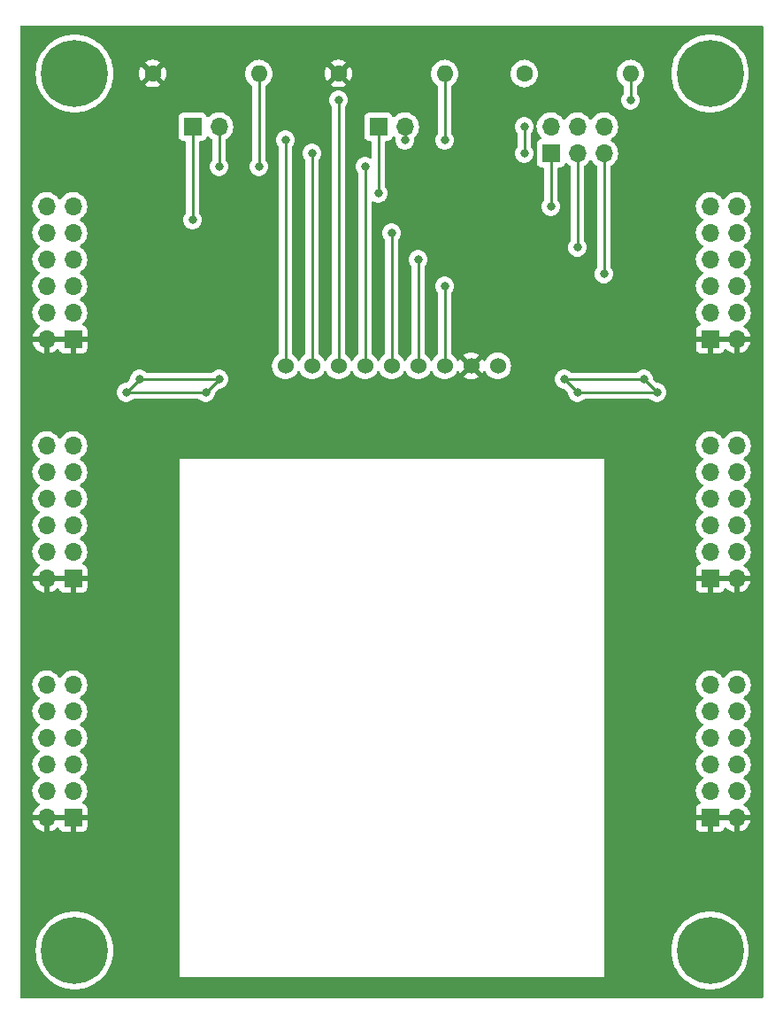
<source format=gbr>
%TF.GenerationSoftware,KiCad,Pcbnew,(6.0.1)*%
%TF.CreationDate,2022-02-05T13:29:02+01:00*%
%TF.ProjectId,modules_board,6d6f6475-6c65-4735-9f62-6f6172642e6b,rev?*%
%TF.SameCoordinates,Original*%
%TF.FileFunction,Copper,L2,Bot*%
%TF.FilePolarity,Positive*%
%FSLAX46Y46*%
G04 Gerber Fmt 4.6, Leading zero omitted, Abs format (unit mm)*
G04 Created by KiCad (PCBNEW (6.0.1)) date 2022-02-05 13:29:02*
%MOMM*%
%LPD*%
G01*
G04 APERTURE LIST*
%TA.AperFunction,ComponentPad*%
%ADD10R,1.700000X1.700000*%
%TD*%
%TA.AperFunction,ComponentPad*%
%ADD11O,1.700000X1.700000*%
%TD*%
%TA.AperFunction,ComponentPad*%
%ADD12C,0.800000*%
%TD*%
%TA.AperFunction,ComponentPad*%
%ADD13C,6.400000*%
%TD*%
%TA.AperFunction,ComponentPad*%
%ADD14C,1.600000*%
%TD*%
%TA.AperFunction,ComponentPad*%
%ADD15O,1.600000X1.600000*%
%TD*%
%TA.AperFunction,ComponentPad*%
%ADD16C,1.524000*%
%TD*%
%TA.AperFunction,ViaPad*%
%ADD17C,0.800000*%
%TD*%
%TA.AperFunction,Conductor*%
%ADD18C,0.250000*%
%TD*%
G04 APERTURE END LIST*
D10*
%TO.P,J1,1,Pin_1*%
%TO.N,VCC*%
X63500000Y-119380000D03*
D11*
%TO.P,J1,2,Pin_2*%
X60960000Y-119380000D03*
%TO.P,J1,3,Pin_3*%
%TO.N,GND*%
X63500000Y-116840000D03*
%TO.P,J1,4,Pin_4*%
X60960000Y-116840000D03*
%TO.P,J1,5,Pin_5*%
%TO.N,PMOD_I2C_SDA*%
X63500000Y-114300000D03*
%TO.P,J1,6,Pin_6*%
%TO.N,PMOD_I2C_GPIO4*%
X60960000Y-114300000D03*
%TO.P,J1,7,Pin_7*%
%TO.N,PMOD_I2C_SCL*%
X63500000Y-111760000D03*
%TO.P,J1,8,Pin_8*%
%TO.N,PMOD_I2C_GPIO3*%
X60960000Y-111760000D03*
%TO.P,J1,9,Pin_9*%
%TO.N,PMOD_I2C_RESET*%
X63500000Y-109220000D03*
%TO.P,J1,10,Pin_10*%
%TO.N,PMOD_I2C_GPIO2*%
X60960000Y-109220000D03*
%TO.P,J1,11,Pin_11*%
%TO.N,PMOD_I2C_INT*%
X63500000Y-106680000D03*
%TO.P,J1,12,Pin_12*%
%TO.N,PMOD_I2C_GPIO1*%
X60960000Y-106680000D03*
%TD*%
D10*
%TO.P,J2,1,Pin_1*%
%TO.N,VCC*%
X63500000Y-96520000D03*
D11*
%TO.P,J2,2,Pin_2*%
X60960000Y-96520000D03*
%TO.P,J2,3,Pin_3*%
%TO.N,GND*%
X63500000Y-93980000D03*
%TO.P,J2,4,Pin_4*%
X60960000Y-93980000D03*
%TO.P,J2,5,Pin_5*%
%TO.N,PMOD_UART_RTS*%
X63500000Y-91440000D03*
%TO.P,J2,6,Pin_6*%
%TO.N,PMOD_UART_GPIO4*%
X60960000Y-91440000D03*
%TO.P,J2,7,Pin_7*%
%TO.N,PMOD_UART_RXD*%
X63500000Y-88900000D03*
%TO.P,J2,8,Pin_8*%
%TO.N,PMOD_UART_GPIO3*%
X60960000Y-88900000D03*
%TO.P,J2,9,Pin_9*%
%TO.N,PMOD_UART_TXD*%
X63500000Y-86360000D03*
%TO.P,J2,10,Pin_10*%
%TO.N,PMOD_UART_RESET*%
X60960000Y-86360000D03*
%TO.P,J2,11,Pin_11*%
%TO.N,PMOD_UART_CTS*%
X63500000Y-83820000D03*
%TO.P,J2,12,Pin_12*%
%TO.N,PMOD_UART_INT*%
X60960000Y-83820000D03*
%TD*%
D10*
%TO.P,J3,1,Pin_1*%
%TO.N,VCC*%
X63500000Y-73660000D03*
D11*
%TO.P,J3,2,Pin_2*%
X60960000Y-73660000D03*
%TO.P,J3,3,Pin_3*%
%TO.N,GND*%
X63500000Y-71120000D03*
%TO.P,J3,4,Pin_4*%
X60960000Y-71120000D03*
%TO.P,J3,5,Pin_5*%
%TO.N,PMOD_SPI_SCK*%
X63500000Y-68580000D03*
%TO.P,J3,6,Pin_6*%
%TO.N,PMOD_SPI_CS3*%
X60960000Y-68580000D03*
%TO.P,J3,7,Pin_7*%
%TO.N,PMOD_SPI_MISO*%
X63500000Y-66040000D03*
%TO.P,J3,8,Pin_8*%
%TO.N,PMOD_SPI_CS2*%
X60960000Y-66040000D03*
%TO.P,J3,9,Pin_9*%
%TO.N,PMOD_SPI_MOSI*%
X63500000Y-63500000D03*
%TO.P,J3,10,Pin_10*%
%TO.N,PMOD_SPI_RESET*%
X60960000Y-63500000D03*
%TO.P,J3,11,Pin_11*%
%TO.N,PMOD_SPI_CS*%
X63500000Y-60960000D03*
%TO.P,J3,12,Pin_12*%
%TO.N,PMOD_SPI_INT*%
X60960000Y-60960000D03*
%TD*%
D10*
%TO.P,J7,1,Pin_1*%
%TO.N,VCC*%
X124460000Y-119380000D03*
D11*
%TO.P,J7,2,Pin_2*%
X127000000Y-119380000D03*
%TO.P,J7,3,Pin_3*%
%TO.N,GND*%
X124460000Y-116840000D03*
%TO.P,J7,4,Pin_4*%
X127000000Y-116840000D03*
%TO.P,J7,5,Pin_5*%
%TO.N,PMOD_I2C_SDA*%
X124460000Y-114300000D03*
%TO.P,J7,6,Pin_6*%
%TO.N,PMOD_I2C_GPIO4*%
X127000000Y-114300000D03*
%TO.P,J7,7,Pin_7*%
%TO.N,PMOD_I2C_SCL*%
X124460000Y-111760000D03*
%TO.P,J7,8,Pin_8*%
%TO.N,PMOD_I2C_GPIO3*%
X127000000Y-111760000D03*
%TO.P,J7,9,Pin_9*%
%TO.N,PMOD_I2C_RESET*%
X124460000Y-109220000D03*
%TO.P,J7,10,Pin_10*%
%TO.N,PMOD_I2C_GPIO2*%
X127000000Y-109220000D03*
%TO.P,J7,11,Pin_11*%
%TO.N,PMOD_I2C_INT*%
X124460000Y-106680000D03*
%TO.P,J7,12,Pin_12*%
%TO.N,PMOD_I2C_GPIO1*%
X127000000Y-106680000D03*
%TD*%
D10*
%TO.P,J8,1,Pin_1*%
%TO.N,VCC*%
X124460000Y-96520000D03*
D11*
%TO.P,J8,2,Pin_2*%
X127000000Y-96520000D03*
%TO.P,J8,3,Pin_3*%
%TO.N,GND*%
X124460000Y-93980000D03*
%TO.P,J8,4,Pin_4*%
X127000000Y-93980000D03*
%TO.P,J8,5,Pin_5*%
%TO.N,PMOD_UART_RTS*%
X124460000Y-91440000D03*
%TO.P,J8,6,Pin_6*%
%TO.N,PMOD_UART_GPIO4*%
X127000000Y-91440000D03*
%TO.P,J8,7,Pin_7*%
%TO.N,PMOD_UART_RXD*%
X124460000Y-88900000D03*
%TO.P,J8,8,Pin_8*%
%TO.N,PMOD_UART_GPIO3*%
X127000000Y-88900000D03*
%TO.P,J8,9,Pin_9*%
%TO.N,PMOD_UART_TXD*%
X124460000Y-86360000D03*
%TO.P,J8,10,Pin_10*%
%TO.N,PMOD_UART_RESET*%
X127000000Y-86360000D03*
%TO.P,J8,11,Pin_11*%
%TO.N,PMOD_UART_CTS*%
X124460000Y-83820000D03*
%TO.P,J8,12,Pin_12*%
%TO.N,PMOD_UART_INT*%
X127000000Y-83820000D03*
%TD*%
D10*
%TO.P,J9,1,Pin_1*%
%TO.N,VCC*%
X124460000Y-73660000D03*
D11*
%TO.P,J9,2,Pin_2*%
X127000000Y-73660000D03*
%TO.P,J9,3,Pin_3*%
%TO.N,GND*%
X124460000Y-71120000D03*
%TO.P,J9,4,Pin_4*%
X127000000Y-71120000D03*
%TO.P,J9,5,Pin_5*%
%TO.N,PMOD_SPI_SCK*%
X124460000Y-68580000D03*
%TO.P,J9,6,Pin_6*%
%TO.N,PMOD_SPI_CS3*%
X127000000Y-68580000D03*
%TO.P,J9,7,Pin_7*%
%TO.N,PMOD_SPI_MISO*%
X124460000Y-66040000D03*
%TO.P,J9,8,Pin_8*%
%TO.N,PMOD_SPI_CS2*%
X127000000Y-66040000D03*
%TO.P,J9,9,Pin_9*%
%TO.N,PMOD_SPI_MOSI*%
X124460000Y-63500000D03*
%TO.P,J9,10,Pin_10*%
%TO.N,PMOD_SPI_RESET*%
X127000000Y-63500000D03*
%TO.P,J9,11,Pin_11*%
%TO.N,PMOD_SPI_CS*%
X124460000Y-60960000D03*
%TO.P,J9,12,Pin_12*%
%TO.N,PMOD_SPI_INT*%
X127000000Y-60960000D03*
%TD*%
D12*
%TO.P,H1,1*%
%TO.N,N/C*%
X66040000Y-48260000D03*
X61942944Y-49957056D03*
X63640000Y-45860000D03*
X65337056Y-46562944D03*
X63640000Y-50660000D03*
X61240000Y-48260000D03*
X65337056Y-49957056D03*
D13*
X63640000Y-48260000D03*
D12*
X61942944Y-46562944D03*
%TD*%
D13*
%TO.P,H2,1*%
%TO.N,N/C*%
X63640000Y-132080000D03*
D12*
X63640000Y-134480000D03*
X66040000Y-132080000D03*
X65337056Y-133777056D03*
X61240000Y-132080000D03*
X61942944Y-130382944D03*
X65337056Y-130382944D03*
X63640000Y-129680000D03*
X61942944Y-133777056D03*
%TD*%
%TO.P,H3,1*%
%TO.N,N/C*%
X126860000Y-48260000D03*
D13*
X124460000Y-48260000D03*
D12*
X124460000Y-45860000D03*
X122060000Y-48260000D03*
X126157056Y-46562944D03*
X124460000Y-50660000D03*
X122762944Y-49957056D03*
X122762944Y-46562944D03*
X126157056Y-49957056D03*
%TD*%
%TO.P,H4,1*%
%TO.N,N/C*%
X122762944Y-133777056D03*
X122060000Y-132080000D03*
X122762944Y-130382944D03*
X126157056Y-130382944D03*
X126860000Y-132080000D03*
X124460000Y-134480000D03*
D13*
X124460000Y-132080000D03*
D12*
X126157056Y-133777056D03*
X124460000Y-129680000D03*
%TD*%
D14*
%TO.P,R2,1*%
%TO.N,VCC*%
X88900000Y-48260000D03*
D15*
%TO.P,R2,2*%
%TO.N,INT*%
X99060000Y-48260000D03*
%TD*%
D14*
%TO.P,R1,1*%
%TO.N,VCC*%
X71120000Y-48260000D03*
D15*
%TO.P,R1,2*%
%TO.N,RESET*%
X81280000Y-48260000D03*
%TD*%
D14*
%TO.P,R3,1*%
%TO.N,GND*%
X106680000Y-48260000D03*
D15*
%TO.P,R3,2*%
%TO.N,STB*%
X116840000Y-48260000D03*
%TD*%
D10*
%TO.P,J6,1,Pin_1*%
%TO.N,PMOD_SPI_INT*%
X92710000Y-53340000D03*
D11*
%TO.P,J6,2,Pin_2*%
%TO.N,INT*%
X95250000Y-53340000D03*
%TD*%
D16*
%TO.P,U1,1,INT*%
%TO.N,INT*%
X83820000Y-76200000D03*
%TO.P,U1,2,~{CS}*%
%TO.N,CS*%
X86360000Y-76200000D03*
%TO.P,U1,3,STB*%
%TO.N,STB*%
X88900000Y-76200000D03*
%TO.P,U1,4,~{RST}*%
%TO.N,RESET*%
X91440000Y-76200000D03*
%TO.P,U1,5,MOSI*%
%TO.N,PMOD_SPI_MOSI*%
X93980000Y-76200000D03*
%TO.P,U1,6,MISO*%
%TO.N,PMOD_SPI_MISO*%
X96520000Y-76200000D03*
%TO.P,U1,7,SCK*%
%TO.N,PMOD_SPI_SCK*%
X99060000Y-76200000D03*
%TO.P,U1,8,VCC*%
%TO.N,VCC*%
X101600000Y-76200000D03*
%TO.P,U1,9,GND*%
%TO.N,GND*%
X104140000Y-76200000D03*
%TD*%
D10*
%TO.P,J4,1,Pin_1*%
%TO.N,PMOD_SPI_CS*%
X109220000Y-55880000D03*
D11*
%TO.P,J4,2,Pin_2*%
%TO.N,CS*%
X109220000Y-53340000D03*
%TO.P,J4,3,Pin_3*%
%TO.N,PMOD_SPI_CS2*%
X111760000Y-55880000D03*
%TO.P,J4,4,Pin_4*%
%TO.N,CS*%
X111760000Y-53340000D03*
%TO.P,J4,5,Pin_5*%
%TO.N,PMOD_SPI_CS3*%
X114300000Y-55880000D03*
%TO.P,J4,6,Pin_6*%
%TO.N,CS*%
X114300000Y-53340000D03*
%TD*%
D10*
%TO.P,J5,1,Pin_1*%
%TO.N,PMOD_SPI_RESET*%
X74930000Y-53340000D03*
D11*
%TO.P,J5,2,Pin_2*%
%TO.N,RESET*%
X77470000Y-53340000D03*
%TD*%
D17*
%TO.N,GND*%
X111760000Y-78740000D03*
X76200000Y-78740000D03*
X68580000Y-78740000D03*
X110490000Y-77470000D03*
X77470000Y-77470000D03*
X119380000Y-78740000D03*
X69850000Y-77470000D03*
X118110000Y-77470000D03*
%TO.N,PMOD_SPI_INT*%
X92710000Y-59690000D03*
%TO.N,PMOD_SPI_CS*%
X109220000Y-60960000D03*
%TO.N,PMOD_SPI_RESET*%
X74930000Y-62230000D03*
%TO.N,PMOD_SPI_MOSI*%
X93980000Y-63500000D03*
%TO.N,PMOD_SPI_CS2*%
X111760000Y-64865489D03*
%TO.N,PMOD_SPI_MISO*%
X96520000Y-66040000D03*
%TO.N,PMOD_SPI_CS3*%
X114300000Y-67405489D03*
%TO.N,PMOD_SPI_SCK*%
X99060000Y-68580000D03*
%TO.N,CS*%
X106680000Y-55880000D03*
X106680000Y-53340000D03*
X86360000Y-55880000D03*
%TO.N,RESET*%
X77470000Y-57150000D03*
X91440000Y-57150000D03*
X81280000Y-57150000D03*
%TO.N,INT*%
X99060000Y-54610000D03*
X83820000Y-54610000D03*
X95250000Y-54610000D03*
%TO.N,STB*%
X116840000Y-50800000D03*
X88900000Y-50800000D03*
%TD*%
D18*
%TO.N,GND*%
X77470000Y-77470000D02*
X76200000Y-78740000D01*
X118110000Y-77470000D02*
X119380000Y-78740000D01*
X69850000Y-77470000D02*
X68580000Y-78740000D01*
X111760000Y-78740000D02*
X119380000Y-78740000D01*
X111760000Y-78740000D02*
X110490000Y-77470000D01*
X110490000Y-77470000D02*
X118110000Y-77470000D01*
X69850000Y-77470000D02*
X77470000Y-77470000D01*
X76200000Y-78740000D02*
X68580000Y-78740000D01*
%TO.N,PMOD_SPI_INT*%
X92710000Y-53340000D02*
X92710000Y-59690000D01*
%TO.N,PMOD_SPI_CS*%
X109220000Y-55880000D02*
X109220000Y-60960000D01*
%TO.N,PMOD_SPI_RESET*%
X74930000Y-53340000D02*
X74930000Y-62230000D01*
%TO.N,PMOD_SPI_MOSI*%
X93980000Y-76200000D02*
X93980000Y-63500000D01*
%TO.N,PMOD_SPI_CS2*%
X111760000Y-64770000D02*
X111664511Y-64865489D01*
X111760000Y-55880000D02*
X111760000Y-64770000D01*
%TO.N,PMOD_SPI_MISO*%
X96520000Y-76200000D02*
X96520000Y-66040000D01*
%TO.N,PMOD_SPI_CS3*%
X114300000Y-67310000D02*
X114204511Y-67405489D01*
X114300000Y-55880000D02*
X114300000Y-67310000D01*
%TO.N,PMOD_SPI_SCK*%
X99060000Y-76200000D02*
X99060000Y-68580000D01*
%TO.N,CS*%
X106680000Y-55880000D02*
X106680000Y-53340000D01*
X86360000Y-76200000D02*
X86360000Y-55880000D01*
%TO.N,RESET*%
X77470000Y-57150000D02*
X77470000Y-53340000D01*
X81280000Y-48260000D02*
X81280000Y-57150000D01*
X91440000Y-76200000D02*
X91440000Y-57150000D01*
%TO.N,INT*%
X99060000Y-48260000D02*
X99060000Y-54610000D01*
X95250000Y-54610000D02*
X95250000Y-53340000D01*
X83820000Y-76200000D02*
X83820000Y-54610000D01*
%TO.N,STB*%
X116840000Y-50800000D02*
X116840000Y-48260000D01*
X88900000Y-76200000D02*
X88900000Y-50800000D01*
%TD*%
%TA.AperFunction,Conductor*%
%TO.N,VCC*%
G36*
X129482121Y-43708002D02*
G01*
X129528614Y-43761658D01*
X129540000Y-43814000D01*
X129540000Y-136526000D01*
X129519998Y-136594121D01*
X129466342Y-136640614D01*
X129414000Y-136652000D01*
X58546000Y-136652000D01*
X58477879Y-136631998D01*
X58431386Y-136578342D01*
X58420000Y-136526000D01*
X58420000Y-132080000D01*
X59926411Y-132080000D01*
X59946754Y-132468176D01*
X60007562Y-132852099D01*
X60108167Y-133227562D01*
X60247468Y-133590453D01*
X60423938Y-133936794D01*
X60635643Y-134262793D01*
X60880266Y-134564876D01*
X61155124Y-134839734D01*
X61457207Y-135084357D01*
X61783205Y-135296062D01*
X61786139Y-135297557D01*
X61786146Y-135297561D01*
X62126607Y-135471034D01*
X62129547Y-135472532D01*
X62492438Y-135611833D01*
X62867901Y-135712438D01*
X63071793Y-135744732D01*
X63248576Y-135772732D01*
X63248584Y-135772733D01*
X63251824Y-135773246D01*
X63640000Y-135793589D01*
X64028176Y-135773246D01*
X64031416Y-135772733D01*
X64031424Y-135772732D01*
X64208207Y-135744732D01*
X64412099Y-135712438D01*
X64787562Y-135611833D01*
X65150453Y-135472532D01*
X65153393Y-135471034D01*
X65493854Y-135297561D01*
X65493861Y-135297557D01*
X65496795Y-135296062D01*
X65822793Y-135084357D01*
X66124876Y-134839734D01*
X66344610Y-134620000D01*
X73660000Y-134620000D01*
X114300000Y-134620000D01*
X114300000Y-132080000D01*
X120746411Y-132080000D01*
X120766754Y-132468176D01*
X120827562Y-132852099D01*
X120928167Y-133227562D01*
X121067468Y-133590453D01*
X121243938Y-133936794D01*
X121455643Y-134262793D01*
X121700266Y-134564876D01*
X121975124Y-134839734D01*
X122277207Y-135084357D01*
X122603205Y-135296062D01*
X122606139Y-135297557D01*
X122606146Y-135297561D01*
X122946607Y-135471034D01*
X122949547Y-135472532D01*
X123312438Y-135611833D01*
X123687901Y-135712438D01*
X123891793Y-135744732D01*
X124068576Y-135772732D01*
X124068584Y-135772733D01*
X124071824Y-135773246D01*
X124460000Y-135793589D01*
X124848176Y-135773246D01*
X124851416Y-135772733D01*
X124851424Y-135772732D01*
X125028207Y-135744732D01*
X125232099Y-135712438D01*
X125607562Y-135611833D01*
X125970453Y-135472532D01*
X125973393Y-135471034D01*
X126313854Y-135297561D01*
X126313861Y-135297557D01*
X126316795Y-135296062D01*
X126642793Y-135084357D01*
X126944876Y-134839734D01*
X127219734Y-134564876D01*
X127464357Y-134262793D01*
X127676062Y-133936794D01*
X127852532Y-133590453D01*
X127991833Y-133227562D01*
X128092438Y-132852099D01*
X128153246Y-132468176D01*
X128173589Y-132080000D01*
X128153246Y-131691824D01*
X128092438Y-131307901D01*
X127991833Y-130932438D01*
X127852532Y-130569547D01*
X127676062Y-130223206D01*
X127464357Y-129897207D01*
X127219734Y-129595124D01*
X126944876Y-129320266D01*
X126642793Y-129075643D01*
X126316795Y-128863938D01*
X126313861Y-128862443D01*
X126313854Y-128862439D01*
X125973393Y-128688966D01*
X125970453Y-128687468D01*
X125607562Y-128548167D01*
X125232099Y-128447562D01*
X125028207Y-128415268D01*
X124851424Y-128387268D01*
X124851416Y-128387267D01*
X124848176Y-128386754D01*
X124460000Y-128366411D01*
X124071824Y-128386754D01*
X124068584Y-128387267D01*
X124068576Y-128387268D01*
X123891793Y-128415268D01*
X123687901Y-128447562D01*
X123312438Y-128548167D01*
X122949547Y-128687468D01*
X122946607Y-128688966D01*
X122606147Y-128862439D01*
X122606140Y-128862443D01*
X122603206Y-128863938D01*
X122277207Y-129075643D01*
X121975124Y-129320266D01*
X121700266Y-129595124D01*
X121455643Y-129897207D01*
X121243938Y-130223206D01*
X121067468Y-130569547D01*
X120928167Y-130932438D01*
X120827562Y-131307901D01*
X120766754Y-131691824D01*
X120746411Y-132080000D01*
X114300000Y-132080000D01*
X114300000Y-120274669D01*
X123102001Y-120274669D01*
X123102371Y-120281490D01*
X123107895Y-120332352D01*
X123111521Y-120347604D01*
X123156676Y-120468054D01*
X123165214Y-120483649D01*
X123241715Y-120585724D01*
X123254276Y-120598285D01*
X123356351Y-120674786D01*
X123371946Y-120683324D01*
X123492394Y-120728478D01*
X123507649Y-120732105D01*
X123558514Y-120737631D01*
X123565328Y-120738000D01*
X124187885Y-120738000D01*
X124203124Y-120733525D01*
X124204329Y-120732135D01*
X124206000Y-120724452D01*
X124206000Y-120719884D01*
X124714000Y-120719884D01*
X124718475Y-120735123D01*
X124719865Y-120736328D01*
X124727548Y-120737999D01*
X125354669Y-120737999D01*
X125361490Y-120737629D01*
X125412352Y-120732105D01*
X125427604Y-120728479D01*
X125548054Y-120683324D01*
X125563649Y-120674786D01*
X125665724Y-120598285D01*
X125678285Y-120585724D01*
X125754786Y-120483649D01*
X125763325Y-120468052D01*
X125804425Y-120358418D01*
X125847066Y-120301653D01*
X125913628Y-120276953D01*
X125982977Y-120292160D01*
X126017645Y-120320150D01*
X126043219Y-120349674D01*
X126050580Y-120356883D01*
X126214434Y-120492916D01*
X126222881Y-120498831D01*
X126406756Y-120606279D01*
X126416042Y-120610729D01*
X126615001Y-120686703D01*
X126624899Y-120689579D01*
X126728250Y-120710606D01*
X126742299Y-120709410D01*
X126746000Y-120699065D01*
X126746000Y-120698517D01*
X127254000Y-120698517D01*
X127258064Y-120712359D01*
X127271478Y-120714393D01*
X127278184Y-120713534D01*
X127288262Y-120711392D01*
X127492255Y-120650191D01*
X127501842Y-120646433D01*
X127693095Y-120552739D01*
X127701945Y-120547464D01*
X127875328Y-120423792D01*
X127883200Y-120417139D01*
X128034052Y-120266812D01*
X128040730Y-120258965D01*
X128165003Y-120086020D01*
X128170313Y-120077183D01*
X128264670Y-119886267D01*
X128268469Y-119876672D01*
X128330377Y-119672910D01*
X128332555Y-119662837D01*
X128333986Y-119651962D01*
X128331775Y-119637778D01*
X128318617Y-119634000D01*
X127272115Y-119634000D01*
X127256876Y-119638475D01*
X127255671Y-119639865D01*
X127254000Y-119647548D01*
X127254000Y-120698517D01*
X126746000Y-120698517D01*
X126746000Y-119652115D01*
X126741525Y-119636876D01*
X126740135Y-119635671D01*
X126732452Y-119634000D01*
X124732115Y-119634000D01*
X124716876Y-119638475D01*
X124715671Y-119639865D01*
X124714000Y-119647548D01*
X124714000Y-120719884D01*
X124206000Y-120719884D01*
X124206000Y-119652115D01*
X124201525Y-119636876D01*
X124200135Y-119635671D01*
X124192452Y-119634000D01*
X123120116Y-119634000D01*
X123104877Y-119638475D01*
X123103672Y-119639865D01*
X123102001Y-119647548D01*
X123102001Y-120274669D01*
X114300000Y-120274669D01*
X114300000Y-116806695D01*
X123097251Y-116806695D01*
X123097548Y-116811848D01*
X123097548Y-116811851D01*
X123103011Y-116906590D01*
X123110110Y-117029715D01*
X123111247Y-117034761D01*
X123111248Y-117034767D01*
X123131119Y-117122939D01*
X123159222Y-117247639D01*
X123243266Y-117454616D01*
X123294019Y-117537438D01*
X123357291Y-117640688D01*
X123359987Y-117645088D01*
X123506250Y-117813938D01*
X123510225Y-117817238D01*
X123510231Y-117817244D01*
X123515425Y-117821556D01*
X123555059Y-117880460D01*
X123556555Y-117951441D01*
X123519439Y-118011962D01*
X123479168Y-118036480D01*
X123371946Y-118076676D01*
X123356351Y-118085214D01*
X123254276Y-118161715D01*
X123241715Y-118174276D01*
X123165214Y-118276351D01*
X123156676Y-118291946D01*
X123111522Y-118412394D01*
X123107895Y-118427649D01*
X123102369Y-118478514D01*
X123102000Y-118485328D01*
X123102000Y-119107885D01*
X123106475Y-119123124D01*
X123107865Y-119124329D01*
X123115548Y-119126000D01*
X128318344Y-119126000D01*
X128331875Y-119122027D01*
X128333180Y-119112947D01*
X128291214Y-118945875D01*
X128287894Y-118936124D01*
X128202972Y-118740814D01*
X128198105Y-118731739D01*
X128082426Y-118552926D01*
X128076136Y-118544757D01*
X127932806Y-118387240D01*
X127925273Y-118380215D01*
X127758139Y-118248222D01*
X127749556Y-118242520D01*
X127712602Y-118222120D01*
X127662631Y-118171687D01*
X127647859Y-118102245D01*
X127672975Y-118035839D01*
X127700327Y-118009232D01*
X127723797Y-117992491D01*
X127879860Y-117881173D01*
X127904323Y-117856796D01*
X128034435Y-117727137D01*
X128038096Y-117723489D01*
X128097594Y-117640689D01*
X128165435Y-117546277D01*
X128168453Y-117542077D01*
X128189320Y-117499857D01*
X128265136Y-117346453D01*
X128265137Y-117346451D01*
X128267430Y-117341811D01*
X128332370Y-117128069D01*
X128361529Y-116906590D01*
X128363156Y-116840000D01*
X128344852Y-116617361D01*
X128290431Y-116400702D01*
X128201354Y-116195840D01*
X128080014Y-116008277D01*
X127929670Y-115843051D01*
X127925619Y-115839852D01*
X127925615Y-115839848D01*
X127758414Y-115707800D01*
X127758410Y-115707798D01*
X127754359Y-115704598D01*
X127713053Y-115681796D01*
X127663084Y-115631364D01*
X127648312Y-115561921D01*
X127673428Y-115495516D01*
X127700780Y-115468909D01*
X127744603Y-115437650D01*
X127879860Y-115341173D01*
X128038096Y-115183489D01*
X128097594Y-115100689D01*
X128165435Y-115006277D01*
X128168453Y-115002077D01*
X128189320Y-114959857D01*
X128265136Y-114806453D01*
X128265137Y-114806451D01*
X128267430Y-114801811D01*
X128332370Y-114588069D01*
X128361529Y-114366590D01*
X128363156Y-114300000D01*
X128344852Y-114077361D01*
X128290431Y-113860702D01*
X128201354Y-113655840D01*
X128080014Y-113468277D01*
X127929670Y-113303051D01*
X127925619Y-113299852D01*
X127925615Y-113299848D01*
X127758414Y-113167800D01*
X127758410Y-113167798D01*
X127754359Y-113164598D01*
X127713053Y-113141796D01*
X127663084Y-113091364D01*
X127648312Y-113021921D01*
X127673428Y-112955516D01*
X127700780Y-112928909D01*
X127744603Y-112897650D01*
X127879860Y-112801173D01*
X128038096Y-112643489D01*
X128097594Y-112560689D01*
X128165435Y-112466277D01*
X128168453Y-112462077D01*
X128189320Y-112419857D01*
X128265136Y-112266453D01*
X128265137Y-112266451D01*
X128267430Y-112261811D01*
X128332370Y-112048069D01*
X128361529Y-111826590D01*
X128363156Y-111760000D01*
X128344852Y-111537361D01*
X128290431Y-111320702D01*
X128201354Y-111115840D01*
X128080014Y-110928277D01*
X127929670Y-110763051D01*
X127925619Y-110759852D01*
X127925615Y-110759848D01*
X127758414Y-110627800D01*
X127758410Y-110627798D01*
X127754359Y-110624598D01*
X127713053Y-110601796D01*
X127663084Y-110551364D01*
X127648312Y-110481921D01*
X127673428Y-110415516D01*
X127700780Y-110388909D01*
X127744603Y-110357650D01*
X127879860Y-110261173D01*
X128038096Y-110103489D01*
X128097594Y-110020689D01*
X128165435Y-109926277D01*
X128168453Y-109922077D01*
X128189320Y-109879857D01*
X128265136Y-109726453D01*
X128265137Y-109726451D01*
X128267430Y-109721811D01*
X128332370Y-109508069D01*
X128361529Y-109286590D01*
X128363156Y-109220000D01*
X128344852Y-108997361D01*
X128290431Y-108780702D01*
X128201354Y-108575840D01*
X128080014Y-108388277D01*
X127929670Y-108223051D01*
X127925619Y-108219852D01*
X127925615Y-108219848D01*
X127758414Y-108087800D01*
X127758410Y-108087798D01*
X127754359Y-108084598D01*
X127713053Y-108061796D01*
X127663084Y-108011364D01*
X127648312Y-107941921D01*
X127673428Y-107875516D01*
X127700780Y-107848909D01*
X127744603Y-107817650D01*
X127879860Y-107721173D01*
X128038096Y-107563489D01*
X128097594Y-107480689D01*
X128165435Y-107386277D01*
X128168453Y-107382077D01*
X128189320Y-107339857D01*
X128265136Y-107186453D01*
X128265137Y-107186451D01*
X128267430Y-107181811D01*
X128332370Y-106968069D01*
X128361529Y-106746590D01*
X128363156Y-106680000D01*
X128344852Y-106457361D01*
X128290431Y-106240702D01*
X128201354Y-106035840D01*
X128080014Y-105848277D01*
X127929670Y-105683051D01*
X127925619Y-105679852D01*
X127925615Y-105679848D01*
X127758414Y-105547800D01*
X127758410Y-105547798D01*
X127754359Y-105544598D01*
X127558789Y-105436638D01*
X127553920Y-105434914D01*
X127553916Y-105434912D01*
X127353087Y-105363795D01*
X127353083Y-105363794D01*
X127348212Y-105362069D01*
X127343119Y-105361162D01*
X127343116Y-105361161D01*
X127133373Y-105323800D01*
X127133367Y-105323799D01*
X127128284Y-105322894D01*
X127054452Y-105321992D01*
X126910081Y-105320228D01*
X126910079Y-105320228D01*
X126904911Y-105320165D01*
X126684091Y-105353955D01*
X126471756Y-105423357D01*
X126273607Y-105526507D01*
X126269474Y-105529610D01*
X126269471Y-105529612D01*
X126245247Y-105547800D01*
X126094965Y-105660635D01*
X125940629Y-105822138D01*
X125833201Y-105979621D01*
X125778293Y-106024621D01*
X125707768Y-106032792D01*
X125644021Y-106001538D01*
X125623324Y-105977054D01*
X125542822Y-105852617D01*
X125542820Y-105852614D01*
X125540014Y-105848277D01*
X125389670Y-105683051D01*
X125385619Y-105679852D01*
X125385615Y-105679848D01*
X125218414Y-105547800D01*
X125218410Y-105547798D01*
X125214359Y-105544598D01*
X125018789Y-105436638D01*
X125013920Y-105434914D01*
X125013916Y-105434912D01*
X124813087Y-105363795D01*
X124813083Y-105363794D01*
X124808212Y-105362069D01*
X124803119Y-105361162D01*
X124803116Y-105361161D01*
X124593373Y-105323800D01*
X124593367Y-105323799D01*
X124588284Y-105322894D01*
X124514452Y-105321992D01*
X124370081Y-105320228D01*
X124370079Y-105320228D01*
X124364911Y-105320165D01*
X124144091Y-105353955D01*
X123931756Y-105423357D01*
X123733607Y-105526507D01*
X123729474Y-105529610D01*
X123729471Y-105529612D01*
X123705247Y-105547800D01*
X123554965Y-105660635D01*
X123400629Y-105822138D01*
X123274743Y-106006680D01*
X123180688Y-106209305D01*
X123120989Y-106424570D01*
X123097251Y-106646695D01*
X123097548Y-106651848D01*
X123097548Y-106651851D01*
X123103011Y-106746590D01*
X123110110Y-106869715D01*
X123111247Y-106874761D01*
X123111248Y-106874767D01*
X123131119Y-106962939D01*
X123159222Y-107087639D01*
X123243266Y-107294616D01*
X123294019Y-107377438D01*
X123357291Y-107480688D01*
X123359987Y-107485088D01*
X123506250Y-107653938D01*
X123678126Y-107796632D01*
X123748595Y-107837811D01*
X123751445Y-107839476D01*
X123800169Y-107891114D01*
X123813240Y-107960897D01*
X123786509Y-108026669D01*
X123746055Y-108060027D01*
X123733607Y-108066507D01*
X123729474Y-108069610D01*
X123729471Y-108069612D01*
X123705247Y-108087800D01*
X123554965Y-108200635D01*
X123400629Y-108362138D01*
X123274743Y-108546680D01*
X123180688Y-108749305D01*
X123120989Y-108964570D01*
X123097251Y-109186695D01*
X123097548Y-109191848D01*
X123097548Y-109191851D01*
X123103011Y-109286590D01*
X123110110Y-109409715D01*
X123111247Y-109414761D01*
X123111248Y-109414767D01*
X123131119Y-109502939D01*
X123159222Y-109627639D01*
X123243266Y-109834616D01*
X123294019Y-109917438D01*
X123357291Y-110020688D01*
X123359987Y-110025088D01*
X123506250Y-110193938D01*
X123678126Y-110336632D01*
X123748595Y-110377811D01*
X123751445Y-110379476D01*
X123800169Y-110431114D01*
X123813240Y-110500897D01*
X123786509Y-110566669D01*
X123746055Y-110600027D01*
X123733607Y-110606507D01*
X123729474Y-110609610D01*
X123729471Y-110609612D01*
X123705247Y-110627800D01*
X123554965Y-110740635D01*
X123400629Y-110902138D01*
X123274743Y-111086680D01*
X123180688Y-111289305D01*
X123120989Y-111504570D01*
X123097251Y-111726695D01*
X123097548Y-111731848D01*
X123097548Y-111731851D01*
X123103011Y-111826590D01*
X123110110Y-111949715D01*
X123111247Y-111954761D01*
X123111248Y-111954767D01*
X123131119Y-112042939D01*
X123159222Y-112167639D01*
X123243266Y-112374616D01*
X123294019Y-112457438D01*
X123357291Y-112560688D01*
X123359987Y-112565088D01*
X123506250Y-112733938D01*
X123678126Y-112876632D01*
X123748595Y-112917811D01*
X123751445Y-112919476D01*
X123800169Y-112971114D01*
X123813240Y-113040897D01*
X123786509Y-113106669D01*
X123746055Y-113140027D01*
X123733607Y-113146507D01*
X123729474Y-113149610D01*
X123729471Y-113149612D01*
X123705247Y-113167800D01*
X123554965Y-113280635D01*
X123400629Y-113442138D01*
X123274743Y-113626680D01*
X123180688Y-113829305D01*
X123120989Y-114044570D01*
X123097251Y-114266695D01*
X123097548Y-114271848D01*
X123097548Y-114271851D01*
X123103011Y-114366590D01*
X123110110Y-114489715D01*
X123111247Y-114494761D01*
X123111248Y-114494767D01*
X123131119Y-114582939D01*
X123159222Y-114707639D01*
X123243266Y-114914616D01*
X123294019Y-114997438D01*
X123357291Y-115100688D01*
X123359987Y-115105088D01*
X123506250Y-115273938D01*
X123678126Y-115416632D01*
X123748595Y-115457811D01*
X123751445Y-115459476D01*
X123800169Y-115511114D01*
X123813240Y-115580897D01*
X123786509Y-115646669D01*
X123746055Y-115680027D01*
X123733607Y-115686507D01*
X123729474Y-115689610D01*
X123729471Y-115689612D01*
X123705247Y-115707800D01*
X123554965Y-115820635D01*
X123400629Y-115982138D01*
X123274743Y-116166680D01*
X123180688Y-116369305D01*
X123120989Y-116584570D01*
X123097251Y-116806695D01*
X114300000Y-116806695D01*
X114300000Y-97414669D01*
X123102001Y-97414669D01*
X123102371Y-97421490D01*
X123107895Y-97472352D01*
X123111521Y-97487604D01*
X123156676Y-97608054D01*
X123165214Y-97623649D01*
X123241715Y-97725724D01*
X123254276Y-97738285D01*
X123356351Y-97814786D01*
X123371946Y-97823324D01*
X123492394Y-97868478D01*
X123507649Y-97872105D01*
X123558514Y-97877631D01*
X123565328Y-97878000D01*
X124187885Y-97878000D01*
X124203124Y-97873525D01*
X124204329Y-97872135D01*
X124206000Y-97864452D01*
X124206000Y-97859884D01*
X124714000Y-97859884D01*
X124718475Y-97875123D01*
X124719865Y-97876328D01*
X124727548Y-97877999D01*
X125354669Y-97877999D01*
X125361490Y-97877629D01*
X125412352Y-97872105D01*
X125427604Y-97868479D01*
X125548054Y-97823324D01*
X125563649Y-97814786D01*
X125665724Y-97738285D01*
X125678285Y-97725724D01*
X125754786Y-97623649D01*
X125763325Y-97608052D01*
X125804425Y-97498418D01*
X125847066Y-97441653D01*
X125913628Y-97416953D01*
X125982977Y-97432160D01*
X126017645Y-97460150D01*
X126043219Y-97489674D01*
X126050580Y-97496883D01*
X126214434Y-97632916D01*
X126222881Y-97638831D01*
X126406756Y-97746279D01*
X126416042Y-97750729D01*
X126615001Y-97826703D01*
X126624899Y-97829579D01*
X126728250Y-97850606D01*
X126742299Y-97849410D01*
X126746000Y-97839065D01*
X126746000Y-97838517D01*
X127254000Y-97838517D01*
X127258064Y-97852359D01*
X127271478Y-97854393D01*
X127278184Y-97853534D01*
X127288262Y-97851392D01*
X127492255Y-97790191D01*
X127501842Y-97786433D01*
X127693095Y-97692739D01*
X127701945Y-97687464D01*
X127875328Y-97563792D01*
X127883200Y-97557139D01*
X128034052Y-97406812D01*
X128040730Y-97398965D01*
X128165003Y-97226020D01*
X128170313Y-97217183D01*
X128264670Y-97026267D01*
X128268469Y-97016672D01*
X128330377Y-96812910D01*
X128332555Y-96802837D01*
X128333986Y-96791962D01*
X128331775Y-96777778D01*
X128318617Y-96774000D01*
X127272115Y-96774000D01*
X127256876Y-96778475D01*
X127255671Y-96779865D01*
X127254000Y-96787548D01*
X127254000Y-97838517D01*
X126746000Y-97838517D01*
X126746000Y-96792115D01*
X126741525Y-96776876D01*
X126740135Y-96775671D01*
X126732452Y-96774000D01*
X124732115Y-96774000D01*
X124716876Y-96778475D01*
X124715671Y-96779865D01*
X124714000Y-96787548D01*
X124714000Y-97859884D01*
X124206000Y-97859884D01*
X124206000Y-96792115D01*
X124201525Y-96776876D01*
X124200135Y-96775671D01*
X124192452Y-96774000D01*
X123120116Y-96774000D01*
X123104877Y-96778475D01*
X123103672Y-96779865D01*
X123102001Y-96787548D01*
X123102001Y-97414669D01*
X114300000Y-97414669D01*
X114300000Y-93946695D01*
X123097251Y-93946695D01*
X123097548Y-93951848D01*
X123097548Y-93951851D01*
X123103011Y-94046590D01*
X123110110Y-94169715D01*
X123111247Y-94174761D01*
X123111248Y-94174767D01*
X123131119Y-94262939D01*
X123159222Y-94387639D01*
X123243266Y-94594616D01*
X123294019Y-94677438D01*
X123357291Y-94780688D01*
X123359987Y-94785088D01*
X123506250Y-94953938D01*
X123510225Y-94957238D01*
X123510231Y-94957244D01*
X123515425Y-94961556D01*
X123555059Y-95020460D01*
X123556555Y-95091441D01*
X123519439Y-95151962D01*
X123479168Y-95176480D01*
X123371946Y-95216676D01*
X123356351Y-95225214D01*
X123254276Y-95301715D01*
X123241715Y-95314276D01*
X123165214Y-95416351D01*
X123156676Y-95431946D01*
X123111522Y-95552394D01*
X123107895Y-95567649D01*
X123102369Y-95618514D01*
X123102000Y-95625328D01*
X123102000Y-96247885D01*
X123106475Y-96263124D01*
X123107865Y-96264329D01*
X123115548Y-96266000D01*
X128318344Y-96266000D01*
X128331875Y-96262027D01*
X128333180Y-96252947D01*
X128291214Y-96085875D01*
X128287894Y-96076124D01*
X128202972Y-95880814D01*
X128198105Y-95871739D01*
X128082426Y-95692926D01*
X128076136Y-95684757D01*
X127932806Y-95527240D01*
X127925273Y-95520215D01*
X127758139Y-95388222D01*
X127749556Y-95382520D01*
X127712602Y-95362120D01*
X127662631Y-95311687D01*
X127647859Y-95242245D01*
X127672975Y-95175839D01*
X127700327Y-95149232D01*
X127723797Y-95132491D01*
X127879860Y-95021173D01*
X127904323Y-94996796D01*
X128034435Y-94867137D01*
X128038096Y-94863489D01*
X128097594Y-94780689D01*
X128165435Y-94686277D01*
X128168453Y-94682077D01*
X128189320Y-94639857D01*
X128265136Y-94486453D01*
X128265137Y-94486451D01*
X128267430Y-94481811D01*
X128332370Y-94268069D01*
X128361529Y-94046590D01*
X128363156Y-93980000D01*
X128344852Y-93757361D01*
X128290431Y-93540702D01*
X128201354Y-93335840D01*
X128080014Y-93148277D01*
X127929670Y-92983051D01*
X127925619Y-92979852D01*
X127925615Y-92979848D01*
X127758414Y-92847800D01*
X127758410Y-92847798D01*
X127754359Y-92844598D01*
X127713053Y-92821796D01*
X127663084Y-92771364D01*
X127648312Y-92701921D01*
X127673428Y-92635516D01*
X127700780Y-92608909D01*
X127744603Y-92577650D01*
X127879860Y-92481173D01*
X128038096Y-92323489D01*
X128097594Y-92240689D01*
X128165435Y-92146277D01*
X128168453Y-92142077D01*
X128189320Y-92099857D01*
X128265136Y-91946453D01*
X128265137Y-91946451D01*
X128267430Y-91941811D01*
X128332370Y-91728069D01*
X128361529Y-91506590D01*
X128363156Y-91440000D01*
X128344852Y-91217361D01*
X128290431Y-91000702D01*
X128201354Y-90795840D01*
X128080014Y-90608277D01*
X127929670Y-90443051D01*
X127925619Y-90439852D01*
X127925615Y-90439848D01*
X127758414Y-90307800D01*
X127758410Y-90307798D01*
X127754359Y-90304598D01*
X127713053Y-90281796D01*
X127663084Y-90231364D01*
X127648312Y-90161921D01*
X127673428Y-90095516D01*
X127700780Y-90068909D01*
X127744603Y-90037650D01*
X127879860Y-89941173D01*
X128038096Y-89783489D01*
X128097594Y-89700689D01*
X128165435Y-89606277D01*
X128168453Y-89602077D01*
X128189320Y-89559857D01*
X128265136Y-89406453D01*
X128265137Y-89406451D01*
X128267430Y-89401811D01*
X128332370Y-89188069D01*
X128361529Y-88966590D01*
X128363156Y-88900000D01*
X128344852Y-88677361D01*
X128290431Y-88460702D01*
X128201354Y-88255840D01*
X128080014Y-88068277D01*
X127929670Y-87903051D01*
X127925619Y-87899852D01*
X127925615Y-87899848D01*
X127758414Y-87767800D01*
X127758410Y-87767798D01*
X127754359Y-87764598D01*
X127713053Y-87741796D01*
X127663084Y-87691364D01*
X127648312Y-87621921D01*
X127673428Y-87555516D01*
X127700780Y-87528909D01*
X127744603Y-87497650D01*
X127879860Y-87401173D01*
X128038096Y-87243489D01*
X128097594Y-87160689D01*
X128165435Y-87066277D01*
X128168453Y-87062077D01*
X128189320Y-87019857D01*
X128265136Y-86866453D01*
X128265137Y-86866451D01*
X128267430Y-86861811D01*
X128332370Y-86648069D01*
X128361529Y-86426590D01*
X128363156Y-86360000D01*
X128344852Y-86137361D01*
X128290431Y-85920702D01*
X128201354Y-85715840D01*
X128080014Y-85528277D01*
X127929670Y-85363051D01*
X127925619Y-85359852D01*
X127925615Y-85359848D01*
X127758414Y-85227800D01*
X127758410Y-85227798D01*
X127754359Y-85224598D01*
X127713053Y-85201796D01*
X127663084Y-85151364D01*
X127648312Y-85081921D01*
X127673428Y-85015516D01*
X127700780Y-84988909D01*
X127744603Y-84957650D01*
X127879860Y-84861173D01*
X128038096Y-84703489D01*
X128097594Y-84620689D01*
X128165435Y-84526277D01*
X128168453Y-84522077D01*
X128189320Y-84479857D01*
X128265136Y-84326453D01*
X128265137Y-84326451D01*
X128267430Y-84321811D01*
X128332370Y-84108069D01*
X128361529Y-83886590D01*
X128363156Y-83820000D01*
X128344852Y-83597361D01*
X128290431Y-83380702D01*
X128201354Y-83175840D01*
X128080014Y-82988277D01*
X127929670Y-82823051D01*
X127925619Y-82819852D01*
X127925615Y-82819848D01*
X127758414Y-82687800D01*
X127758410Y-82687798D01*
X127754359Y-82684598D01*
X127558789Y-82576638D01*
X127553920Y-82574914D01*
X127553916Y-82574912D01*
X127353087Y-82503795D01*
X127353083Y-82503794D01*
X127348212Y-82502069D01*
X127343119Y-82501162D01*
X127343116Y-82501161D01*
X127133373Y-82463800D01*
X127133367Y-82463799D01*
X127128284Y-82462894D01*
X127054452Y-82461992D01*
X126910081Y-82460228D01*
X126910079Y-82460228D01*
X126904911Y-82460165D01*
X126684091Y-82493955D01*
X126471756Y-82563357D01*
X126273607Y-82666507D01*
X126269474Y-82669610D01*
X126269471Y-82669612D01*
X126245247Y-82687800D01*
X126094965Y-82800635D01*
X125940629Y-82962138D01*
X125833201Y-83119621D01*
X125778293Y-83164621D01*
X125707768Y-83172792D01*
X125644021Y-83141538D01*
X125623324Y-83117054D01*
X125542822Y-82992617D01*
X125542820Y-82992614D01*
X125540014Y-82988277D01*
X125389670Y-82823051D01*
X125385619Y-82819852D01*
X125385615Y-82819848D01*
X125218414Y-82687800D01*
X125218410Y-82687798D01*
X125214359Y-82684598D01*
X125018789Y-82576638D01*
X125013920Y-82574914D01*
X125013916Y-82574912D01*
X124813087Y-82503795D01*
X124813083Y-82503794D01*
X124808212Y-82502069D01*
X124803119Y-82501162D01*
X124803116Y-82501161D01*
X124593373Y-82463800D01*
X124593367Y-82463799D01*
X124588284Y-82462894D01*
X124514452Y-82461992D01*
X124370081Y-82460228D01*
X124370079Y-82460228D01*
X124364911Y-82460165D01*
X124144091Y-82493955D01*
X123931756Y-82563357D01*
X123733607Y-82666507D01*
X123729474Y-82669610D01*
X123729471Y-82669612D01*
X123705247Y-82687800D01*
X123554965Y-82800635D01*
X123400629Y-82962138D01*
X123274743Y-83146680D01*
X123180688Y-83349305D01*
X123120989Y-83564570D01*
X123097251Y-83786695D01*
X123097548Y-83791848D01*
X123097548Y-83791851D01*
X123103011Y-83886590D01*
X123110110Y-84009715D01*
X123111247Y-84014761D01*
X123111248Y-84014767D01*
X123131119Y-84102939D01*
X123159222Y-84227639D01*
X123243266Y-84434616D01*
X123294019Y-84517438D01*
X123357291Y-84620688D01*
X123359987Y-84625088D01*
X123506250Y-84793938D01*
X123678126Y-84936632D01*
X123748595Y-84977811D01*
X123751445Y-84979476D01*
X123800169Y-85031114D01*
X123813240Y-85100897D01*
X123786509Y-85166669D01*
X123746055Y-85200027D01*
X123733607Y-85206507D01*
X123729474Y-85209610D01*
X123729471Y-85209612D01*
X123705247Y-85227800D01*
X123554965Y-85340635D01*
X123400629Y-85502138D01*
X123274743Y-85686680D01*
X123180688Y-85889305D01*
X123120989Y-86104570D01*
X123097251Y-86326695D01*
X123097548Y-86331848D01*
X123097548Y-86331851D01*
X123103011Y-86426590D01*
X123110110Y-86549715D01*
X123111247Y-86554761D01*
X123111248Y-86554767D01*
X123131119Y-86642939D01*
X123159222Y-86767639D01*
X123243266Y-86974616D01*
X123294019Y-87057438D01*
X123357291Y-87160688D01*
X123359987Y-87165088D01*
X123506250Y-87333938D01*
X123678126Y-87476632D01*
X123748595Y-87517811D01*
X123751445Y-87519476D01*
X123800169Y-87571114D01*
X123813240Y-87640897D01*
X123786509Y-87706669D01*
X123746055Y-87740027D01*
X123733607Y-87746507D01*
X123729474Y-87749610D01*
X123729471Y-87749612D01*
X123705247Y-87767800D01*
X123554965Y-87880635D01*
X123400629Y-88042138D01*
X123274743Y-88226680D01*
X123180688Y-88429305D01*
X123120989Y-88644570D01*
X123097251Y-88866695D01*
X123097548Y-88871848D01*
X123097548Y-88871851D01*
X123103011Y-88966590D01*
X123110110Y-89089715D01*
X123111247Y-89094761D01*
X123111248Y-89094767D01*
X123131119Y-89182939D01*
X123159222Y-89307639D01*
X123243266Y-89514616D01*
X123294019Y-89597438D01*
X123357291Y-89700688D01*
X123359987Y-89705088D01*
X123506250Y-89873938D01*
X123678126Y-90016632D01*
X123748595Y-90057811D01*
X123751445Y-90059476D01*
X123800169Y-90111114D01*
X123813240Y-90180897D01*
X123786509Y-90246669D01*
X123746055Y-90280027D01*
X123733607Y-90286507D01*
X123729474Y-90289610D01*
X123729471Y-90289612D01*
X123705247Y-90307800D01*
X123554965Y-90420635D01*
X123400629Y-90582138D01*
X123274743Y-90766680D01*
X123180688Y-90969305D01*
X123120989Y-91184570D01*
X123097251Y-91406695D01*
X123097548Y-91411848D01*
X123097548Y-91411851D01*
X123103011Y-91506590D01*
X123110110Y-91629715D01*
X123111247Y-91634761D01*
X123111248Y-91634767D01*
X123131119Y-91722939D01*
X123159222Y-91847639D01*
X123243266Y-92054616D01*
X123294019Y-92137438D01*
X123357291Y-92240688D01*
X123359987Y-92245088D01*
X123506250Y-92413938D01*
X123678126Y-92556632D01*
X123748595Y-92597811D01*
X123751445Y-92599476D01*
X123800169Y-92651114D01*
X123813240Y-92720897D01*
X123786509Y-92786669D01*
X123746055Y-92820027D01*
X123733607Y-92826507D01*
X123729474Y-92829610D01*
X123729471Y-92829612D01*
X123705247Y-92847800D01*
X123554965Y-92960635D01*
X123400629Y-93122138D01*
X123274743Y-93306680D01*
X123180688Y-93509305D01*
X123120989Y-93724570D01*
X123097251Y-93946695D01*
X114300000Y-93946695D01*
X114300000Y-85090000D01*
X73660000Y-85090000D01*
X73660000Y-134620000D01*
X66344610Y-134620000D01*
X66399734Y-134564876D01*
X66644357Y-134262793D01*
X66856062Y-133936794D01*
X67032532Y-133590453D01*
X67171833Y-133227562D01*
X67272438Y-132852099D01*
X67333246Y-132468176D01*
X67353589Y-132080000D01*
X67333246Y-131691824D01*
X67272438Y-131307901D01*
X67171833Y-130932438D01*
X67032532Y-130569547D01*
X66856062Y-130223206D01*
X66644357Y-129897207D01*
X66399734Y-129595124D01*
X66124876Y-129320266D01*
X65822793Y-129075643D01*
X65496795Y-128863938D01*
X65493861Y-128862443D01*
X65493854Y-128862439D01*
X65153393Y-128688966D01*
X65150453Y-128687468D01*
X64787562Y-128548167D01*
X64412099Y-128447562D01*
X64208207Y-128415268D01*
X64031424Y-128387268D01*
X64031416Y-128387267D01*
X64028176Y-128386754D01*
X63640000Y-128366411D01*
X63251824Y-128386754D01*
X63248584Y-128387267D01*
X63248576Y-128387268D01*
X63071793Y-128415268D01*
X62867901Y-128447562D01*
X62492438Y-128548167D01*
X62129547Y-128687468D01*
X62126607Y-128688966D01*
X61786147Y-128862439D01*
X61786140Y-128862443D01*
X61783206Y-128863938D01*
X61457207Y-129075643D01*
X61155124Y-129320266D01*
X60880266Y-129595124D01*
X60635643Y-129897207D01*
X60423938Y-130223206D01*
X60247468Y-130569547D01*
X60108167Y-130932438D01*
X60007562Y-131307901D01*
X59946754Y-131691824D01*
X59926411Y-132080000D01*
X58420000Y-132080000D01*
X58420000Y-119647966D01*
X59628257Y-119647966D01*
X59658565Y-119782446D01*
X59661645Y-119792275D01*
X59741770Y-119989603D01*
X59746413Y-119998794D01*
X59857694Y-120180388D01*
X59863777Y-120188699D01*
X60003213Y-120349667D01*
X60010580Y-120356883D01*
X60174434Y-120492916D01*
X60182881Y-120498831D01*
X60366756Y-120606279D01*
X60376042Y-120610729D01*
X60575001Y-120686703D01*
X60584899Y-120689579D01*
X60688250Y-120710606D01*
X60702299Y-120709410D01*
X60706000Y-120699065D01*
X60706000Y-120698517D01*
X61214000Y-120698517D01*
X61218064Y-120712359D01*
X61231478Y-120714393D01*
X61238184Y-120713534D01*
X61248262Y-120711392D01*
X61452255Y-120650191D01*
X61461842Y-120646433D01*
X61653095Y-120552739D01*
X61661945Y-120547464D01*
X61835328Y-120423792D01*
X61843200Y-120417139D01*
X61948286Y-120312418D01*
X62010657Y-120278501D01*
X62081464Y-120283689D01*
X62138226Y-120326335D01*
X62155208Y-120357439D01*
X62196675Y-120468052D01*
X62205214Y-120483649D01*
X62281715Y-120585724D01*
X62294276Y-120598285D01*
X62396351Y-120674786D01*
X62411946Y-120683324D01*
X62532394Y-120728478D01*
X62547649Y-120732105D01*
X62598514Y-120737631D01*
X62605328Y-120738000D01*
X63227885Y-120738000D01*
X63243124Y-120733525D01*
X63244329Y-120732135D01*
X63246000Y-120724452D01*
X63246000Y-120719884D01*
X63754000Y-120719884D01*
X63758475Y-120735123D01*
X63759865Y-120736328D01*
X63767548Y-120737999D01*
X64394669Y-120737999D01*
X64401490Y-120737629D01*
X64452352Y-120732105D01*
X64467604Y-120728479D01*
X64588054Y-120683324D01*
X64603649Y-120674786D01*
X64705724Y-120598285D01*
X64718285Y-120585724D01*
X64794786Y-120483649D01*
X64803324Y-120468054D01*
X64848478Y-120347606D01*
X64852105Y-120332351D01*
X64857631Y-120281486D01*
X64858000Y-120274672D01*
X64858000Y-119652115D01*
X64853525Y-119636876D01*
X64852135Y-119635671D01*
X64844452Y-119634000D01*
X63772115Y-119634000D01*
X63756876Y-119638475D01*
X63755671Y-119639865D01*
X63754000Y-119647548D01*
X63754000Y-120719884D01*
X63246000Y-120719884D01*
X63246000Y-119652115D01*
X63241525Y-119636876D01*
X63240135Y-119635671D01*
X63232452Y-119634000D01*
X61232115Y-119634000D01*
X61216876Y-119638475D01*
X61215671Y-119639865D01*
X61214000Y-119647548D01*
X61214000Y-120698517D01*
X60706000Y-120698517D01*
X60706000Y-119652115D01*
X60701525Y-119636876D01*
X60700135Y-119635671D01*
X60692452Y-119634000D01*
X59643225Y-119634000D01*
X59629694Y-119637973D01*
X59628257Y-119647966D01*
X58420000Y-119647966D01*
X58420000Y-116806695D01*
X59597251Y-116806695D01*
X59597548Y-116811848D01*
X59597548Y-116811851D01*
X59603011Y-116906590D01*
X59610110Y-117029715D01*
X59611247Y-117034761D01*
X59611248Y-117034767D01*
X59631119Y-117122939D01*
X59659222Y-117247639D01*
X59743266Y-117454616D01*
X59794019Y-117537438D01*
X59857291Y-117640688D01*
X59859987Y-117645088D01*
X60006250Y-117813938D01*
X60178126Y-117956632D01*
X60239860Y-117992706D01*
X60251955Y-117999774D01*
X60300679Y-118051412D01*
X60313750Y-118121195D01*
X60287019Y-118186967D01*
X60246562Y-118220327D01*
X60238457Y-118224546D01*
X60229738Y-118230036D01*
X60059433Y-118357905D01*
X60051726Y-118364748D01*
X59904590Y-118518717D01*
X59898104Y-118526727D01*
X59778098Y-118702649D01*
X59773000Y-118711623D01*
X59683338Y-118904783D01*
X59679775Y-118914470D01*
X59624389Y-119114183D01*
X59625912Y-119122607D01*
X59638292Y-119126000D01*
X64839884Y-119126000D01*
X64855123Y-119121525D01*
X64856328Y-119120135D01*
X64857999Y-119112452D01*
X64857999Y-118485331D01*
X64857629Y-118478510D01*
X64852105Y-118427648D01*
X64848479Y-118412396D01*
X64803324Y-118291946D01*
X64794786Y-118276351D01*
X64718285Y-118174276D01*
X64705724Y-118161715D01*
X64603649Y-118085214D01*
X64588054Y-118076676D01*
X64477813Y-118035348D01*
X64421049Y-117992706D01*
X64396349Y-117926145D01*
X64411557Y-117856796D01*
X64433104Y-117828115D01*
X64534430Y-117727144D01*
X64534440Y-117727132D01*
X64538096Y-117723489D01*
X64597594Y-117640689D01*
X64665435Y-117546277D01*
X64668453Y-117542077D01*
X64689320Y-117499857D01*
X64765136Y-117346453D01*
X64765137Y-117346451D01*
X64767430Y-117341811D01*
X64832370Y-117128069D01*
X64861529Y-116906590D01*
X64863156Y-116840000D01*
X64844852Y-116617361D01*
X64790431Y-116400702D01*
X64701354Y-116195840D01*
X64580014Y-116008277D01*
X64429670Y-115843051D01*
X64425619Y-115839852D01*
X64425615Y-115839848D01*
X64258414Y-115707800D01*
X64258410Y-115707798D01*
X64254359Y-115704598D01*
X64213053Y-115681796D01*
X64163084Y-115631364D01*
X64148312Y-115561921D01*
X64173428Y-115495516D01*
X64200780Y-115468909D01*
X64244603Y-115437650D01*
X64379860Y-115341173D01*
X64538096Y-115183489D01*
X64597594Y-115100689D01*
X64665435Y-115006277D01*
X64668453Y-115002077D01*
X64689320Y-114959857D01*
X64765136Y-114806453D01*
X64765137Y-114806451D01*
X64767430Y-114801811D01*
X64832370Y-114588069D01*
X64861529Y-114366590D01*
X64863156Y-114300000D01*
X64844852Y-114077361D01*
X64790431Y-113860702D01*
X64701354Y-113655840D01*
X64580014Y-113468277D01*
X64429670Y-113303051D01*
X64425619Y-113299852D01*
X64425615Y-113299848D01*
X64258414Y-113167800D01*
X64258410Y-113167798D01*
X64254359Y-113164598D01*
X64213053Y-113141796D01*
X64163084Y-113091364D01*
X64148312Y-113021921D01*
X64173428Y-112955516D01*
X64200780Y-112928909D01*
X64244603Y-112897650D01*
X64379860Y-112801173D01*
X64538096Y-112643489D01*
X64597594Y-112560689D01*
X64665435Y-112466277D01*
X64668453Y-112462077D01*
X64689320Y-112419857D01*
X64765136Y-112266453D01*
X64765137Y-112266451D01*
X64767430Y-112261811D01*
X64832370Y-112048069D01*
X64861529Y-111826590D01*
X64863156Y-111760000D01*
X64844852Y-111537361D01*
X64790431Y-111320702D01*
X64701354Y-111115840D01*
X64580014Y-110928277D01*
X64429670Y-110763051D01*
X64425619Y-110759852D01*
X64425615Y-110759848D01*
X64258414Y-110627800D01*
X64258410Y-110627798D01*
X64254359Y-110624598D01*
X64213053Y-110601796D01*
X64163084Y-110551364D01*
X64148312Y-110481921D01*
X64173428Y-110415516D01*
X64200780Y-110388909D01*
X64244603Y-110357650D01*
X64379860Y-110261173D01*
X64538096Y-110103489D01*
X64597594Y-110020689D01*
X64665435Y-109926277D01*
X64668453Y-109922077D01*
X64689320Y-109879857D01*
X64765136Y-109726453D01*
X64765137Y-109726451D01*
X64767430Y-109721811D01*
X64832370Y-109508069D01*
X64861529Y-109286590D01*
X64863156Y-109220000D01*
X64844852Y-108997361D01*
X64790431Y-108780702D01*
X64701354Y-108575840D01*
X64580014Y-108388277D01*
X64429670Y-108223051D01*
X64425619Y-108219852D01*
X64425615Y-108219848D01*
X64258414Y-108087800D01*
X64258410Y-108087798D01*
X64254359Y-108084598D01*
X64213053Y-108061796D01*
X64163084Y-108011364D01*
X64148312Y-107941921D01*
X64173428Y-107875516D01*
X64200780Y-107848909D01*
X64244603Y-107817650D01*
X64379860Y-107721173D01*
X64538096Y-107563489D01*
X64597594Y-107480689D01*
X64665435Y-107386277D01*
X64668453Y-107382077D01*
X64689320Y-107339857D01*
X64765136Y-107186453D01*
X64765137Y-107186451D01*
X64767430Y-107181811D01*
X64832370Y-106968069D01*
X64861529Y-106746590D01*
X64863156Y-106680000D01*
X64844852Y-106457361D01*
X64790431Y-106240702D01*
X64701354Y-106035840D01*
X64580014Y-105848277D01*
X64429670Y-105683051D01*
X64425619Y-105679852D01*
X64425615Y-105679848D01*
X64258414Y-105547800D01*
X64258410Y-105547798D01*
X64254359Y-105544598D01*
X64058789Y-105436638D01*
X64053920Y-105434914D01*
X64053916Y-105434912D01*
X63853087Y-105363795D01*
X63853083Y-105363794D01*
X63848212Y-105362069D01*
X63843119Y-105361162D01*
X63843116Y-105361161D01*
X63633373Y-105323800D01*
X63633367Y-105323799D01*
X63628284Y-105322894D01*
X63554452Y-105321992D01*
X63410081Y-105320228D01*
X63410079Y-105320228D01*
X63404911Y-105320165D01*
X63184091Y-105353955D01*
X62971756Y-105423357D01*
X62773607Y-105526507D01*
X62769474Y-105529610D01*
X62769471Y-105529612D01*
X62745247Y-105547800D01*
X62594965Y-105660635D01*
X62440629Y-105822138D01*
X62333201Y-105979621D01*
X62278293Y-106024621D01*
X62207768Y-106032792D01*
X62144021Y-106001538D01*
X62123324Y-105977054D01*
X62042822Y-105852617D01*
X62042820Y-105852614D01*
X62040014Y-105848277D01*
X61889670Y-105683051D01*
X61885619Y-105679852D01*
X61885615Y-105679848D01*
X61718414Y-105547800D01*
X61718410Y-105547798D01*
X61714359Y-105544598D01*
X61518789Y-105436638D01*
X61513920Y-105434914D01*
X61513916Y-105434912D01*
X61313087Y-105363795D01*
X61313083Y-105363794D01*
X61308212Y-105362069D01*
X61303119Y-105361162D01*
X61303116Y-105361161D01*
X61093373Y-105323800D01*
X61093367Y-105323799D01*
X61088284Y-105322894D01*
X61014452Y-105321992D01*
X60870081Y-105320228D01*
X60870079Y-105320228D01*
X60864911Y-105320165D01*
X60644091Y-105353955D01*
X60431756Y-105423357D01*
X60233607Y-105526507D01*
X60229474Y-105529610D01*
X60229471Y-105529612D01*
X60205247Y-105547800D01*
X60054965Y-105660635D01*
X59900629Y-105822138D01*
X59774743Y-106006680D01*
X59680688Y-106209305D01*
X59620989Y-106424570D01*
X59597251Y-106646695D01*
X59597548Y-106651848D01*
X59597548Y-106651851D01*
X59603011Y-106746590D01*
X59610110Y-106869715D01*
X59611247Y-106874761D01*
X59611248Y-106874767D01*
X59631119Y-106962939D01*
X59659222Y-107087639D01*
X59743266Y-107294616D01*
X59794019Y-107377438D01*
X59857291Y-107480688D01*
X59859987Y-107485088D01*
X60006250Y-107653938D01*
X60178126Y-107796632D01*
X60248595Y-107837811D01*
X60251445Y-107839476D01*
X60300169Y-107891114D01*
X60313240Y-107960897D01*
X60286509Y-108026669D01*
X60246055Y-108060027D01*
X60233607Y-108066507D01*
X60229474Y-108069610D01*
X60229471Y-108069612D01*
X60205247Y-108087800D01*
X60054965Y-108200635D01*
X59900629Y-108362138D01*
X59774743Y-108546680D01*
X59680688Y-108749305D01*
X59620989Y-108964570D01*
X59597251Y-109186695D01*
X59597548Y-109191848D01*
X59597548Y-109191851D01*
X59603011Y-109286590D01*
X59610110Y-109409715D01*
X59611247Y-109414761D01*
X59611248Y-109414767D01*
X59631119Y-109502939D01*
X59659222Y-109627639D01*
X59743266Y-109834616D01*
X59794019Y-109917438D01*
X59857291Y-110020688D01*
X59859987Y-110025088D01*
X60006250Y-110193938D01*
X60178126Y-110336632D01*
X60248595Y-110377811D01*
X60251445Y-110379476D01*
X60300169Y-110431114D01*
X60313240Y-110500897D01*
X60286509Y-110566669D01*
X60246055Y-110600027D01*
X60233607Y-110606507D01*
X60229474Y-110609610D01*
X60229471Y-110609612D01*
X60205247Y-110627800D01*
X60054965Y-110740635D01*
X59900629Y-110902138D01*
X59774743Y-111086680D01*
X59680688Y-111289305D01*
X59620989Y-111504570D01*
X59597251Y-111726695D01*
X59597548Y-111731848D01*
X59597548Y-111731851D01*
X59603011Y-111826590D01*
X59610110Y-111949715D01*
X59611247Y-111954761D01*
X59611248Y-111954767D01*
X59631119Y-112042939D01*
X59659222Y-112167639D01*
X59743266Y-112374616D01*
X59794019Y-112457438D01*
X59857291Y-112560688D01*
X59859987Y-112565088D01*
X60006250Y-112733938D01*
X60178126Y-112876632D01*
X60248595Y-112917811D01*
X60251445Y-112919476D01*
X60300169Y-112971114D01*
X60313240Y-113040897D01*
X60286509Y-113106669D01*
X60246055Y-113140027D01*
X60233607Y-113146507D01*
X60229474Y-113149610D01*
X60229471Y-113149612D01*
X60205247Y-113167800D01*
X60054965Y-113280635D01*
X59900629Y-113442138D01*
X59774743Y-113626680D01*
X59680688Y-113829305D01*
X59620989Y-114044570D01*
X59597251Y-114266695D01*
X59597548Y-114271848D01*
X59597548Y-114271851D01*
X59603011Y-114366590D01*
X59610110Y-114489715D01*
X59611247Y-114494761D01*
X59611248Y-114494767D01*
X59631119Y-114582939D01*
X59659222Y-114707639D01*
X59743266Y-114914616D01*
X59794019Y-114997438D01*
X59857291Y-115100688D01*
X59859987Y-115105088D01*
X60006250Y-115273938D01*
X60178126Y-115416632D01*
X60248595Y-115457811D01*
X60251445Y-115459476D01*
X60300169Y-115511114D01*
X60313240Y-115580897D01*
X60286509Y-115646669D01*
X60246055Y-115680027D01*
X60233607Y-115686507D01*
X60229474Y-115689610D01*
X60229471Y-115689612D01*
X60205247Y-115707800D01*
X60054965Y-115820635D01*
X59900629Y-115982138D01*
X59774743Y-116166680D01*
X59680688Y-116369305D01*
X59620989Y-116584570D01*
X59597251Y-116806695D01*
X58420000Y-116806695D01*
X58420000Y-96787966D01*
X59628257Y-96787966D01*
X59658565Y-96922446D01*
X59661645Y-96932275D01*
X59741770Y-97129603D01*
X59746413Y-97138794D01*
X59857694Y-97320388D01*
X59863777Y-97328699D01*
X60003213Y-97489667D01*
X60010580Y-97496883D01*
X60174434Y-97632916D01*
X60182881Y-97638831D01*
X60366756Y-97746279D01*
X60376042Y-97750729D01*
X60575001Y-97826703D01*
X60584899Y-97829579D01*
X60688250Y-97850606D01*
X60702299Y-97849410D01*
X60706000Y-97839065D01*
X60706000Y-97838517D01*
X61214000Y-97838517D01*
X61218064Y-97852359D01*
X61231478Y-97854393D01*
X61238184Y-97853534D01*
X61248262Y-97851392D01*
X61452255Y-97790191D01*
X61461842Y-97786433D01*
X61653095Y-97692739D01*
X61661945Y-97687464D01*
X61835328Y-97563792D01*
X61843200Y-97557139D01*
X61948286Y-97452418D01*
X62010657Y-97418501D01*
X62081464Y-97423689D01*
X62138226Y-97466335D01*
X62155208Y-97497439D01*
X62196675Y-97608052D01*
X62205214Y-97623649D01*
X62281715Y-97725724D01*
X62294276Y-97738285D01*
X62396351Y-97814786D01*
X62411946Y-97823324D01*
X62532394Y-97868478D01*
X62547649Y-97872105D01*
X62598514Y-97877631D01*
X62605328Y-97878000D01*
X63227885Y-97878000D01*
X63243124Y-97873525D01*
X63244329Y-97872135D01*
X63246000Y-97864452D01*
X63246000Y-97859884D01*
X63754000Y-97859884D01*
X63758475Y-97875123D01*
X63759865Y-97876328D01*
X63767548Y-97877999D01*
X64394669Y-97877999D01*
X64401490Y-97877629D01*
X64452352Y-97872105D01*
X64467604Y-97868479D01*
X64588054Y-97823324D01*
X64603649Y-97814786D01*
X64705724Y-97738285D01*
X64718285Y-97725724D01*
X64794786Y-97623649D01*
X64803324Y-97608054D01*
X64848478Y-97487606D01*
X64852105Y-97472351D01*
X64857631Y-97421486D01*
X64858000Y-97414672D01*
X64858000Y-96792115D01*
X64853525Y-96776876D01*
X64852135Y-96775671D01*
X64844452Y-96774000D01*
X63772115Y-96774000D01*
X63756876Y-96778475D01*
X63755671Y-96779865D01*
X63754000Y-96787548D01*
X63754000Y-97859884D01*
X63246000Y-97859884D01*
X63246000Y-96792115D01*
X63241525Y-96776876D01*
X63240135Y-96775671D01*
X63232452Y-96774000D01*
X61232115Y-96774000D01*
X61216876Y-96778475D01*
X61215671Y-96779865D01*
X61214000Y-96787548D01*
X61214000Y-97838517D01*
X60706000Y-97838517D01*
X60706000Y-96792115D01*
X60701525Y-96776876D01*
X60700135Y-96775671D01*
X60692452Y-96774000D01*
X59643225Y-96774000D01*
X59629694Y-96777973D01*
X59628257Y-96787966D01*
X58420000Y-96787966D01*
X58420000Y-93946695D01*
X59597251Y-93946695D01*
X59597548Y-93951848D01*
X59597548Y-93951851D01*
X59603011Y-94046590D01*
X59610110Y-94169715D01*
X59611247Y-94174761D01*
X59611248Y-94174767D01*
X59631119Y-94262939D01*
X59659222Y-94387639D01*
X59743266Y-94594616D01*
X59794019Y-94677438D01*
X59857291Y-94780688D01*
X59859987Y-94785088D01*
X60006250Y-94953938D01*
X60178126Y-95096632D01*
X60239860Y-95132706D01*
X60251955Y-95139774D01*
X60300679Y-95191412D01*
X60313750Y-95261195D01*
X60287019Y-95326967D01*
X60246562Y-95360327D01*
X60238457Y-95364546D01*
X60229738Y-95370036D01*
X60059433Y-95497905D01*
X60051726Y-95504748D01*
X59904590Y-95658717D01*
X59898104Y-95666727D01*
X59778098Y-95842649D01*
X59773000Y-95851623D01*
X59683338Y-96044783D01*
X59679775Y-96054470D01*
X59624389Y-96254183D01*
X59625912Y-96262607D01*
X59638292Y-96266000D01*
X64839884Y-96266000D01*
X64855123Y-96261525D01*
X64856328Y-96260135D01*
X64857999Y-96252452D01*
X64857999Y-95625331D01*
X64857629Y-95618510D01*
X64852105Y-95567648D01*
X64848479Y-95552396D01*
X64803324Y-95431946D01*
X64794786Y-95416351D01*
X64718285Y-95314276D01*
X64705724Y-95301715D01*
X64603649Y-95225214D01*
X64588054Y-95216676D01*
X64477813Y-95175348D01*
X64421049Y-95132706D01*
X64396349Y-95066145D01*
X64411557Y-94996796D01*
X64433104Y-94968115D01*
X64534430Y-94867144D01*
X64534440Y-94867132D01*
X64538096Y-94863489D01*
X64597594Y-94780689D01*
X64665435Y-94686277D01*
X64668453Y-94682077D01*
X64689320Y-94639857D01*
X64765136Y-94486453D01*
X64765137Y-94486451D01*
X64767430Y-94481811D01*
X64832370Y-94268069D01*
X64861529Y-94046590D01*
X64863156Y-93980000D01*
X64844852Y-93757361D01*
X64790431Y-93540702D01*
X64701354Y-93335840D01*
X64580014Y-93148277D01*
X64429670Y-92983051D01*
X64425619Y-92979852D01*
X64425615Y-92979848D01*
X64258414Y-92847800D01*
X64258410Y-92847798D01*
X64254359Y-92844598D01*
X64213053Y-92821796D01*
X64163084Y-92771364D01*
X64148312Y-92701921D01*
X64173428Y-92635516D01*
X64200780Y-92608909D01*
X64244603Y-92577650D01*
X64379860Y-92481173D01*
X64538096Y-92323489D01*
X64597594Y-92240689D01*
X64665435Y-92146277D01*
X64668453Y-92142077D01*
X64689320Y-92099857D01*
X64765136Y-91946453D01*
X64765137Y-91946451D01*
X64767430Y-91941811D01*
X64832370Y-91728069D01*
X64861529Y-91506590D01*
X64863156Y-91440000D01*
X64844852Y-91217361D01*
X64790431Y-91000702D01*
X64701354Y-90795840D01*
X64580014Y-90608277D01*
X64429670Y-90443051D01*
X64425619Y-90439852D01*
X64425615Y-90439848D01*
X64258414Y-90307800D01*
X64258410Y-90307798D01*
X64254359Y-90304598D01*
X64213053Y-90281796D01*
X64163084Y-90231364D01*
X64148312Y-90161921D01*
X64173428Y-90095516D01*
X64200780Y-90068909D01*
X64244603Y-90037650D01*
X64379860Y-89941173D01*
X64538096Y-89783489D01*
X64597594Y-89700689D01*
X64665435Y-89606277D01*
X64668453Y-89602077D01*
X64689320Y-89559857D01*
X64765136Y-89406453D01*
X64765137Y-89406451D01*
X64767430Y-89401811D01*
X64832370Y-89188069D01*
X64861529Y-88966590D01*
X64863156Y-88900000D01*
X64844852Y-88677361D01*
X64790431Y-88460702D01*
X64701354Y-88255840D01*
X64580014Y-88068277D01*
X64429670Y-87903051D01*
X64425619Y-87899852D01*
X64425615Y-87899848D01*
X64258414Y-87767800D01*
X64258410Y-87767798D01*
X64254359Y-87764598D01*
X64213053Y-87741796D01*
X64163084Y-87691364D01*
X64148312Y-87621921D01*
X64173428Y-87555516D01*
X64200780Y-87528909D01*
X64244603Y-87497650D01*
X64379860Y-87401173D01*
X64538096Y-87243489D01*
X64597594Y-87160689D01*
X64665435Y-87066277D01*
X64668453Y-87062077D01*
X64689320Y-87019857D01*
X64765136Y-86866453D01*
X64765137Y-86866451D01*
X64767430Y-86861811D01*
X64832370Y-86648069D01*
X64861529Y-86426590D01*
X64863156Y-86360000D01*
X64844852Y-86137361D01*
X64790431Y-85920702D01*
X64701354Y-85715840D01*
X64580014Y-85528277D01*
X64429670Y-85363051D01*
X64425619Y-85359852D01*
X64425615Y-85359848D01*
X64258414Y-85227800D01*
X64258410Y-85227798D01*
X64254359Y-85224598D01*
X64213053Y-85201796D01*
X64163084Y-85151364D01*
X64148312Y-85081921D01*
X64173428Y-85015516D01*
X64200780Y-84988909D01*
X64244603Y-84957650D01*
X64379860Y-84861173D01*
X64538096Y-84703489D01*
X64597594Y-84620689D01*
X64665435Y-84526277D01*
X64668453Y-84522077D01*
X64689320Y-84479857D01*
X64765136Y-84326453D01*
X64765137Y-84326451D01*
X64767430Y-84321811D01*
X64832370Y-84108069D01*
X64861529Y-83886590D01*
X64863156Y-83820000D01*
X64844852Y-83597361D01*
X64790431Y-83380702D01*
X64701354Y-83175840D01*
X64580014Y-82988277D01*
X64429670Y-82823051D01*
X64425619Y-82819852D01*
X64425615Y-82819848D01*
X64258414Y-82687800D01*
X64258410Y-82687798D01*
X64254359Y-82684598D01*
X64058789Y-82576638D01*
X64053920Y-82574914D01*
X64053916Y-82574912D01*
X63853087Y-82503795D01*
X63853083Y-82503794D01*
X63848212Y-82502069D01*
X63843119Y-82501162D01*
X63843116Y-82501161D01*
X63633373Y-82463800D01*
X63633367Y-82463799D01*
X63628284Y-82462894D01*
X63554452Y-82461992D01*
X63410081Y-82460228D01*
X63410079Y-82460228D01*
X63404911Y-82460165D01*
X63184091Y-82493955D01*
X62971756Y-82563357D01*
X62773607Y-82666507D01*
X62769474Y-82669610D01*
X62769471Y-82669612D01*
X62745247Y-82687800D01*
X62594965Y-82800635D01*
X62440629Y-82962138D01*
X62333201Y-83119621D01*
X62278293Y-83164621D01*
X62207768Y-83172792D01*
X62144021Y-83141538D01*
X62123324Y-83117054D01*
X62042822Y-82992617D01*
X62042820Y-82992614D01*
X62040014Y-82988277D01*
X61889670Y-82823051D01*
X61885619Y-82819852D01*
X61885615Y-82819848D01*
X61718414Y-82687800D01*
X61718410Y-82687798D01*
X61714359Y-82684598D01*
X61518789Y-82576638D01*
X61513920Y-82574914D01*
X61513916Y-82574912D01*
X61313087Y-82503795D01*
X61313083Y-82503794D01*
X61308212Y-82502069D01*
X61303119Y-82501162D01*
X61303116Y-82501161D01*
X61093373Y-82463800D01*
X61093367Y-82463799D01*
X61088284Y-82462894D01*
X61014452Y-82461992D01*
X60870081Y-82460228D01*
X60870079Y-82460228D01*
X60864911Y-82460165D01*
X60644091Y-82493955D01*
X60431756Y-82563357D01*
X60233607Y-82666507D01*
X60229474Y-82669610D01*
X60229471Y-82669612D01*
X60205247Y-82687800D01*
X60054965Y-82800635D01*
X59900629Y-82962138D01*
X59774743Y-83146680D01*
X59680688Y-83349305D01*
X59620989Y-83564570D01*
X59597251Y-83786695D01*
X59597548Y-83791848D01*
X59597548Y-83791851D01*
X59603011Y-83886590D01*
X59610110Y-84009715D01*
X59611247Y-84014761D01*
X59611248Y-84014767D01*
X59631119Y-84102939D01*
X59659222Y-84227639D01*
X59743266Y-84434616D01*
X59794019Y-84517438D01*
X59857291Y-84620688D01*
X59859987Y-84625088D01*
X60006250Y-84793938D01*
X60178126Y-84936632D01*
X60248595Y-84977811D01*
X60251445Y-84979476D01*
X60300169Y-85031114D01*
X60313240Y-85100897D01*
X60286509Y-85166669D01*
X60246055Y-85200027D01*
X60233607Y-85206507D01*
X60229474Y-85209610D01*
X60229471Y-85209612D01*
X60205247Y-85227800D01*
X60054965Y-85340635D01*
X59900629Y-85502138D01*
X59774743Y-85686680D01*
X59680688Y-85889305D01*
X59620989Y-86104570D01*
X59597251Y-86326695D01*
X59597548Y-86331848D01*
X59597548Y-86331851D01*
X59603011Y-86426590D01*
X59610110Y-86549715D01*
X59611247Y-86554761D01*
X59611248Y-86554767D01*
X59631119Y-86642939D01*
X59659222Y-86767639D01*
X59743266Y-86974616D01*
X59794019Y-87057438D01*
X59857291Y-87160688D01*
X59859987Y-87165088D01*
X60006250Y-87333938D01*
X60178126Y-87476632D01*
X60248595Y-87517811D01*
X60251445Y-87519476D01*
X60300169Y-87571114D01*
X60313240Y-87640897D01*
X60286509Y-87706669D01*
X60246055Y-87740027D01*
X60233607Y-87746507D01*
X60229474Y-87749610D01*
X60229471Y-87749612D01*
X60205247Y-87767800D01*
X60054965Y-87880635D01*
X59900629Y-88042138D01*
X59774743Y-88226680D01*
X59680688Y-88429305D01*
X59620989Y-88644570D01*
X59597251Y-88866695D01*
X59597548Y-88871848D01*
X59597548Y-88871851D01*
X59603011Y-88966590D01*
X59610110Y-89089715D01*
X59611247Y-89094761D01*
X59611248Y-89094767D01*
X59631119Y-89182939D01*
X59659222Y-89307639D01*
X59743266Y-89514616D01*
X59794019Y-89597438D01*
X59857291Y-89700688D01*
X59859987Y-89705088D01*
X60006250Y-89873938D01*
X60178126Y-90016632D01*
X60248595Y-90057811D01*
X60251445Y-90059476D01*
X60300169Y-90111114D01*
X60313240Y-90180897D01*
X60286509Y-90246669D01*
X60246055Y-90280027D01*
X60233607Y-90286507D01*
X60229474Y-90289610D01*
X60229471Y-90289612D01*
X60205247Y-90307800D01*
X60054965Y-90420635D01*
X59900629Y-90582138D01*
X59774743Y-90766680D01*
X59680688Y-90969305D01*
X59620989Y-91184570D01*
X59597251Y-91406695D01*
X59597548Y-91411848D01*
X59597548Y-91411851D01*
X59603011Y-91506590D01*
X59610110Y-91629715D01*
X59611247Y-91634761D01*
X59611248Y-91634767D01*
X59631119Y-91722939D01*
X59659222Y-91847639D01*
X59743266Y-92054616D01*
X59794019Y-92137438D01*
X59857291Y-92240688D01*
X59859987Y-92245088D01*
X60006250Y-92413938D01*
X60178126Y-92556632D01*
X60248595Y-92597811D01*
X60251445Y-92599476D01*
X60300169Y-92651114D01*
X60313240Y-92720897D01*
X60286509Y-92786669D01*
X60246055Y-92820027D01*
X60233607Y-92826507D01*
X60229474Y-92829610D01*
X60229471Y-92829612D01*
X60205247Y-92847800D01*
X60054965Y-92960635D01*
X59900629Y-93122138D01*
X59774743Y-93306680D01*
X59680688Y-93509305D01*
X59620989Y-93724570D01*
X59597251Y-93946695D01*
X58420000Y-93946695D01*
X58420000Y-78740000D01*
X67666496Y-78740000D01*
X67686458Y-78929928D01*
X67745473Y-79111556D01*
X67840960Y-79276944D01*
X67968747Y-79418866D01*
X68123248Y-79531118D01*
X68129276Y-79533802D01*
X68129278Y-79533803D01*
X68291681Y-79606109D01*
X68297712Y-79608794D01*
X68391113Y-79628647D01*
X68478056Y-79647128D01*
X68478061Y-79647128D01*
X68484513Y-79648500D01*
X68675487Y-79648500D01*
X68681939Y-79647128D01*
X68681944Y-79647128D01*
X68768887Y-79628647D01*
X68862288Y-79608794D01*
X68868319Y-79606109D01*
X69030722Y-79533803D01*
X69030724Y-79533802D01*
X69036752Y-79531118D01*
X69191253Y-79418866D01*
X69195668Y-79413963D01*
X69200580Y-79409540D01*
X69201705Y-79410789D01*
X69255014Y-79377949D01*
X69288200Y-79373500D01*
X75491800Y-79373500D01*
X75559921Y-79393502D01*
X75579147Y-79409843D01*
X75579420Y-79409540D01*
X75584332Y-79413963D01*
X75588747Y-79418866D01*
X75743248Y-79531118D01*
X75749276Y-79533802D01*
X75749278Y-79533803D01*
X75911681Y-79606109D01*
X75917712Y-79608794D01*
X76011113Y-79628647D01*
X76098056Y-79647128D01*
X76098061Y-79647128D01*
X76104513Y-79648500D01*
X76295487Y-79648500D01*
X76301939Y-79647128D01*
X76301944Y-79647128D01*
X76388887Y-79628647D01*
X76482288Y-79608794D01*
X76488319Y-79606109D01*
X76650722Y-79533803D01*
X76650724Y-79533802D01*
X76656752Y-79531118D01*
X76811253Y-79418866D01*
X76939040Y-79276944D01*
X77034527Y-79111556D01*
X77093542Y-78929928D01*
X77110907Y-78764706D01*
X77137920Y-78699050D01*
X77147122Y-78688782D01*
X77420499Y-78415405D01*
X77482811Y-78381379D01*
X77509594Y-78378500D01*
X77565487Y-78378500D01*
X77571939Y-78377128D01*
X77571944Y-78377128D01*
X77658888Y-78358647D01*
X77752288Y-78338794D01*
X77758319Y-78336109D01*
X77920722Y-78263803D01*
X77920724Y-78263802D01*
X77926752Y-78261118D01*
X78081253Y-78148866D01*
X78085675Y-78143955D01*
X78204621Y-78011852D01*
X78204622Y-78011851D01*
X78209040Y-78006944D01*
X78304527Y-77841556D01*
X78363542Y-77659928D01*
X78383504Y-77470000D01*
X78366108Y-77304488D01*
X78364232Y-77286635D01*
X78364232Y-77286633D01*
X78363542Y-77280072D01*
X78304527Y-77098444D01*
X78209040Y-76933056D01*
X78127220Y-76842185D01*
X78085675Y-76796045D01*
X78085674Y-76796044D01*
X78081253Y-76791134D01*
X77926752Y-76678882D01*
X77920724Y-76676198D01*
X77920722Y-76676197D01*
X77758319Y-76603891D01*
X77758318Y-76603891D01*
X77752288Y-76601206D01*
X77658887Y-76581353D01*
X77571944Y-76562872D01*
X77571939Y-76562872D01*
X77565487Y-76561500D01*
X77374513Y-76561500D01*
X77368061Y-76562872D01*
X77368056Y-76562872D01*
X77281113Y-76581353D01*
X77187712Y-76601206D01*
X77181682Y-76603891D01*
X77181681Y-76603891D01*
X77019278Y-76676197D01*
X77019276Y-76676198D01*
X77013248Y-76678882D01*
X77007907Y-76682762D01*
X77007906Y-76682763D01*
X76880329Y-76775454D01*
X76858747Y-76791134D01*
X76854332Y-76796037D01*
X76849420Y-76800460D01*
X76848295Y-76799211D01*
X76794986Y-76832051D01*
X76761800Y-76836500D01*
X70558200Y-76836500D01*
X70490079Y-76816498D01*
X70470853Y-76800157D01*
X70470580Y-76800460D01*
X70465668Y-76796037D01*
X70461253Y-76791134D01*
X70439671Y-76775454D01*
X70312094Y-76682763D01*
X70312093Y-76682762D01*
X70306752Y-76678882D01*
X70300724Y-76676198D01*
X70300722Y-76676197D01*
X70138319Y-76603891D01*
X70138318Y-76603891D01*
X70132288Y-76601206D01*
X70038887Y-76581353D01*
X69951944Y-76562872D01*
X69951939Y-76562872D01*
X69945487Y-76561500D01*
X69754513Y-76561500D01*
X69748061Y-76562872D01*
X69748056Y-76562872D01*
X69661113Y-76581353D01*
X69567712Y-76601206D01*
X69561682Y-76603891D01*
X69561681Y-76603891D01*
X69399278Y-76676197D01*
X69399276Y-76676198D01*
X69393248Y-76678882D01*
X69238747Y-76791134D01*
X69234326Y-76796044D01*
X69234325Y-76796045D01*
X69192781Y-76842185D01*
X69110960Y-76933056D01*
X69015473Y-77098444D01*
X68956458Y-77280072D01*
X68955768Y-77286633D01*
X68955768Y-77286635D01*
X68939093Y-77445292D01*
X68912080Y-77510949D01*
X68902878Y-77521217D01*
X68629500Y-77794595D01*
X68567188Y-77828621D01*
X68540405Y-77831500D01*
X68484513Y-77831500D01*
X68478061Y-77832872D01*
X68478056Y-77832872D01*
X68410279Y-77847279D01*
X68297712Y-77871206D01*
X68291682Y-77873891D01*
X68291681Y-77873891D01*
X68129278Y-77946197D01*
X68129276Y-77946198D01*
X68123248Y-77948882D01*
X67968747Y-78061134D01*
X67964326Y-78066044D01*
X67964325Y-78066045D01*
X67886257Y-78152749D01*
X67840960Y-78203056D01*
X67745473Y-78368444D01*
X67686458Y-78550072D01*
X67666496Y-78740000D01*
X58420000Y-78740000D01*
X58420000Y-76200000D01*
X82544647Y-76200000D01*
X82564022Y-76421463D01*
X82621560Y-76636196D01*
X82623882Y-76641177D01*
X82623883Y-76641178D01*
X82713186Y-76832689D01*
X82713189Y-76832694D01*
X82715512Y-76837676D01*
X82718668Y-76842183D01*
X82718669Y-76842185D01*
X82782298Y-76933056D01*
X82843023Y-77019781D01*
X83000219Y-77176977D01*
X83004727Y-77180134D01*
X83004730Y-77180136D01*
X83080495Y-77233187D01*
X83182323Y-77304488D01*
X83187305Y-77306811D01*
X83187310Y-77306814D01*
X83377810Y-77395645D01*
X83383804Y-77398440D01*
X83389112Y-77399862D01*
X83389114Y-77399863D01*
X83454949Y-77417503D01*
X83598537Y-77455978D01*
X83820000Y-77475353D01*
X84041463Y-77455978D01*
X84185051Y-77417503D01*
X84250886Y-77399863D01*
X84250888Y-77399862D01*
X84256196Y-77398440D01*
X84262190Y-77395645D01*
X84452690Y-77306814D01*
X84452695Y-77306811D01*
X84457677Y-77304488D01*
X84559505Y-77233187D01*
X84635270Y-77180136D01*
X84635273Y-77180134D01*
X84639781Y-77176977D01*
X84796977Y-77019781D01*
X84857703Y-76933056D01*
X84921331Y-76842185D01*
X84921332Y-76842183D01*
X84924488Y-76837676D01*
X84926811Y-76832694D01*
X84926814Y-76832689D01*
X84975805Y-76727627D01*
X85022723Y-76674342D01*
X85091000Y-76654881D01*
X85158960Y-76675423D01*
X85204195Y-76727627D01*
X85253186Y-76832689D01*
X85253189Y-76832694D01*
X85255512Y-76837676D01*
X85258668Y-76842183D01*
X85258669Y-76842185D01*
X85322298Y-76933056D01*
X85383023Y-77019781D01*
X85540219Y-77176977D01*
X85544727Y-77180134D01*
X85544730Y-77180136D01*
X85620495Y-77233187D01*
X85722323Y-77304488D01*
X85727305Y-77306811D01*
X85727310Y-77306814D01*
X85917810Y-77395645D01*
X85923804Y-77398440D01*
X85929112Y-77399862D01*
X85929114Y-77399863D01*
X85994949Y-77417503D01*
X86138537Y-77455978D01*
X86360000Y-77475353D01*
X86581463Y-77455978D01*
X86725051Y-77417503D01*
X86790886Y-77399863D01*
X86790888Y-77399862D01*
X86796196Y-77398440D01*
X86802190Y-77395645D01*
X86992690Y-77306814D01*
X86992695Y-77306811D01*
X86997677Y-77304488D01*
X87099505Y-77233187D01*
X87175270Y-77180136D01*
X87175273Y-77180134D01*
X87179781Y-77176977D01*
X87336977Y-77019781D01*
X87397703Y-76933056D01*
X87461331Y-76842185D01*
X87461332Y-76842183D01*
X87464488Y-76837676D01*
X87466811Y-76832694D01*
X87466814Y-76832689D01*
X87515805Y-76727627D01*
X87562723Y-76674342D01*
X87631000Y-76654881D01*
X87698960Y-76675423D01*
X87744195Y-76727627D01*
X87793186Y-76832689D01*
X87793189Y-76832694D01*
X87795512Y-76837676D01*
X87798668Y-76842183D01*
X87798669Y-76842185D01*
X87862298Y-76933056D01*
X87923023Y-77019781D01*
X88080219Y-77176977D01*
X88084727Y-77180134D01*
X88084730Y-77180136D01*
X88160495Y-77233187D01*
X88262323Y-77304488D01*
X88267305Y-77306811D01*
X88267310Y-77306814D01*
X88457810Y-77395645D01*
X88463804Y-77398440D01*
X88469112Y-77399862D01*
X88469114Y-77399863D01*
X88534949Y-77417503D01*
X88678537Y-77455978D01*
X88900000Y-77475353D01*
X89121463Y-77455978D01*
X89265051Y-77417503D01*
X89330886Y-77399863D01*
X89330888Y-77399862D01*
X89336196Y-77398440D01*
X89342190Y-77395645D01*
X89532690Y-77306814D01*
X89532695Y-77306811D01*
X89537677Y-77304488D01*
X89639505Y-77233187D01*
X89715270Y-77180136D01*
X89715273Y-77180134D01*
X89719781Y-77176977D01*
X89876977Y-77019781D01*
X89937703Y-76933056D01*
X90001331Y-76842185D01*
X90001332Y-76842183D01*
X90004488Y-76837676D01*
X90006811Y-76832694D01*
X90006814Y-76832689D01*
X90055805Y-76727627D01*
X90102723Y-76674342D01*
X90171000Y-76654881D01*
X90238960Y-76675423D01*
X90284195Y-76727627D01*
X90333186Y-76832689D01*
X90333189Y-76832694D01*
X90335512Y-76837676D01*
X90338668Y-76842183D01*
X90338669Y-76842185D01*
X90402298Y-76933056D01*
X90463023Y-77019781D01*
X90620219Y-77176977D01*
X90624727Y-77180134D01*
X90624730Y-77180136D01*
X90700495Y-77233187D01*
X90802323Y-77304488D01*
X90807305Y-77306811D01*
X90807310Y-77306814D01*
X90997810Y-77395645D01*
X91003804Y-77398440D01*
X91009112Y-77399862D01*
X91009114Y-77399863D01*
X91074949Y-77417503D01*
X91218537Y-77455978D01*
X91440000Y-77475353D01*
X91661463Y-77455978D01*
X91805051Y-77417503D01*
X91870886Y-77399863D01*
X91870888Y-77399862D01*
X91876196Y-77398440D01*
X91882190Y-77395645D01*
X92072690Y-77306814D01*
X92072695Y-77306811D01*
X92077677Y-77304488D01*
X92179505Y-77233187D01*
X92255270Y-77180136D01*
X92255273Y-77180134D01*
X92259781Y-77176977D01*
X92416977Y-77019781D01*
X92477703Y-76933056D01*
X92541331Y-76842185D01*
X92541332Y-76842183D01*
X92544488Y-76837676D01*
X92546811Y-76832694D01*
X92546814Y-76832689D01*
X92595805Y-76727627D01*
X92642723Y-76674342D01*
X92711000Y-76654881D01*
X92778960Y-76675423D01*
X92824195Y-76727627D01*
X92873186Y-76832689D01*
X92873189Y-76832694D01*
X92875512Y-76837676D01*
X92878668Y-76842183D01*
X92878669Y-76842185D01*
X92942298Y-76933056D01*
X93003023Y-77019781D01*
X93160219Y-77176977D01*
X93164727Y-77180134D01*
X93164730Y-77180136D01*
X93240495Y-77233187D01*
X93342323Y-77304488D01*
X93347305Y-77306811D01*
X93347310Y-77306814D01*
X93537810Y-77395645D01*
X93543804Y-77398440D01*
X93549112Y-77399862D01*
X93549114Y-77399863D01*
X93614949Y-77417503D01*
X93758537Y-77455978D01*
X93980000Y-77475353D01*
X94201463Y-77455978D01*
X94345051Y-77417503D01*
X94410886Y-77399863D01*
X94410888Y-77399862D01*
X94416196Y-77398440D01*
X94422190Y-77395645D01*
X94612690Y-77306814D01*
X94612695Y-77306811D01*
X94617677Y-77304488D01*
X94719505Y-77233187D01*
X94795270Y-77180136D01*
X94795273Y-77180134D01*
X94799781Y-77176977D01*
X94956977Y-77019781D01*
X95017703Y-76933056D01*
X95081331Y-76842185D01*
X95081332Y-76842183D01*
X95084488Y-76837676D01*
X95086811Y-76832694D01*
X95086814Y-76832689D01*
X95135805Y-76727627D01*
X95182723Y-76674342D01*
X95251000Y-76654881D01*
X95318960Y-76675423D01*
X95364195Y-76727627D01*
X95413186Y-76832689D01*
X95413189Y-76832694D01*
X95415512Y-76837676D01*
X95418668Y-76842183D01*
X95418669Y-76842185D01*
X95482298Y-76933056D01*
X95543023Y-77019781D01*
X95700219Y-77176977D01*
X95704727Y-77180134D01*
X95704730Y-77180136D01*
X95780495Y-77233187D01*
X95882323Y-77304488D01*
X95887305Y-77306811D01*
X95887310Y-77306814D01*
X96077810Y-77395645D01*
X96083804Y-77398440D01*
X96089112Y-77399862D01*
X96089114Y-77399863D01*
X96154949Y-77417503D01*
X96298537Y-77455978D01*
X96520000Y-77475353D01*
X96741463Y-77455978D01*
X96885051Y-77417503D01*
X96950886Y-77399863D01*
X96950888Y-77399862D01*
X96956196Y-77398440D01*
X96962190Y-77395645D01*
X97152690Y-77306814D01*
X97152695Y-77306811D01*
X97157677Y-77304488D01*
X97259505Y-77233187D01*
X97335270Y-77180136D01*
X97335273Y-77180134D01*
X97339781Y-77176977D01*
X97496977Y-77019781D01*
X97557703Y-76933056D01*
X97621331Y-76842185D01*
X97621332Y-76842183D01*
X97624488Y-76837676D01*
X97626811Y-76832694D01*
X97626814Y-76832689D01*
X97675805Y-76727627D01*
X97722723Y-76674342D01*
X97791000Y-76654881D01*
X97858960Y-76675423D01*
X97904195Y-76727627D01*
X97953186Y-76832689D01*
X97953189Y-76832694D01*
X97955512Y-76837676D01*
X97958668Y-76842183D01*
X97958669Y-76842185D01*
X98022298Y-76933056D01*
X98083023Y-77019781D01*
X98240219Y-77176977D01*
X98244727Y-77180134D01*
X98244730Y-77180136D01*
X98320495Y-77233187D01*
X98422323Y-77304488D01*
X98427305Y-77306811D01*
X98427310Y-77306814D01*
X98617810Y-77395645D01*
X98623804Y-77398440D01*
X98629112Y-77399862D01*
X98629114Y-77399863D01*
X98694949Y-77417503D01*
X98838537Y-77455978D01*
X99060000Y-77475353D01*
X99281463Y-77455978D01*
X99425051Y-77417503D01*
X99490886Y-77399863D01*
X99490888Y-77399862D01*
X99496196Y-77398440D01*
X99502190Y-77395645D01*
X99692690Y-77306814D01*
X99692695Y-77306811D01*
X99697677Y-77304488D01*
X99762959Y-77258777D01*
X100905777Y-77258777D01*
X100915074Y-77270793D01*
X100958069Y-77300898D01*
X100967555Y-77306376D01*
X101158993Y-77395645D01*
X101169285Y-77399391D01*
X101373309Y-77454059D01*
X101384104Y-77455962D01*
X101594525Y-77474372D01*
X101605475Y-77474372D01*
X101815896Y-77455962D01*
X101826691Y-77454059D01*
X102030715Y-77399391D01*
X102041007Y-77395645D01*
X102232445Y-77306376D01*
X102241931Y-77300898D01*
X102285764Y-77270207D01*
X102294139Y-77259729D01*
X102287071Y-77246281D01*
X101612812Y-76572022D01*
X101598868Y-76564408D01*
X101597035Y-76564539D01*
X101590420Y-76568790D01*
X100912207Y-77247003D01*
X100905777Y-77258777D01*
X99762959Y-77258777D01*
X99799505Y-77233187D01*
X99875270Y-77180136D01*
X99875273Y-77180134D01*
X99879781Y-77176977D01*
X100036977Y-77019781D01*
X100097703Y-76933056D01*
X100161331Y-76842185D01*
X100161332Y-76842183D01*
X100164488Y-76837676D01*
X100166811Y-76832694D01*
X100166814Y-76832689D01*
X100216081Y-76727035D01*
X100262999Y-76673750D01*
X100331276Y-76654289D01*
X100399236Y-76674831D01*
X100444471Y-76727035D01*
X100493623Y-76832441D01*
X100499103Y-76841932D01*
X100529794Y-76885765D01*
X100540271Y-76894140D01*
X100553718Y-76887072D01*
X101227978Y-76212812D01*
X101234356Y-76201132D01*
X101964408Y-76201132D01*
X101964539Y-76202965D01*
X101968790Y-76209580D01*
X102647003Y-76887793D01*
X102658777Y-76894223D01*
X102670793Y-76884926D01*
X102700897Y-76841932D01*
X102706377Y-76832441D01*
X102755529Y-76727035D01*
X102802447Y-76673750D01*
X102870724Y-76654289D01*
X102938684Y-76674831D01*
X102983919Y-76727035D01*
X103033186Y-76832689D01*
X103033189Y-76832694D01*
X103035512Y-76837676D01*
X103038668Y-76842183D01*
X103038669Y-76842185D01*
X103102298Y-76933056D01*
X103163023Y-77019781D01*
X103320219Y-77176977D01*
X103324727Y-77180134D01*
X103324730Y-77180136D01*
X103400495Y-77233187D01*
X103502323Y-77304488D01*
X103507305Y-77306811D01*
X103507310Y-77306814D01*
X103697810Y-77395645D01*
X103703804Y-77398440D01*
X103709112Y-77399862D01*
X103709114Y-77399863D01*
X103774949Y-77417503D01*
X103918537Y-77455978D01*
X104140000Y-77475353D01*
X104201187Y-77470000D01*
X109576496Y-77470000D01*
X109596458Y-77659928D01*
X109655473Y-77841556D01*
X109750960Y-78006944D01*
X109755378Y-78011851D01*
X109755379Y-78011852D01*
X109874325Y-78143955D01*
X109878747Y-78148866D01*
X110033248Y-78261118D01*
X110039276Y-78263802D01*
X110039278Y-78263803D01*
X110201681Y-78336109D01*
X110207712Y-78338794D01*
X110301112Y-78358647D01*
X110388056Y-78377128D01*
X110388061Y-78377128D01*
X110394513Y-78378500D01*
X110450406Y-78378500D01*
X110518527Y-78398502D01*
X110539501Y-78415405D01*
X110812878Y-78688782D01*
X110846904Y-78751094D01*
X110849092Y-78764703D01*
X110866458Y-78929928D01*
X110925473Y-79111556D01*
X111020960Y-79276944D01*
X111148747Y-79418866D01*
X111303248Y-79531118D01*
X111309276Y-79533802D01*
X111309278Y-79533803D01*
X111471681Y-79606109D01*
X111477712Y-79608794D01*
X111571113Y-79628647D01*
X111658056Y-79647128D01*
X111658061Y-79647128D01*
X111664513Y-79648500D01*
X111855487Y-79648500D01*
X111861939Y-79647128D01*
X111861944Y-79647128D01*
X111948887Y-79628647D01*
X112042288Y-79608794D01*
X112048319Y-79606109D01*
X112210722Y-79533803D01*
X112210724Y-79533802D01*
X112216752Y-79531118D01*
X112371253Y-79418866D01*
X112375668Y-79413963D01*
X112380580Y-79409540D01*
X112381705Y-79410789D01*
X112435014Y-79377949D01*
X112468200Y-79373500D01*
X118671800Y-79373500D01*
X118739921Y-79393502D01*
X118759147Y-79409843D01*
X118759420Y-79409540D01*
X118764332Y-79413963D01*
X118768747Y-79418866D01*
X118923248Y-79531118D01*
X118929276Y-79533802D01*
X118929278Y-79533803D01*
X119091681Y-79606109D01*
X119097712Y-79608794D01*
X119191113Y-79628647D01*
X119278056Y-79647128D01*
X119278061Y-79647128D01*
X119284513Y-79648500D01*
X119475487Y-79648500D01*
X119481939Y-79647128D01*
X119481944Y-79647128D01*
X119568887Y-79628647D01*
X119662288Y-79608794D01*
X119668319Y-79606109D01*
X119830722Y-79533803D01*
X119830724Y-79533802D01*
X119836752Y-79531118D01*
X119991253Y-79418866D01*
X120119040Y-79276944D01*
X120214527Y-79111556D01*
X120273542Y-78929928D01*
X120293504Y-78740000D01*
X120273542Y-78550072D01*
X120214527Y-78368444D01*
X120119040Y-78203056D01*
X120073744Y-78152749D01*
X119995675Y-78066045D01*
X119995674Y-78066044D01*
X119991253Y-78061134D01*
X119836752Y-77948882D01*
X119830724Y-77946198D01*
X119830722Y-77946197D01*
X119668319Y-77873891D01*
X119668318Y-77873891D01*
X119662288Y-77871206D01*
X119549721Y-77847279D01*
X119481944Y-77832872D01*
X119481939Y-77832872D01*
X119475487Y-77831500D01*
X119419595Y-77831500D01*
X119351474Y-77811498D01*
X119330500Y-77794595D01*
X119057122Y-77521217D01*
X119023096Y-77458905D01*
X119020907Y-77445292D01*
X119004232Y-77286635D01*
X119004232Y-77286633D01*
X119003542Y-77280072D01*
X118944527Y-77098444D01*
X118849040Y-76933056D01*
X118767220Y-76842185D01*
X118725675Y-76796045D01*
X118725674Y-76796044D01*
X118721253Y-76791134D01*
X118566752Y-76678882D01*
X118560724Y-76676198D01*
X118560722Y-76676197D01*
X118398319Y-76603891D01*
X118398318Y-76603891D01*
X118392288Y-76601206D01*
X118298887Y-76581353D01*
X118211944Y-76562872D01*
X118211939Y-76562872D01*
X118205487Y-76561500D01*
X118014513Y-76561500D01*
X118008061Y-76562872D01*
X118008056Y-76562872D01*
X117921113Y-76581353D01*
X117827712Y-76601206D01*
X117821682Y-76603891D01*
X117821681Y-76603891D01*
X117659278Y-76676197D01*
X117659276Y-76676198D01*
X117653248Y-76678882D01*
X117647907Y-76682762D01*
X117647906Y-76682763D01*
X117520329Y-76775454D01*
X117498747Y-76791134D01*
X117494332Y-76796037D01*
X117489420Y-76800460D01*
X117488295Y-76799211D01*
X117434986Y-76832051D01*
X117401800Y-76836500D01*
X111198200Y-76836500D01*
X111130079Y-76816498D01*
X111110853Y-76800157D01*
X111110580Y-76800460D01*
X111105668Y-76796037D01*
X111101253Y-76791134D01*
X111079671Y-76775454D01*
X110952094Y-76682763D01*
X110952093Y-76682762D01*
X110946752Y-76678882D01*
X110940724Y-76676198D01*
X110940722Y-76676197D01*
X110778319Y-76603891D01*
X110778318Y-76603891D01*
X110772288Y-76601206D01*
X110678887Y-76581353D01*
X110591944Y-76562872D01*
X110591939Y-76562872D01*
X110585487Y-76561500D01*
X110394513Y-76561500D01*
X110388061Y-76562872D01*
X110388056Y-76562872D01*
X110301113Y-76581353D01*
X110207712Y-76601206D01*
X110201682Y-76603891D01*
X110201681Y-76603891D01*
X110039278Y-76676197D01*
X110039276Y-76676198D01*
X110033248Y-76678882D01*
X109878747Y-76791134D01*
X109874326Y-76796044D01*
X109874325Y-76796045D01*
X109832781Y-76842185D01*
X109750960Y-76933056D01*
X109655473Y-77098444D01*
X109596458Y-77280072D01*
X109595768Y-77286633D01*
X109595768Y-77286635D01*
X109593892Y-77304488D01*
X109576496Y-77470000D01*
X104201187Y-77470000D01*
X104361463Y-77455978D01*
X104505051Y-77417503D01*
X104570886Y-77399863D01*
X104570888Y-77399862D01*
X104576196Y-77398440D01*
X104582190Y-77395645D01*
X104772690Y-77306814D01*
X104772695Y-77306811D01*
X104777677Y-77304488D01*
X104879505Y-77233187D01*
X104955270Y-77180136D01*
X104955273Y-77180134D01*
X104959781Y-77176977D01*
X105116977Y-77019781D01*
X105177703Y-76933056D01*
X105241331Y-76842185D01*
X105241332Y-76842183D01*
X105244488Y-76837676D01*
X105246811Y-76832694D01*
X105246814Y-76832689D01*
X105336117Y-76641178D01*
X105336118Y-76641177D01*
X105338440Y-76636196D01*
X105395978Y-76421463D01*
X105415353Y-76200000D01*
X105395978Y-75978537D01*
X105338440Y-75763804D01*
X105295805Y-75672373D01*
X105246814Y-75567311D01*
X105246811Y-75567306D01*
X105244488Y-75562324D01*
X105241331Y-75557815D01*
X105120136Y-75384730D01*
X105120134Y-75384727D01*
X105116977Y-75380219D01*
X104959781Y-75223023D01*
X104955273Y-75219866D01*
X104955270Y-75219864D01*
X104879505Y-75166813D01*
X104777677Y-75095512D01*
X104772695Y-75093189D01*
X104772690Y-75093186D01*
X104581178Y-75003883D01*
X104581177Y-75003882D01*
X104576196Y-75001560D01*
X104570888Y-75000138D01*
X104570886Y-75000137D01*
X104456842Y-74969579D01*
X104361463Y-74944022D01*
X104140000Y-74924647D01*
X103918537Y-74944022D01*
X103823158Y-74969579D01*
X103709114Y-75000137D01*
X103709112Y-75000138D01*
X103703804Y-75001560D01*
X103698823Y-75003882D01*
X103698822Y-75003883D01*
X103507311Y-75093186D01*
X103507306Y-75093189D01*
X103502324Y-75095512D01*
X103497817Y-75098668D01*
X103497815Y-75098669D01*
X103324730Y-75219864D01*
X103324727Y-75219866D01*
X103320219Y-75223023D01*
X103163023Y-75380219D01*
X103159866Y-75384727D01*
X103159864Y-75384730D01*
X103038669Y-75557815D01*
X103035512Y-75562324D01*
X103033189Y-75567306D01*
X103033186Y-75567311D01*
X102983919Y-75672965D01*
X102937001Y-75726250D01*
X102868724Y-75745711D01*
X102800764Y-75725169D01*
X102755529Y-75672965D01*
X102706377Y-75567559D01*
X102700897Y-75558068D01*
X102670206Y-75514235D01*
X102659729Y-75505860D01*
X102646282Y-75512928D01*
X101972022Y-76187188D01*
X101964408Y-76201132D01*
X101234356Y-76201132D01*
X101235592Y-76198868D01*
X101235461Y-76197035D01*
X101231210Y-76190420D01*
X100552997Y-75512207D01*
X100541223Y-75505777D01*
X100529207Y-75515074D01*
X100499103Y-75558068D01*
X100493623Y-75567559D01*
X100444471Y-75672965D01*
X100397553Y-75726250D01*
X100329276Y-75745711D01*
X100261316Y-75725169D01*
X100216081Y-75672965D01*
X100166814Y-75567311D01*
X100166811Y-75567306D01*
X100164488Y-75562324D01*
X100161331Y-75557815D01*
X100040136Y-75384730D01*
X100040134Y-75384727D01*
X100036977Y-75380219D01*
X99879781Y-75223023D01*
X99875273Y-75219866D01*
X99875270Y-75219864D01*
X99794275Y-75163151D01*
X99761599Y-75140271D01*
X100905860Y-75140271D01*
X100912928Y-75153718D01*
X101587188Y-75827978D01*
X101601132Y-75835592D01*
X101602965Y-75835461D01*
X101609580Y-75831210D01*
X102287793Y-75152997D01*
X102294223Y-75141223D01*
X102284926Y-75129207D01*
X102241931Y-75099102D01*
X102232445Y-75093624D01*
X102041007Y-75004355D01*
X102030715Y-75000609D01*
X101826691Y-74945941D01*
X101815896Y-74944038D01*
X101605475Y-74925628D01*
X101594525Y-74925628D01*
X101384104Y-74944038D01*
X101373309Y-74945941D01*
X101169285Y-75000609D01*
X101158993Y-75004355D01*
X100967559Y-75093623D01*
X100958068Y-75099103D01*
X100914235Y-75129794D01*
X100905860Y-75140271D01*
X99761599Y-75140271D01*
X99747229Y-75130209D01*
X99702901Y-75074752D01*
X99693500Y-75026996D01*
X99693500Y-74554669D01*
X123102001Y-74554669D01*
X123102371Y-74561490D01*
X123107895Y-74612352D01*
X123111521Y-74627604D01*
X123156676Y-74748054D01*
X123165214Y-74763649D01*
X123241715Y-74865724D01*
X123254276Y-74878285D01*
X123356351Y-74954786D01*
X123371946Y-74963324D01*
X123492394Y-75008478D01*
X123507649Y-75012105D01*
X123558514Y-75017631D01*
X123565328Y-75018000D01*
X124187885Y-75018000D01*
X124203124Y-75013525D01*
X124204329Y-75012135D01*
X124206000Y-75004452D01*
X124206000Y-74999884D01*
X124714000Y-74999884D01*
X124718475Y-75015123D01*
X124719865Y-75016328D01*
X124727548Y-75017999D01*
X125354669Y-75017999D01*
X125361490Y-75017629D01*
X125412352Y-75012105D01*
X125427604Y-75008479D01*
X125548054Y-74963324D01*
X125563649Y-74954786D01*
X125665724Y-74878285D01*
X125678285Y-74865724D01*
X125754786Y-74763649D01*
X125763325Y-74748052D01*
X125804425Y-74638418D01*
X125847066Y-74581653D01*
X125913628Y-74556953D01*
X125982977Y-74572160D01*
X126017645Y-74600150D01*
X126043219Y-74629674D01*
X126050580Y-74636883D01*
X126214434Y-74772916D01*
X126222881Y-74778831D01*
X126406756Y-74886279D01*
X126416042Y-74890729D01*
X126615001Y-74966703D01*
X126624899Y-74969579D01*
X126728250Y-74990606D01*
X126742299Y-74989410D01*
X126746000Y-74979065D01*
X126746000Y-74978517D01*
X127254000Y-74978517D01*
X127258064Y-74992359D01*
X127271478Y-74994393D01*
X127278184Y-74993534D01*
X127288262Y-74991392D01*
X127492255Y-74930191D01*
X127501842Y-74926433D01*
X127693095Y-74832739D01*
X127701945Y-74827464D01*
X127875328Y-74703792D01*
X127883200Y-74697139D01*
X128034052Y-74546812D01*
X128040730Y-74538965D01*
X128165003Y-74366020D01*
X128170313Y-74357183D01*
X128264670Y-74166267D01*
X128268469Y-74156672D01*
X128330377Y-73952910D01*
X128332555Y-73942837D01*
X128333986Y-73931962D01*
X128331775Y-73917778D01*
X128318617Y-73914000D01*
X127272115Y-73914000D01*
X127256876Y-73918475D01*
X127255671Y-73919865D01*
X127254000Y-73927548D01*
X127254000Y-74978517D01*
X126746000Y-74978517D01*
X126746000Y-73932115D01*
X126741525Y-73916876D01*
X126740135Y-73915671D01*
X126732452Y-73914000D01*
X124732115Y-73914000D01*
X124716876Y-73918475D01*
X124715671Y-73919865D01*
X124714000Y-73927548D01*
X124714000Y-74999884D01*
X124206000Y-74999884D01*
X124206000Y-73932115D01*
X124201525Y-73916876D01*
X124200135Y-73915671D01*
X124192452Y-73914000D01*
X123120116Y-73914000D01*
X123104877Y-73918475D01*
X123103672Y-73919865D01*
X123102001Y-73927548D01*
X123102001Y-74554669D01*
X99693500Y-74554669D01*
X99693500Y-71086695D01*
X123097251Y-71086695D01*
X123097548Y-71091848D01*
X123097548Y-71091851D01*
X123103011Y-71186590D01*
X123110110Y-71309715D01*
X123111247Y-71314761D01*
X123111248Y-71314767D01*
X123131119Y-71402939D01*
X123159222Y-71527639D01*
X123243266Y-71734616D01*
X123294019Y-71817438D01*
X123357291Y-71920688D01*
X123359987Y-71925088D01*
X123506250Y-72093938D01*
X123510225Y-72097238D01*
X123510231Y-72097244D01*
X123515425Y-72101556D01*
X123555059Y-72160460D01*
X123556555Y-72231441D01*
X123519439Y-72291962D01*
X123479168Y-72316480D01*
X123371946Y-72356676D01*
X123356351Y-72365214D01*
X123254276Y-72441715D01*
X123241715Y-72454276D01*
X123165214Y-72556351D01*
X123156676Y-72571946D01*
X123111522Y-72692394D01*
X123107895Y-72707649D01*
X123102369Y-72758514D01*
X123102000Y-72765328D01*
X123102000Y-73387885D01*
X123106475Y-73403124D01*
X123107865Y-73404329D01*
X123115548Y-73406000D01*
X128318344Y-73406000D01*
X128331875Y-73402027D01*
X128333180Y-73392947D01*
X128291214Y-73225875D01*
X128287894Y-73216124D01*
X128202972Y-73020814D01*
X128198105Y-73011739D01*
X128082426Y-72832926D01*
X128076136Y-72824757D01*
X127932806Y-72667240D01*
X127925273Y-72660215D01*
X127758139Y-72528222D01*
X127749556Y-72522520D01*
X127712602Y-72502120D01*
X127662631Y-72451687D01*
X127647859Y-72382245D01*
X127672975Y-72315839D01*
X127700327Y-72289232D01*
X127723797Y-72272491D01*
X127879860Y-72161173D01*
X127904323Y-72136796D01*
X128034435Y-72007137D01*
X128038096Y-72003489D01*
X128097594Y-71920689D01*
X128165435Y-71826277D01*
X128168453Y-71822077D01*
X128189320Y-71779857D01*
X128265136Y-71626453D01*
X128265137Y-71626451D01*
X128267430Y-71621811D01*
X128332370Y-71408069D01*
X128361529Y-71186590D01*
X128363156Y-71120000D01*
X128344852Y-70897361D01*
X128290431Y-70680702D01*
X128201354Y-70475840D01*
X128080014Y-70288277D01*
X127929670Y-70123051D01*
X127925619Y-70119852D01*
X127925615Y-70119848D01*
X127758414Y-69987800D01*
X127758410Y-69987798D01*
X127754359Y-69984598D01*
X127713053Y-69961796D01*
X127663084Y-69911364D01*
X127648312Y-69841921D01*
X127673428Y-69775516D01*
X127700780Y-69748909D01*
X127744603Y-69717650D01*
X127879860Y-69621173D01*
X128038096Y-69463489D01*
X128097594Y-69380689D01*
X128165435Y-69286277D01*
X128168453Y-69282077D01*
X128178267Y-69262221D01*
X128265136Y-69086453D01*
X128265137Y-69086451D01*
X128267430Y-69081811D01*
X128332370Y-68868069D01*
X128361529Y-68646590D01*
X128363156Y-68580000D01*
X128344852Y-68357361D01*
X128290431Y-68140702D01*
X128201354Y-67935840D01*
X128161906Y-67874862D01*
X128082822Y-67752617D01*
X128082820Y-67752614D01*
X128080014Y-67748277D01*
X127929670Y-67583051D01*
X127925619Y-67579852D01*
X127925615Y-67579848D01*
X127758414Y-67447800D01*
X127758410Y-67447798D01*
X127754359Y-67444598D01*
X127713053Y-67421796D01*
X127663084Y-67371364D01*
X127648312Y-67301921D01*
X127673428Y-67235516D01*
X127700780Y-67208909D01*
X127744603Y-67177650D01*
X127879860Y-67081173D01*
X128038096Y-66923489D01*
X128097594Y-66840689D01*
X128165435Y-66746277D01*
X128168453Y-66742077D01*
X128178267Y-66722221D01*
X128265136Y-66546453D01*
X128265137Y-66546451D01*
X128267430Y-66541811D01*
X128332370Y-66328069D01*
X128361529Y-66106590D01*
X128363156Y-66040000D01*
X128344852Y-65817361D01*
X128290431Y-65600702D01*
X128201354Y-65395840D01*
X128161906Y-65334862D01*
X128082822Y-65212617D01*
X128082820Y-65212614D01*
X128080014Y-65208277D01*
X127929670Y-65043051D01*
X127925619Y-65039852D01*
X127925615Y-65039848D01*
X127758414Y-64907800D01*
X127758410Y-64907798D01*
X127754359Y-64904598D01*
X127713053Y-64881796D01*
X127663084Y-64831364D01*
X127648312Y-64761921D01*
X127673428Y-64695516D01*
X127700780Y-64668909D01*
X127744603Y-64637650D01*
X127879860Y-64541173D01*
X128038096Y-64383489D01*
X128097594Y-64300689D01*
X128165435Y-64206277D01*
X128168453Y-64202077D01*
X128178267Y-64182221D01*
X128265136Y-64006453D01*
X128265137Y-64006451D01*
X128267430Y-64001811D01*
X128332370Y-63788069D01*
X128361529Y-63566590D01*
X128363156Y-63500000D01*
X128344852Y-63277361D01*
X128290431Y-63060702D01*
X128201354Y-62855840D01*
X128143845Y-62766944D01*
X128082822Y-62672617D01*
X128082820Y-62672614D01*
X128080014Y-62668277D01*
X127929670Y-62503051D01*
X127925619Y-62499852D01*
X127925615Y-62499848D01*
X127758414Y-62367800D01*
X127758410Y-62367798D01*
X127754359Y-62364598D01*
X127713053Y-62341796D01*
X127663084Y-62291364D01*
X127648312Y-62221921D01*
X127673428Y-62155516D01*
X127700780Y-62128909D01*
X127744603Y-62097650D01*
X127879860Y-62001173D01*
X128038096Y-61843489D01*
X128047670Y-61830166D01*
X128165435Y-61666277D01*
X128168453Y-61662077D01*
X128178006Y-61642749D01*
X128265136Y-61466453D01*
X128265137Y-61466451D01*
X128267430Y-61461811D01*
X128332370Y-61248069D01*
X128361529Y-61026590D01*
X128363156Y-60960000D01*
X128344852Y-60737361D01*
X128290431Y-60520702D01*
X128201354Y-60315840D01*
X128143845Y-60226944D01*
X128082822Y-60132617D01*
X128082820Y-60132614D01*
X128080014Y-60128277D01*
X127929670Y-59963051D01*
X127925619Y-59959852D01*
X127925615Y-59959848D01*
X127758414Y-59827800D01*
X127758410Y-59827798D01*
X127754359Y-59824598D01*
X127558789Y-59716638D01*
X127553920Y-59714914D01*
X127553916Y-59714912D01*
X127353087Y-59643795D01*
X127353083Y-59643794D01*
X127348212Y-59642069D01*
X127343119Y-59641162D01*
X127343116Y-59641161D01*
X127133373Y-59603800D01*
X127133367Y-59603799D01*
X127128284Y-59602894D01*
X127054452Y-59601992D01*
X126910081Y-59600228D01*
X126910079Y-59600228D01*
X126904911Y-59600165D01*
X126684091Y-59633955D01*
X126471756Y-59703357D01*
X126273607Y-59806507D01*
X126269474Y-59809610D01*
X126269471Y-59809612D01*
X126099100Y-59937530D01*
X126094965Y-59940635D01*
X125940629Y-60102138D01*
X125833201Y-60259621D01*
X125778293Y-60304621D01*
X125707768Y-60312792D01*
X125644021Y-60281538D01*
X125623324Y-60257054D01*
X125542822Y-60132617D01*
X125542820Y-60132614D01*
X125540014Y-60128277D01*
X125389670Y-59963051D01*
X125385619Y-59959852D01*
X125385615Y-59959848D01*
X125218414Y-59827800D01*
X125218410Y-59827798D01*
X125214359Y-59824598D01*
X125018789Y-59716638D01*
X125013920Y-59714914D01*
X125013916Y-59714912D01*
X124813087Y-59643795D01*
X124813083Y-59643794D01*
X124808212Y-59642069D01*
X124803119Y-59641162D01*
X124803116Y-59641161D01*
X124593373Y-59603800D01*
X124593367Y-59603799D01*
X124588284Y-59602894D01*
X124514452Y-59601992D01*
X124370081Y-59600228D01*
X124370079Y-59600228D01*
X124364911Y-59600165D01*
X124144091Y-59633955D01*
X123931756Y-59703357D01*
X123733607Y-59806507D01*
X123729474Y-59809610D01*
X123729471Y-59809612D01*
X123559100Y-59937530D01*
X123554965Y-59940635D01*
X123400629Y-60102138D01*
X123274743Y-60286680D01*
X123249163Y-60341787D01*
X123186290Y-60477237D01*
X123180688Y-60489305D01*
X123120989Y-60704570D01*
X123097251Y-60926695D01*
X123097548Y-60931848D01*
X123097548Y-60931851D01*
X123103011Y-61026590D01*
X123110110Y-61149715D01*
X123111247Y-61154761D01*
X123111248Y-61154767D01*
X123131119Y-61242939D01*
X123159222Y-61367639D01*
X123243266Y-61574616D01*
X123282638Y-61638866D01*
X123357291Y-61760688D01*
X123359987Y-61765088D01*
X123506250Y-61933938D01*
X123678126Y-62076632D01*
X123748595Y-62117811D01*
X123751445Y-62119476D01*
X123800169Y-62171114D01*
X123813240Y-62240897D01*
X123786509Y-62306669D01*
X123746055Y-62340027D01*
X123733607Y-62346507D01*
X123729474Y-62349610D01*
X123729471Y-62349612D01*
X123559100Y-62477530D01*
X123554965Y-62480635D01*
X123400629Y-62642138D01*
X123274743Y-62826680D01*
X123259003Y-62860590D01*
X123186290Y-63017237D01*
X123180688Y-63029305D01*
X123120989Y-63244570D01*
X123097251Y-63466695D01*
X123097548Y-63471848D01*
X123097548Y-63471851D01*
X123103011Y-63566590D01*
X123110110Y-63689715D01*
X123111247Y-63694761D01*
X123111248Y-63694767D01*
X123131119Y-63782939D01*
X123159222Y-63907639D01*
X123243266Y-64114616D01*
X123284694Y-64182221D01*
X123357291Y-64300688D01*
X123359987Y-64305088D01*
X123506250Y-64473938D01*
X123678126Y-64616632D01*
X123748595Y-64657811D01*
X123751445Y-64659476D01*
X123800169Y-64711114D01*
X123813240Y-64780897D01*
X123786509Y-64846669D01*
X123746055Y-64880027D01*
X123733607Y-64886507D01*
X123729474Y-64889610D01*
X123729471Y-64889612D01*
X123705247Y-64907800D01*
X123554965Y-65020635D01*
X123400629Y-65182138D01*
X123274743Y-65366680D01*
X123180688Y-65569305D01*
X123120989Y-65784570D01*
X123097251Y-66006695D01*
X123097548Y-66011848D01*
X123097548Y-66011851D01*
X123103011Y-66106590D01*
X123110110Y-66229715D01*
X123111247Y-66234761D01*
X123111248Y-66234767D01*
X123131119Y-66322939D01*
X123159222Y-66447639D01*
X123243266Y-66654616D01*
X123284694Y-66722221D01*
X123357291Y-66840688D01*
X123359987Y-66845088D01*
X123506250Y-67013938D01*
X123678126Y-67156632D01*
X123748595Y-67197811D01*
X123751445Y-67199476D01*
X123800169Y-67251114D01*
X123813240Y-67320897D01*
X123786509Y-67386669D01*
X123746055Y-67420027D01*
X123733607Y-67426507D01*
X123729474Y-67429610D01*
X123729471Y-67429612D01*
X123705247Y-67447800D01*
X123554965Y-67560635D01*
X123400629Y-67722138D01*
X123274743Y-67906680D01*
X123180688Y-68109305D01*
X123120989Y-68324570D01*
X123097251Y-68546695D01*
X123097548Y-68551848D01*
X123097548Y-68551851D01*
X123103011Y-68646590D01*
X123110110Y-68769715D01*
X123111247Y-68774761D01*
X123111248Y-68774767D01*
X123131119Y-68862939D01*
X123159222Y-68987639D01*
X123243266Y-69194616D01*
X123284694Y-69262221D01*
X123357291Y-69380688D01*
X123359987Y-69385088D01*
X123506250Y-69553938D01*
X123678126Y-69696632D01*
X123748595Y-69737811D01*
X123751445Y-69739476D01*
X123800169Y-69791114D01*
X123813240Y-69860897D01*
X123786509Y-69926669D01*
X123746055Y-69960027D01*
X123733607Y-69966507D01*
X123729474Y-69969610D01*
X123729471Y-69969612D01*
X123705247Y-69987800D01*
X123554965Y-70100635D01*
X123400629Y-70262138D01*
X123274743Y-70446680D01*
X123180688Y-70649305D01*
X123120989Y-70864570D01*
X123097251Y-71086695D01*
X99693500Y-71086695D01*
X99693500Y-69282524D01*
X99713502Y-69214403D01*
X99725858Y-69198221D01*
X99799040Y-69116944D01*
X99870931Y-68992425D01*
X99891223Y-68957279D01*
X99891224Y-68957278D01*
X99894527Y-68951556D01*
X99953542Y-68769928D01*
X99966157Y-68649908D01*
X99972814Y-68586565D01*
X99973504Y-68580000D01*
X99953542Y-68390072D01*
X99894527Y-68208444D01*
X99799040Y-68043056D01*
X99702503Y-67935840D01*
X99675675Y-67906045D01*
X99675674Y-67906044D01*
X99671253Y-67901134D01*
X99516752Y-67788882D01*
X99510724Y-67786198D01*
X99510722Y-67786197D01*
X99348319Y-67713891D01*
X99348318Y-67713891D01*
X99342288Y-67711206D01*
X99248888Y-67691353D01*
X99161944Y-67672872D01*
X99161939Y-67672872D01*
X99155487Y-67671500D01*
X98964513Y-67671500D01*
X98958061Y-67672872D01*
X98958056Y-67672872D01*
X98871112Y-67691353D01*
X98777712Y-67711206D01*
X98771682Y-67713891D01*
X98771681Y-67713891D01*
X98609278Y-67786197D01*
X98609276Y-67786198D01*
X98603248Y-67788882D01*
X98448747Y-67901134D01*
X98444326Y-67906044D01*
X98444325Y-67906045D01*
X98417498Y-67935840D01*
X98320960Y-68043056D01*
X98225473Y-68208444D01*
X98166458Y-68390072D01*
X98146496Y-68580000D01*
X98147186Y-68586565D01*
X98153844Y-68649908D01*
X98166458Y-68769928D01*
X98225473Y-68951556D01*
X98228776Y-68957278D01*
X98228777Y-68957279D01*
X98249069Y-68992425D01*
X98320960Y-69116944D01*
X98394137Y-69198215D01*
X98424853Y-69262221D01*
X98426500Y-69282524D01*
X98426500Y-75026996D01*
X98406498Y-75095117D01*
X98372771Y-75130209D01*
X98244730Y-75219864D01*
X98244727Y-75219866D01*
X98240219Y-75223023D01*
X98083023Y-75380219D01*
X98079866Y-75384727D01*
X98079864Y-75384730D01*
X97958669Y-75557815D01*
X97955512Y-75562324D01*
X97953189Y-75567306D01*
X97953186Y-75567311D01*
X97904195Y-75672373D01*
X97857277Y-75725658D01*
X97789000Y-75745119D01*
X97721040Y-75724577D01*
X97675805Y-75672373D01*
X97626814Y-75567311D01*
X97626811Y-75567306D01*
X97624488Y-75562324D01*
X97621331Y-75557815D01*
X97500136Y-75384730D01*
X97500134Y-75384727D01*
X97496977Y-75380219D01*
X97339781Y-75223023D01*
X97335273Y-75219866D01*
X97335270Y-75219864D01*
X97254275Y-75163151D01*
X97207229Y-75130209D01*
X97162901Y-75074752D01*
X97153500Y-75026996D01*
X97153500Y-66742524D01*
X97173502Y-66674403D01*
X97185858Y-66658221D01*
X97259040Y-66576944D01*
X97330931Y-66452425D01*
X97351223Y-66417279D01*
X97351224Y-66417278D01*
X97354527Y-66411556D01*
X97413542Y-66229928D01*
X97426157Y-66109908D01*
X97432814Y-66046565D01*
X97433504Y-66040000D01*
X97413542Y-65850072D01*
X97354527Y-65668444D01*
X97259040Y-65503056D01*
X97162503Y-65395840D01*
X97135675Y-65366045D01*
X97135674Y-65366044D01*
X97131253Y-65361134D01*
X96976752Y-65248882D01*
X96970724Y-65246198D01*
X96970722Y-65246197D01*
X96808319Y-65173891D01*
X96808318Y-65173891D01*
X96802288Y-65171206D01*
X96708887Y-65151353D01*
X96621944Y-65132872D01*
X96621939Y-65132872D01*
X96615487Y-65131500D01*
X96424513Y-65131500D01*
X96418061Y-65132872D01*
X96418056Y-65132872D01*
X96331113Y-65151353D01*
X96237712Y-65171206D01*
X96231682Y-65173891D01*
X96231681Y-65173891D01*
X96069278Y-65246197D01*
X96069276Y-65246198D01*
X96063248Y-65248882D01*
X95908747Y-65361134D01*
X95904326Y-65366044D01*
X95904325Y-65366045D01*
X95877498Y-65395840D01*
X95780960Y-65503056D01*
X95685473Y-65668444D01*
X95626458Y-65850072D01*
X95606496Y-66040000D01*
X95607186Y-66046565D01*
X95613844Y-66109908D01*
X95626458Y-66229928D01*
X95685473Y-66411556D01*
X95688776Y-66417278D01*
X95688777Y-66417279D01*
X95709069Y-66452425D01*
X95780960Y-66576944D01*
X95854137Y-66658215D01*
X95884853Y-66722221D01*
X95886500Y-66742524D01*
X95886500Y-75026996D01*
X95866498Y-75095117D01*
X95832771Y-75130209D01*
X95704730Y-75219864D01*
X95704727Y-75219866D01*
X95700219Y-75223023D01*
X95543023Y-75380219D01*
X95539866Y-75384727D01*
X95539864Y-75384730D01*
X95418669Y-75557815D01*
X95415512Y-75562324D01*
X95413189Y-75567306D01*
X95413186Y-75567311D01*
X95364195Y-75672373D01*
X95317277Y-75725658D01*
X95249000Y-75745119D01*
X95181040Y-75724577D01*
X95135805Y-75672373D01*
X95086814Y-75567311D01*
X95086811Y-75567306D01*
X95084488Y-75562324D01*
X95081331Y-75557815D01*
X94960136Y-75384730D01*
X94960134Y-75384727D01*
X94956977Y-75380219D01*
X94799781Y-75223023D01*
X94795273Y-75219866D01*
X94795270Y-75219864D01*
X94714275Y-75163151D01*
X94667229Y-75130209D01*
X94622901Y-75074752D01*
X94613500Y-75026996D01*
X94613500Y-64202524D01*
X94633502Y-64134403D01*
X94645858Y-64118221D01*
X94719040Y-64036944D01*
X94790931Y-63912425D01*
X94811223Y-63877279D01*
X94811224Y-63877278D01*
X94814527Y-63871556D01*
X94873542Y-63689928D01*
X94886157Y-63569908D01*
X94892814Y-63506565D01*
X94893504Y-63500000D01*
X94873542Y-63310072D01*
X94814527Y-63128444D01*
X94719040Y-62963056D01*
X94673744Y-62912749D01*
X94595675Y-62826045D01*
X94595674Y-62826044D01*
X94591253Y-62821134D01*
X94436752Y-62708882D01*
X94430724Y-62706198D01*
X94430722Y-62706197D01*
X94268319Y-62633891D01*
X94268318Y-62633891D01*
X94262288Y-62631206D01*
X94149721Y-62607279D01*
X94081944Y-62592872D01*
X94081939Y-62592872D01*
X94075487Y-62591500D01*
X93884513Y-62591500D01*
X93878061Y-62592872D01*
X93878056Y-62592872D01*
X93810279Y-62607279D01*
X93697712Y-62631206D01*
X93691682Y-62633891D01*
X93691681Y-62633891D01*
X93529278Y-62706197D01*
X93529276Y-62706198D01*
X93523248Y-62708882D01*
X93368747Y-62821134D01*
X93364326Y-62826044D01*
X93364325Y-62826045D01*
X93286257Y-62912749D01*
X93240960Y-62963056D01*
X93145473Y-63128444D01*
X93086458Y-63310072D01*
X93066496Y-63500000D01*
X93067186Y-63506565D01*
X93073844Y-63569908D01*
X93086458Y-63689928D01*
X93145473Y-63871556D01*
X93148776Y-63877278D01*
X93148777Y-63877279D01*
X93169069Y-63912425D01*
X93240960Y-64036944D01*
X93314137Y-64118215D01*
X93344853Y-64182221D01*
X93346500Y-64202524D01*
X93346500Y-75026996D01*
X93326498Y-75095117D01*
X93292771Y-75130209D01*
X93164730Y-75219864D01*
X93164727Y-75219866D01*
X93160219Y-75223023D01*
X93003023Y-75380219D01*
X92999866Y-75384727D01*
X92999864Y-75384730D01*
X92878669Y-75557815D01*
X92875512Y-75562324D01*
X92873189Y-75567306D01*
X92873186Y-75567311D01*
X92824195Y-75672373D01*
X92777277Y-75725658D01*
X92709000Y-75745119D01*
X92641040Y-75724577D01*
X92595805Y-75672373D01*
X92546814Y-75567311D01*
X92546811Y-75567306D01*
X92544488Y-75562324D01*
X92541331Y-75557815D01*
X92420136Y-75384730D01*
X92420134Y-75384727D01*
X92416977Y-75380219D01*
X92259781Y-75223023D01*
X92255273Y-75219866D01*
X92255270Y-75219864D01*
X92174275Y-75163151D01*
X92127229Y-75130209D01*
X92082901Y-75074752D01*
X92073500Y-75026996D01*
X92073500Y-60594782D01*
X92093502Y-60526661D01*
X92147158Y-60480168D01*
X92217432Y-60470064D01*
X92252730Y-60482282D01*
X92253248Y-60481118D01*
X92342156Y-60520702D01*
X92427712Y-60558794D01*
X92521113Y-60578647D01*
X92608056Y-60597128D01*
X92608061Y-60597128D01*
X92614513Y-60598500D01*
X92805487Y-60598500D01*
X92811939Y-60597128D01*
X92811944Y-60597128D01*
X92898887Y-60578647D01*
X92992288Y-60558794D01*
X92998319Y-60556109D01*
X93160722Y-60483803D01*
X93160724Y-60483802D01*
X93166752Y-60481118D01*
X93180120Y-60471406D01*
X93246667Y-60423056D01*
X93321253Y-60368866D01*
X93378000Y-60305842D01*
X93444621Y-60231852D01*
X93444622Y-60231851D01*
X93449040Y-60226944D01*
X93521097Y-60102138D01*
X93541223Y-60067279D01*
X93541224Y-60067278D01*
X93544527Y-60061556D01*
X93603542Y-59879928D01*
X93610933Y-59809612D01*
X93622814Y-59696565D01*
X93623504Y-59690000D01*
X93603542Y-59500072D01*
X93544527Y-59318444D01*
X93449040Y-59153056D01*
X93375863Y-59071785D01*
X93345147Y-59007779D01*
X93343500Y-58987476D01*
X93343500Y-55880000D01*
X105766496Y-55880000D01*
X105767186Y-55886565D01*
X105773844Y-55949908D01*
X105786458Y-56069928D01*
X105845473Y-56251556D01*
X105848776Y-56257278D01*
X105848777Y-56257279D01*
X105882686Y-56316010D01*
X105940960Y-56416944D01*
X105945375Y-56421847D01*
X105945379Y-56421852D01*
X106064325Y-56553955D01*
X106068747Y-56558866D01*
X106223248Y-56671118D01*
X106229276Y-56673802D01*
X106229278Y-56673803D01*
X106254625Y-56685088D01*
X106397712Y-56748794D01*
X106484009Y-56767137D01*
X106578056Y-56787128D01*
X106578061Y-56787128D01*
X106584513Y-56788500D01*
X106775487Y-56788500D01*
X106781939Y-56787128D01*
X106781944Y-56787128D01*
X106875991Y-56767137D01*
X106962288Y-56748794D01*
X107105375Y-56685088D01*
X107130722Y-56673803D01*
X107130724Y-56673802D01*
X107136752Y-56671118D01*
X107291253Y-56558866D01*
X107295675Y-56553955D01*
X107414621Y-56421852D01*
X107414625Y-56421847D01*
X107419040Y-56416944D01*
X107477314Y-56316010D01*
X107511223Y-56257279D01*
X107511224Y-56257278D01*
X107514527Y-56251556D01*
X107573542Y-56069928D01*
X107586157Y-55949908D01*
X107592814Y-55886565D01*
X107593504Y-55880000D01*
X107573542Y-55690072D01*
X107514527Y-55508444D01*
X107419040Y-55343056D01*
X107345863Y-55261785D01*
X107315147Y-55197779D01*
X107313500Y-55177476D01*
X107313500Y-54042524D01*
X107333502Y-53974403D01*
X107345858Y-53958221D01*
X107419040Y-53876944D01*
X107490931Y-53752425D01*
X107511223Y-53717279D01*
X107511224Y-53717278D01*
X107514527Y-53711556D01*
X107573542Y-53529928D01*
X107586157Y-53409908D01*
X107592814Y-53346565D01*
X107593504Y-53340000D01*
X107590004Y-53306695D01*
X107857251Y-53306695D01*
X107857548Y-53311848D01*
X107857548Y-53311851D01*
X107863011Y-53406590D01*
X107870110Y-53529715D01*
X107871247Y-53534761D01*
X107871248Y-53534767D01*
X107891119Y-53622939D01*
X107919222Y-53747639D01*
X108003266Y-53954616D01*
X108044694Y-54022221D01*
X108117291Y-54140688D01*
X108119987Y-54145088D01*
X108266250Y-54313938D01*
X108270230Y-54317242D01*
X108274981Y-54321187D01*
X108314616Y-54380090D01*
X108316113Y-54451071D01*
X108278997Y-54511593D01*
X108238725Y-54536112D01*
X108178627Y-54558642D01*
X108123295Y-54579385D01*
X108006739Y-54666739D01*
X107919385Y-54783295D01*
X107868255Y-54919684D01*
X107861500Y-54981866D01*
X107861500Y-56778134D01*
X107868255Y-56840316D01*
X107919385Y-56976705D01*
X108006739Y-57093261D01*
X108123295Y-57180615D01*
X108259684Y-57231745D01*
X108321866Y-57238500D01*
X108460500Y-57238500D01*
X108528621Y-57258502D01*
X108575114Y-57312158D01*
X108586500Y-57364500D01*
X108586500Y-60257476D01*
X108566498Y-60325597D01*
X108554142Y-60341779D01*
X108480960Y-60423056D01*
X108477659Y-60428774D01*
X108421144Y-60526661D01*
X108385473Y-60588444D01*
X108326458Y-60770072D01*
X108306496Y-60960000D01*
X108307186Y-60966565D01*
X108313844Y-61029908D01*
X108326458Y-61149928D01*
X108385473Y-61331556D01*
X108388776Y-61337278D01*
X108388777Y-61337279D01*
X108409069Y-61372425D01*
X108480960Y-61496944D01*
X108485378Y-61501851D01*
X108485379Y-61501852D01*
X108584365Y-61611787D01*
X108608747Y-61638866D01*
X108763248Y-61751118D01*
X108769276Y-61753802D01*
X108769278Y-61753803D01*
X108794625Y-61765088D01*
X108937712Y-61828794D01*
X109024009Y-61847137D01*
X109118056Y-61867128D01*
X109118061Y-61867128D01*
X109124513Y-61868500D01*
X109315487Y-61868500D01*
X109321939Y-61867128D01*
X109321944Y-61867128D01*
X109415991Y-61847137D01*
X109502288Y-61828794D01*
X109645375Y-61765088D01*
X109670722Y-61753803D01*
X109670724Y-61753802D01*
X109676752Y-61751118D01*
X109831253Y-61638866D01*
X109855635Y-61611787D01*
X109954621Y-61501852D01*
X109954622Y-61501851D01*
X109959040Y-61496944D01*
X110030931Y-61372425D01*
X110051223Y-61337279D01*
X110051224Y-61337278D01*
X110054527Y-61331556D01*
X110113542Y-61149928D01*
X110126157Y-61029908D01*
X110132814Y-60966565D01*
X110133504Y-60960000D01*
X110113542Y-60770072D01*
X110054527Y-60588444D01*
X110018857Y-60526661D01*
X109962341Y-60428774D01*
X109959040Y-60423056D01*
X109885863Y-60341785D01*
X109855147Y-60277779D01*
X109853500Y-60257476D01*
X109853500Y-57364500D01*
X109873502Y-57296379D01*
X109927158Y-57249886D01*
X109979500Y-57238500D01*
X110118134Y-57238500D01*
X110180316Y-57231745D01*
X110316705Y-57180615D01*
X110433261Y-57093261D01*
X110520615Y-56976705D01*
X110542799Y-56917529D01*
X110564598Y-56859382D01*
X110607240Y-56802618D01*
X110673802Y-56777918D01*
X110743150Y-56793126D01*
X110777817Y-56821114D01*
X110806250Y-56853938D01*
X110978126Y-56996632D01*
X110982593Y-56999242D01*
X111064070Y-57046853D01*
X111112794Y-57098491D01*
X111126500Y-57155641D01*
X111126500Y-64162965D01*
X111106498Y-64231086D01*
X111094142Y-64247268D01*
X111020960Y-64328545D01*
X110925473Y-64493933D01*
X110866458Y-64675561D01*
X110865768Y-64682122D01*
X110865768Y-64682124D01*
X110862721Y-64711114D01*
X110846496Y-64865489D01*
X110847186Y-64872054D01*
X110865560Y-65046870D01*
X110866458Y-65055417D01*
X110925473Y-65237045D01*
X111020960Y-65402433D01*
X111148747Y-65544355D01*
X111303248Y-65656607D01*
X111309276Y-65659291D01*
X111309278Y-65659292D01*
X111471681Y-65731598D01*
X111477712Y-65734283D01*
X111571112Y-65754136D01*
X111658056Y-65772617D01*
X111658061Y-65772617D01*
X111664513Y-65773989D01*
X111855487Y-65773989D01*
X111861939Y-65772617D01*
X111861944Y-65772617D01*
X111948888Y-65754136D01*
X112042288Y-65734283D01*
X112048319Y-65731598D01*
X112210722Y-65659292D01*
X112210724Y-65659291D01*
X112216752Y-65656607D01*
X112371253Y-65544355D01*
X112499040Y-65402433D01*
X112594527Y-65237045D01*
X112653542Y-65055417D01*
X112654441Y-65046870D01*
X112672814Y-64872054D01*
X112673504Y-64865489D01*
X112657279Y-64711114D01*
X112654232Y-64682124D01*
X112654232Y-64682122D01*
X112653542Y-64675561D01*
X112594527Y-64493933D01*
X112499040Y-64328545D01*
X112425863Y-64247274D01*
X112395147Y-64183268D01*
X112393500Y-64162965D01*
X112393500Y-57160427D01*
X112413502Y-57092306D01*
X112454618Y-57052550D01*
X112457994Y-57050896D01*
X112639860Y-56921173D01*
X112798096Y-56763489D01*
X112807670Y-56750166D01*
X112928453Y-56582077D01*
X112929776Y-56583028D01*
X112976645Y-56539857D01*
X113046580Y-56527625D01*
X113112026Y-56555144D01*
X113139875Y-56586994D01*
X113199987Y-56685088D01*
X113346250Y-56853938D01*
X113518126Y-56996632D01*
X113522593Y-56999242D01*
X113604070Y-57046853D01*
X113652794Y-57098491D01*
X113666500Y-57155641D01*
X113666500Y-66702965D01*
X113646498Y-66771086D01*
X113634142Y-66787268D01*
X113560960Y-66868545D01*
X113465473Y-67033933D01*
X113406458Y-67215561D01*
X113405768Y-67222122D01*
X113405768Y-67222124D01*
X113402721Y-67251114D01*
X113386496Y-67405489D01*
X113387186Y-67412054D01*
X113405560Y-67586870D01*
X113406458Y-67595417D01*
X113465473Y-67777045D01*
X113560960Y-67942433D01*
X113688747Y-68084355D01*
X113843248Y-68196607D01*
X113849276Y-68199291D01*
X113849278Y-68199292D01*
X114011681Y-68271598D01*
X114017712Y-68274283D01*
X114111112Y-68294136D01*
X114198056Y-68312617D01*
X114198061Y-68312617D01*
X114204513Y-68313989D01*
X114395487Y-68313989D01*
X114401939Y-68312617D01*
X114401944Y-68312617D01*
X114488888Y-68294136D01*
X114582288Y-68274283D01*
X114588319Y-68271598D01*
X114750722Y-68199292D01*
X114750724Y-68199291D01*
X114756752Y-68196607D01*
X114911253Y-68084355D01*
X115039040Y-67942433D01*
X115134527Y-67777045D01*
X115193542Y-67595417D01*
X115194441Y-67586870D01*
X115212814Y-67412054D01*
X115213504Y-67405489D01*
X115197279Y-67251114D01*
X115194232Y-67222124D01*
X115194232Y-67222122D01*
X115193542Y-67215561D01*
X115134527Y-67033933D01*
X115039040Y-66868545D01*
X114965863Y-66787274D01*
X114935147Y-66723268D01*
X114933500Y-66702965D01*
X114933500Y-57160427D01*
X114953502Y-57092306D01*
X114994618Y-57052550D01*
X114997994Y-57050896D01*
X115179860Y-56921173D01*
X115338096Y-56763489D01*
X115347670Y-56750166D01*
X115465435Y-56586277D01*
X115468453Y-56582077D01*
X115478006Y-56562749D01*
X115565136Y-56386453D01*
X115565137Y-56386451D01*
X115567430Y-56381811D01*
X115632370Y-56168069D01*
X115661529Y-55946590D01*
X115663156Y-55880000D01*
X115644852Y-55657361D01*
X115590431Y-55440702D01*
X115501354Y-55235840D01*
X115447020Y-55151852D01*
X115382822Y-55052617D01*
X115382820Y-55052614D01*
X115380014Y-55048277D01*
X115229670Y-54883051D01*
X115225619Y-54879852D01*
X115225615Y-54879848D01*
X115058414Y-54747800D01*
X115058410Y-54747798D01*
X115054359Y-54744598D01*
X115013053Y-54721796D01*
X114963084Y-54671364D01*
X114948312Y-54601921D01*
X114973428Y-54535516D01*
X115000780Y-54508909D01*
X115044603Y-54477650D01*
X115179860Y-54381173D01*
X115338096Y-54223489D01*
X115397594Y-54140689D01*
X115465435Y-54046277D01*
X115468453Y-54042077D01*
X115478267Y-54022221D01*
X115565136Y-53846453D01*
X115565137Y-53846451D01*
X115567430Y-53841811D01*
X115632370Y-53628069D01*
X115661529Y-53406590D01*
X115663156Y-53340000D01*
X115644852Y-53117361D01*
X115590431Y-52900702D01*
X115501354Y-52695840D01*
X115461906Y-52634862D01*
X115382822Y-52512617D01*
X115382820Y-52512614D01*
X115380014Y-52508277D01*
X115229670Y-52343051D01*
X115225619Y-52339852D01*
X115225615Y-52339848D01*
X115058414Y-52207800D01*
X115058410Y-52207798D01*
X115054359Y-52204598D01*
X114858789Y-52096638D01*
X114853920Y-52094914D01*
X114853916Y-52094912D01*
X114653087Y-52023795D01*
X114653083Y-52023794D01*
X114648212Y-52022069D01*
X114643119Y-52021162D01*
X114643116Y-52021161D01*
X114433373Y-51983800D01*
X114433367Y-51983799D01*
X114428284Y-51982894D01*
X114354452Y-51981992D01*
X114210081Y-51980228D01*
X114210079Y-51980228D01*
X114204911Y-51980165D01*
X113984091Y-52013955D01*
X113771756Y-52083357D01*
X113573607Y-52186507D01*
X113569474Y-52189610D01*
X113569471Y-52189612D01*
X113399100Y-52317530D01*
X113394965Y-52320635D01*
X113391393Y-52324373D01*
X113283729Y-52437037D01*
X113240629Y-52482138D01*
X113133201Y-52639621D01*
X113078293Y-52684621D01*
X113007768Y-52692792D01*
X112944021Y-52661538D01*
X112923324Y-52637054D01*
X112842822Y-52512617D01*
X112842820Y-52512614D01*
X112840014Y-52508277D01*
X112689670Y-52343051D01*
X112685619Y-52339852D01*
X112685615Y-52339848D01*
X112518414Y-52207800D01*
X112518410Y-52207798D01*
X112514359Y-52204598D01*
X112318789Y-52096638D01*
X112313920Y-52094914D01*
X112313916Y-52094912D01*
X112113087Y-52023795D01*
X112113083Y-52023794D01*
X112108212Y-52022069D01*
X112103119Y-52021162D01*
X112103116Y-52021161D01*
X111893373Y-51983800D01*
X111893367Y-51983799D01*
X111888284Y-51982894D01*
X111814452Y-51981992D01*
X111670081Y-51980228D01*
X111670079Y-51980228D01*
X111664911Y-51980165D01*
X111444091Y-52013955D01*
X111231756Y-52083357D01*
X111033607Y-52186507D01*
X111029474Y-52189610D01*
X111029471Y-52189612D01*
X110859100Y-52317530D01*
X110854965Y-52320635D01*
X110851393Y-52324373D01*
X110743729Y-52437037D01*
X110700629Y-52482138D01*
X110593201Y-52639621D01*
X110538293Y-52684621D01*
X110467768Y-52692792D01*
X110404021Y-52661538D01*
X110383324Y-52637054D01*
X110302822Y-52512617D01*
X110302820Y-52512614D01*
X110300014Y-52508277D01*
X110149670Y-52343051D01*
X110145619Y-52339852D01*
X110145615Y-52339848D01*
X109978414Y-52207800D01*
X109978410Y-52207798D01*
X109974359Y-52204598D01*
X109778789Y-52096638D01*
X109773920Y-52094914D01*
X109773916Y-52094912D01*
X109573087Y-52023795D01*
X109573083Y-52023794D01*
X109568212Y-52022069D01*
X109563119Y-52021162D01*
X109563116Y-52021161D01*
X109353373Y-51983800D01*
X109353367Y-51983799D01*
X109348284Y-51982894D01*
X109274452Y-51981992D01*
X109130081Y-51980228D01*
X109130079Y-51980228D01*
X109124911Y-51980165D01*
X108904091Y-52013955D01*
X108691756Y-52083357D01*
X108493607Y-52186507D01*
X108489474Y-52189610D01*
X108489471Y-52189612D01*
X108319100Y-52317530D01*
X108314965Y-52320635D01*
X108311393Y-52324373D01*
X108203729Y-52437037D01*
X108160629Y-52482138D01*
X108034743Y-52666680D01*
X107940688Y-52869305D01*
X107880989Y-53084570D01*
X107857251Y-53306695D01*
X107590004Y-53306695D01*
X107573542Y-53150072D01*
X107514527Y-52968444D01*
X107419040Y-52803056D01*
X107322503Y-52695840D01*
X107295675Y-52666045D01*
X107295674Y-52666044D01*
X107291253Y-52661134D01*
X107136752Y-52548882D01*
X107130724Y-52546198D01*
X107130722Y-52546197D01*
X106968319Y-52473891D01*
X106968318Y-52473891D01*
X106962288Y-52471206D01*
X106840331Y-52445283D01*
X106781944Y-52432872D01*
X106781939Y-52432872D01*
X106775487Y-52431500D01*
X106584513Y-52431500D01*
X106578061Y-52432872D01*
X106578056Y-52432872D01*
X106519669Y-52445283D01*
X106397712Y-52471206D01*
X106391682Y-52473891D01*
X106391681Y-52473891D01*
X106229278Y-52546197D01*
X106229276Y-52546198D01*
X106223248Y-52548882D01*
X106068747Y-52661134D01*
X106064326Y-52666044D01*
X106064325Y-52666045D01*
X106037498Y-52695840D01*
X105940960Y-52803056D01*
X105845473Y-52968444D01*
X105786458Y-53150072D01*
X105766496Y-53340000D01*
X105767186Y-53346565D01*
X105773844Y-53409908D01*
X105786458Y-53529928D01*
X105845473Y-53711556D01*
X105848776Y-53717278D01*
X105848777Y-53717279D01*
X105869069Y-53752425D01*
X105940960Y-53876944D01*
X106014137Y-53958215D01*
X106044853Y-54022221D01*
X106046500Y-54042524D01*
X106046500Y-55177476D01*
X106026498Y-55245597D01*
X106014142Y-55261779D01*
X105940960Y-55343056D01*
X105845473Y-55508444D01*
X105786458Y-55690072D01*
X105766496Y-55880000D01*
X93343500Y-55880000D01*
X93343500Y-54824500D01*
X93363502Y-54756379D01*
X93417158Y-54709886D01*
X93469500Y-54698500D01*
X93608134Y-54698500D01*
X93670316Y-54691745D01*
X93806705Y-54640615D01*
X93923261Y-54553261D01*
X94010615Y-54436705D01*
X94031433Y-54381173D01*
X94054598Y-54319382D01*
X94097240Y-54262618D01*
X94163802Y-54237918D01*
X94233150Y-54253126D01*
X94267817Y-54281114D01*
X94296250Y-54313938D01*
X94310013Y-54325364D01*
X94349649Y-54384267D01*
X94354839Y-54435478D01*
X94336496Y-54610000D01*
X94337186Y-54616565D01*
X94355594Y-54791703D01*
X94356458Y-54799928D01*
X94415473Y-54981556D01*
X94418776Y-54987278D01*
X94418777Y-54987279D01*
X94438903Y-55022138D01*
X94510960Y-55146944D01*
X94515375Y-55151847D01*
X94515379Y-55151852D01*
X94582000Y-55225842D01*
X94638747Y-55288866D01*
X94713333Y-55343056D01*
X94779881Y-55391406D01*
X94793248Y-55401118D01*
X94799276Y-55403802D01*
X94799278Y-55403803D01*
X94893426Y-55445720D01*
X94967712Y-55478794D01*
X95061113Y-55498647D01*
X95148056Y-55517128D01*
X95148061Y-55517128D01*
X95154513Y-55518500D01*
X95345487Y-55518500D01*
X95351939Y-55517128D01*
X95351944Y-55517128D01*
X95438888Y-55498647D01*
X95532288Y-55478794D01*
X95606574Y-55445720D01*
X95700722Y-55403803D01*
X95700724Y-55403802D01*
X95706752Y-55401118D01*
X95720120Y-55391406D01*
X95786667Y-55343056D01*
X95861253Y-55288866D01*
X95918000Y-55225842D01*
X95984621Y-55151852D01*
X95984625Y-55151847D01*
X95989040Y-55146944D01*
X96061097Y-55022138D01*
X96081223Y-54987279D01*
X96081224Y-54987278D01*
X96084527Y-54981556D01*
X96143542Y-54799928D01*
X96144407Y-54791703D01*
X96162814Y-54616565D01*
X96163504Y-54610000D01*
X96144840Y-54432423D01*
X96157612Y-54362585D01*
X96181210Y-54330002D01*
X96185865Y-54325364D01*
X96288096Y-54223489D01*
X96347594Y-54140689D01*
X96415435Y-54046277D01*
X96418453Y-54042077D01*
X96428267Y-54022221D01*
X96515136Y-53846453D01*
X96515137Y-53846451D01*
X96517430Y-53841811D01*
X96582370Y-53628069D01*
X96611529Y-53406590D01*
X96613156Y-53340000D01*
X96594852Y-53117361D01*
X96540431Y-52900702D01*
X96451354Y-52695840D01*
X96411906Y-52634862D01*
X96332822Y-52512617D01*
X96332820Y-52512614D01*
X96330014Y-52508277D01*
X96179670Y-52343051D01*
X96175619Y-52339852D01*
X96175615Y-52339848D01*
X96008414Y-52207800D01*
X96008410Y-52207798D01*
X96004359Y-52204598D01*
X95808789Y-52096638D01*
X95803920Y-52094914D01*
X95803916Y-52094912D01*
X95603087Y-52023795D01*
X95603083Y-52023794D01*
X95598212Y-52022069D01*
X95593119Y-52021162D01*
X95593116Y-52021161D01*
X95383373Y-51983800D01*
X95383367Y-51983799D01*
X95378284Y-51982894D01*
X95304452Y-51981992D01*
X95160081Y-51980228D01*
X95160079Y-51980228D01*
X95154911Y-51980165D01*
X94934091Y-52013955D01*
X94721756Y-52083357D01*
X94523607Y-52186507D01*
X94519474Y-52189610D01*
X94519471Y-52189612D01*
X94349100Y-52317530D01*
X94344965Y-52320635D01*
X94288537Y-52379684D01*
X94264283Y-52405064D01*
X94202759Y-52440494D01*
X94131846Y-52437037D01*
X94074060Y-52395791D01*
X94055207Y-52362243D01*
X94013767Y-52251703D01*
X94010615Y-52243295D01*
X93923261Y-52126739D01*
X93806705Y-52039385D01*
X93670316Y-51988255D01*
X93608134Y-51981500D01*
X91811866Y-51981500D01*
X91749684Y-51988255D01*
X91613295Y-52039385D01*
X91496739Y-52126739D01*
X91409385Y-52243295D01*
X91358255Y-52379684D01*
X91351500Y-52441866D01*
X91351500Y-54238134D01*
X91358255Y-54300316D01*
X91409385Y-54436705D01*
X91496739Y-54553261D01*
X91613295Y-54640615D01*
X91749684Y-54691745D01*
X91811866Y-54698500D01*
X91950500Y-54698500D01*
X92018621Y-54718502D01*
X92065114Y-54772158D01*
X92076500Y-54824500D01*
X92076500Y-56245218D01*
X92056498Y-56313339D01*
X92002842Y-56359832D01*
X91932568Y-56369936D01*
X91897270Y-56357718D01*
X91896752Y-56358882D01*
X91728319Y-56283891D01*
X91728318Y-56283891D01*
X91722288Y-56281206D01*
X91609721Y-56257279D01*
X91541944Y-56242872D01*
X91541939Y-56242872D01*
X91535487Y-56241500D01*
X91344513Y-56241500D01*
X91338061Y-56242872D01*
X91338056Y-56242872D01*
X91270279Y-56257279D01*
X91157712Y-56281206D01*
X91151682Y-56283891D01*
X91151681Y-56283891D01*
X90989278Y-56356197D01*
X90989276Y-56356198D01*
X90983248Y-56358882D01*
X90977907Y-56362762D01*
X90977906Y-56362763D01*
X90951689Y-56381811D01*
X90828747Y-56471134D01*
X90824326Y-56476044D01*
X90824325Y-56476045D01*
X90728854Y-56582077D01*
X90700960Y-56613056D01*
X90605473Y-56778444D01*
X90546458Y-56960072D01*
X90545768Y-56966633D01*
X90545768Y-56966635D01*
X90542963Y-56993327D01*
X90526496Y-57150000D01*
X90546458Y-57339928D01*
X90605473Y-57521556D01*
X90700960Y-57686944D01*
X90774137Y-57768215D01*
X90804853Y-57832221D01*
X90806500Y-57852524D01*
X90806500Y-75026996D01*
X90786498Y-75095117D01*
X90752771Y-75130209D01*
X90624730Y-75219864D01*
X90624727Y-75219866D01*
X90620219Y-75223023D01*
X90463023Y-75380219D01*
X90459866Y-75384727D01*
X90459864Y-75384730D01*
X90338669Y-75557815D01*
X90335512Y-75562324D01*
X90333189Y-75567306D01*
X90333186Y-75567311D01*
X90284195Y-75672373D01*
X90237277Y-75725658D01*
X90169000Y-75745119D01*
X90101040Y-75724577D01*
X90055805Y-75672373D01*
X90006814Y-75567311D01*
X90006811Y-75567306D01*
X90004488Y-75562324D01*
X90001331Y-75557815D01*
X89880136Y-75384730D01*
X89880134Y-75384727D01*
X89876977Y-75380219D01*
X89719781Y-75223023D01*
X89715273Y-75219866D01*
X89715270Y-75219864D01*
X89634275Y-75163151D01*
X89587229Y-75130209D01*
X89542901Y-75074752D01*
X89533500Y-75026996D01*
X89533500Y-51502524D01*
X89553502Y-51434403D01*
X89565858Y-51418221D01*
X89639040Y-51336944D01*
X89734527Y-51171556D01*
X89793542Y-50989928D01*
X89813504Y-50800000D01*
X89793542Y-50610072D01*
X89734527Y-50428444D01*
X89639040Y-50263056D01*
X89511253Y-50121134D01*
X89356752Y-50008882D01*
X89350724Y-50006198D01*
X89350722Y-50006197D01*
X89188319Y-49933891D01*
X89188318Y-49933891D01*
X89182288Y-49931206D01*
X89088888Y-49911353D01*
X89001944Y-49892872D01*
X89001939Y-49892872D01*
X88995487Y-49891500D01*
X88804513Y-49891500D01*
X88798061Y-49892872D01*
X88798056Y-49892872D01*
X88711112Y-49911353D01*
X88617712Y-49931206D01*
X88611682Y-49933891D01*
X88611681Y-49933891D01*
X88449278Y-50006197D01*
X88449276Y-50006198D01*
X88443248Y-50008882D01*
X88288747Y-50121134D01*
X88160960Y-50263056D01*
X88065473Y-50428444D01*
X88006458Y-50610072D01*
X87986496Y-50800000D01*
X88006458Y-50989928D01*
X88065473Y-51171556D01*
X88160960Y-51336944D01*
X88234137Y-51418215D01*
X88264853Y-51482221D01*
X88266500Y-51502524D01*
X88266500Y-75026996D01*
X88246498Y-75095117D01*
X88212771Y-75130209D01*
X88084730Y-75219864D01*
X88084727Y-75219866D01*
X88080219Y-75223023D01*
X87923023Y-75380219D01*
X87919866Y-75384727D01*
X87919864Y-75384730D01*
X87798669Y-75557815D01*
X87795512Y-75562324D01*
X87793189Y-75567306D01*
X87793186Y-75567311D01*
X87744195Y-75672373D01*
X87697277Y-75725658D01*
X87629000Y-75745119D01*
X87561040Y-75724577D01*
X87515805Y-75672373D01*
X87466814Y-75567311D01*
X87466811Y-75567306D01*
X87464488Y-75562324D01*
X87461331Y-75557815D01*
X87340136Y-75384730D01*
X87340134Y-75384727D01*
X87336977Y-75380219D01*
X87179781Y-75223023D01*
X87175273Y-75219866D01*
X87175270Y-75219864D01*
X87094275Y-75163151D01*
X87047229Y-75130209D01*
X87002901Y-75074752D01*
X86993500Y-75026996D01*
X86993500Y-56582524D01*
X87013502Y-56514403D01*
X87025858Y-56498221D01*
X87099040Y-56416944D01*
X87157314Y-56316010D01*
X87191223Y-56257279D01*
X87191224Y-56257278D01*
X87194527Y-56251556D01*
X87253542Y-56069928D01*
X87266157Y-55949908D01*
X87272814Y-55886565D01*
X87273504Y-55880000D01*
X87253542Y-55690072D01*
X87194527Y-55508444D01*
X87099040Y-55343056D01*
X87053744Y-55292749D01*
X86975675Y-55206045D01*
X86975674Y-55206044D01*
X86971253Y-55201134D01*
X86816752Y-55088882D01*
X86810724Y-55086198D01*
X86810722Y-55086197D01*
X86648319Y-55013891D01*
X86648318Y-55013891D01*
X86642288Y-55011206D01*
X86520331Y-54985283D01*
X86461944Y-54972872D01*
X86461939Y-54972872D01*
X86455487Y-54971500D01*
X86264513Y-54971500D01*
X86258061Y-54972872D01*
X86258056Y-54972872D01*
X86199669Y-54985283D01*
X86077712Y-55011206D01*
X86071682Y-55013891D01*
X86071681Y-55013891D01*
X85909278Y-55086197D01*
X85909276Y-55086198D01*
X85903248Y-55088882D01*
X85748747Y-55201134D01*
X85744326Y-55206044D01*
X85744325Y-55206045D01*
X85666257Y-55292749D01*
X85620960Y-55343056D01*
X85525473Y-55508444D01*
X85466458Y-55690072D01*
X85446496Y-55880000D01*
X85447186Y-55886565D01*
X85453844Y-55949908D01*
X85466458Y-56069928D01*
X85525473Y-56251556D01*
X85528776Y-56257278D01*
X85528777Y-56257279D01*
X85562686Y-56316010D01*
X85620960Y-56416944D01*
X85694137Y-56498215D01*
X85724853Y-56562221D01*
X85726500Y-56582524D01*
X85726500Y-75026996D01*
X85706498Y-75095117D01*
X85672771Y-75130209D01*
X85544730Y-75219864D01*
X85544727Y-75219866D01*
X85540219Y-75223023D01*
X85383023Y-75380219D01*
X85379866Y-75384727D01*
X85379864Y-75384730D01*
X85258669Y-75557815D01*
X85255512Y-75562324D01*
X85253189Y-75567306D01*
X85253186Y-75567311D01*
X85204195Y-75672373D01*
X85157277Y-75725658D01*
X85089000Y-75745119D01*
X85021040Y-75724577D01*
X84975805Y-75672373D01*
X84926814Y-75567311D01*
X84926811Y-75567306D01*
X84924488Y-75562324D01*
X84921331Y-75557815D01*
X84800136Y-75384730D01*
X84800134Y-75384727D01*
X84796977Y-75380219D01*
X84639781Y-75223023D01*
X84635273Y-75219866D01*
X84635270Y-75219864D01*
X84554275Y-75163151D01*
X84507229Y-75130209D01*
X84462901Y-75074752D01*
X84453500Y-75026996D01*
X84453500Y-55312524D01*
X84473502Y-55244403D01*
X84485858Y-55228221D01*
X84559040Y-55146944D01*
X84631097Y-55022138D01*
X84651223Y-54987279D01*
X84651224Y-54987278D01*
X84654527Y-54981556D01*
X84713542Y-54799928D01*
X84714407Y-54791703D01*
X84732814Y-54616565D01*
X84733504Y-54610000D01*
X84716800Y-54451071D01*
X84714232Y-54426635D01*
X84714232Y-54426633D01*
X84713542Y-54420072D01*
X84654527Y-54238444D01*
X84559040Y-54073056D01*
X84531147Y-54042077D01*
X84435675Y-53936045D01*
X84435674Y-53936044D01*
X84431253Y-53931134D01*
X84308311Y-53841811D01*
X84282094Y-53822763D01*
X84282093Y-53822762D01*
X84276752Y-53818882D01*
X84270724Y-53816198D01*
X84270722Y-53816197D01*
X84108319Y-53743891D01*
X84108318Y-53743891D01*
X84102288Y-53741206D01*
X83989721Y-53717279D01*
X83921944Y-53702872D01*
X83921939Y-53702872D01*
X83915487Y-53701500D01*
X83724513Y-53701500D01*
X83718061Y-53702872D01*
X83718056Y-53702872D01*
X83650279Y-53717279D01*
X83537712Y-53741206D01*
X83531682Y-53743891D01*
X83531681Y-53743891D01*
X83369278Y-53816197D01*
X83369276Y-53816198D01*
X83363248Y-53818882D01*
X83357907Y-53822762D01*
X83357906Y-53822763D01*
X83331689Y-53841811D01*
X83208747Y-53931134D01*
X83204326Y-53936044D01*
X83204325Y-53936045D01*
X83108854Y-54042077D01*
X83080960Y-54073056D01*
X82985473Y-54238444D01*
X82926458Y-54420072D01*
X82925768Y-54426633D01*
X82925768Y-54426635D01*
X82923200Y-54451071D01*
X82906496Y-54610000D01*
X82907186Y-54616565D01*
X82925594Y-54791703D01*
X82926458Y-54799928D01*
X82985473Y-54981556D01*
X82988776Y-54987278D01*
X82988777Y-54987279D01*
X83008903Y-55022138D01*
X83080960Y-55146944D01*
X83154137Y-55228215D01*
X83184853Y-55292221D01*
X83186500Y-55312524D01*
X83186500Y-75026996D01*
X83166498Y-75095117D01*
X83132771Y-75130209D01*
X83004730Y-75219864D01*
X83004727Y-75219866D01*
X83000219Y-75223023D01*
X82843023Y-75380219D01*
X82839866Y-75384727D01*
X82839864Y-75384730D01*
X82718669Y-75557815D01*
X82715512Y-75562324D01*
X82713189Y-75567306D01*
X82713186Y-75567311D01*
X82664195Y-75672373D01*
X82621560Y-75763804D01*
X82564022Y-75978537D01*
X82544647Y-76200000D01*
X58420000Y-76200000D01*
X58420000Y-73927966D01*
X59628257Y-73927966D01*
X59658565Y-74062446D01*
X59661645Y-74072275D01*
X59741770Y-74269603D01*
X59746413Y-74278794D01*
X59857694Y-74460388D01*
X59863777Y-74468699D01*
X60003213Y-74629667D01*
X60010580Y-74636883D01*
X60174434Y-74772916D01*
X60182881Y-74778831D01*
X60366756Y-74886279D01*
X60376042Y-74890729D01*
X60575001Y-74966703D01*
X60584899Y-74969579D01*
X60688250Y-74990606D01*
X60702299Y-74989410D01*
X60706000Y-74979065D01*
X60706000Y-74978517D01*
X61214000Y-74978517D01*
X61218064Y-74992359D01*
X61231478Y-74994393D01*
X61238184Y-74993534D01*
X61248262Y-74991392D01*
X61452255Y-74930191D01*
X61461842Y-74926433D01*
X61653095Y-74832739D01*
X61661945Y-74827464D01*
X61835328Y-74703792D01*
X61843200Y-74697139D01*
X61948286Y-74592418D01*
X62010657Y-74558501D01*
X62081464Y-74563689D01*
X62138226Y-74606335D01*
X62155208Y-74637439D01*
X62196675Y-74748052D01*
X62205214Y-74763649D01*
X62281715Y-74865724D01*
X62294276Y-74878285D01*
X62396351Y-74954786D01*
X62411946Y-74963324D01*
X62532394Y-75008478D01*
X62547649Y-75012105D01*
X62598514Y-75017631D01*
X62605328Y-75018000D01*
X63227885Y-75018000D01*
X63243124Y-75013525D01*
X63244329Y-75012135D01*
X63246000Y-75004452D01*
X63246000Y-74999884D01*
X63754000Y-74999884D01*
X63758475Y-75015123D01*
X63759865Y-75016328D01*
X63767548Y-75017999D01*
X64394669Y-75017999D01*
X64401490Y-75017629D01*
X64452352Y-75012105D01*
X64467604Y-75008479D01*
X64588054Y-74963324D01*
X64603649Y-74954786D01*
X64705724Y-74878285D01*
X64718285Y-74865724D01*
X64794786Y-74763649D01*
X64803324Y-74748054D01*
X64848478Y-74627606D01*
X64852105Y-74612351D01*
X64857631Y-74561486D01*
X64858000Y-74554672D01*
X64858000Y-73932115D01*
X64853525Y-73916876D01*
X64852135Y-73915671D01*
X64844452Y-73914000D01*
X63772115Y-73914000D01*
X63756876Y-73918475D01*
X63755671Y-73919865D01*
X63754000Y-73927548D01*
X63754000Y-74999884D01*
X63246000Y-74999884D01*
X63246000Y-73932115D01*
X63241525Y-73916876D01*
X63240135Y-73915671D01*
X63232452Y-73914000D01*
X61232115Y-73914000D01*
X61216876Y-73918475D01*
X61215671Y-73919865D01*
X61214000Y-73927548D01*
X61214000Y-74978517D01*
X60706000Y-74978517D01*
X60706000Y-73932115D01*
X60701525Y-73916876D01*
X60700135Y-73915671D01*
X60692452Y-73914000D01*
X59643225Y-73914000D01*
X59629694Y-73917973D01*
X59628257Y-73927966D01*
X58420000Y-73927966D01*
X58420000Y-71086695D01*
X59597251Y-71086695D01*
X59597548Y-71091848D01*
X59597548Y-71091851D01*
X59603011Y-71186590D01*
X59610110Y-71309715D01*
X59611247Y-71314761D01*
X59611248Y-71314767D01*
X59631119Y-71402939D01*
X59659222Y-71527639D01*
X59743266Y-71734616D01*
X59794019Y-71817438D01*
X59857291Y-71920688D01*
X59859987Y-71925088D01*
X60006250Y-72093938D01*
X60178126Y-72236632D01*
X60239860Y-72272706D01*
X60251955Y-72279774D01*
X60300679Y-72331412D01*
X60313750Y-72401195D01*
X60287019Y-72466967D01*
X60246562Y-72500327D01*
X60238457Y-72504546D01*
X60229738Y-72510036D01*
X60059433Y-72637905D01*
X60051726Y-72644748D01*
X59904590Y-72798717D01*
X59898104Y-72806727D01*
X59778098Y-72982649D01*
X59773000Y-72991623D01*
X59683338Y-73184783D01*
X59679775Y-73194470D01*
X59624389Y-73394183D01*
X59625912Y-73402607D01*
X59638292Y-73406000D01*
X64839884Y-73406000D01*
X64855123Y-73401525D01*
X64856328Y-73400135D01*
X64857999Y-73392452D01*
X64857999Y-72765331D01*
X64857629Y-72758510D01*
X64852105Y-72707648D01*
X64848479Y-72692396D01*
X64803324Y-72571946D01*
X64794786Y-72556351D01*
X64718285Y-72454276D01*
X64705724Y-72441715D01*
X64603649Y-72365214D01*
X64588054Y-72356676D01*
X64477813Y-72315348D01*
X64421049Y-72272706D01*
X64396349Y-72206145D01*
X64411557Y-72136796D01*
X64433104Y-72108115D01*
X64534430Y-72007144D01*
X64534440Y-72007132D01*
X64538096Y-72003489D01*
X64597594Y-71920689D01*
X64665435Y-71826277D01*
X64668453Y-71822077D01*
X64689320Y-71779857D01*
X64765136Y-71626453D01*
X64765137Y-71626451D01*
X64767430Y-71621811D01*
X64832370Y-71408069D01*
X64861529Y-71186590D01*
X64863156Y-71120000D01*
X64844852Y-70897361D01*
X64790431Y-70680702D01*
X64701354Y-70475840D01*
X64580014Y-70288277D01*
X64429670Y-70123051D01*
X64425619Y-70119852D01*
X64425615Y-70119848D01*
X64258414Y-69987800D01*
X64258410Y-69987798D01*
X64254359Y-69984598D01*
X64213053Y-69961796D01*
X64163084Y-69911364D01*
X64148312Y-69841921D01*
X64173428Y-69775516D01*
X64200780Y-69748909D01*
X64244603Y-69717650D01*
X64379860Y-69621173D01*
X64538096Y-69463489D01*
X64597594Y-69380689D01*
X64665435Y-69286277D01*
X64668453Y-69282077D01*
X64678267Y-69262221D01*
X64765136Y-69086453D01*
X64765137Y-69086451D01*
X64767430Y-69081811D01*
X64832370Y-68868069D01*
X64861529Y-68646590D01*
X64863156Y-68580000D01*
X64844852Y-68357361D01*
X64790431Y-68140702D01*
X64701354Y-67935840D01*
X64661906Y-67874862D01*
X64582822Y-67752617D01*
X64582820Y-67752614D01*
X64580014Y-67748277D01*
X64429670Y-67583051D01*
X64425619Y-67579852D01*
X64425615Y-67579848D01*
X64258414Y-67447800D01*
X64258410Y-67447798D01*
X64254359Y-67444598D01*
X64213053Y-67421796D01*
X64163084Y-67371364D01*
X64148312Y-67301921D01*
X64173428Y-67235516D01*
X64200780Y-67208909D01*
X64244603Y-67177650D01*
X64379860Y-67081173D01*
X64538096Y-66923489D01*
X64597594Y-66840689D01*
X64665435Y-66746277D01*
X64668453Y-66742077D01*
X64678267Y-66722221D01*
X64765136Y-66546453D01*
X64765137Y-66546451D01*
X64767430Y-66541811D01*
X64832370Y-66328069D01*
X64861529Y-66106590D01*
X64863156Y-66040000D01*
X64844852Y-65817361D01*
X64790431Y-65600702D01*
X64701354Y-65395840D01*
X64661906Y-65334862D01*
X64582822Y-65212617D01*
X64582820Y-65212614D01*
X64580014Y-65208277D01*
X64429670Y-65043051D01*
X64425619Y-65039852D01*
X64425615Y-65039848D01*
X64258414Y-64907800D01*
X64258410Y-64907798D01*
X64254359Y-64904598D01*
X64213053Y-64881796D01*
X64163084Y-64831364D01*
X64148312Y-64761921D01*
X64173428Y-64695516D01*
X64200780Y-64668909D01*
X64244603Y-64637650D01*
X64379860Y-64541173D01*
X64538096Y-64383489D01*
X64597594Y-64300689D01*
X64665435Y-64206277D01*
X64668453Y-64202077D01*
X64678267Y-64182221D01*
X64765136Y-64006453D01*
X64765137Y-64006451D01*
X64767430Y-64001811D01*
X64832370Y-63788069D01*
X64861529Y-63566590D01*
X64863156Y-63500000D01*
X64844852Y-63277361D01*
X64790431Y-63060702D01*
X64701354Y-62855840D01*
X64643845Y-62766944D01*
X64582822Y-62672617D01*
X64582820Y-62672614D01*
X64580014Y-62668277D01*
X64429670Y-62503051D01*
X64425619Y-62499852D01*
X64425615Y-62499848D01*
X64258414Y-62367800D01*
X64258410Y-62367798D01*
X64254359Y-62364598D01*
X64213053Y-62341796D01*
X64163084Y-62291364D01*
X64148312Y-62221921D01*
X64173428Y-62155516D01*
X64200780Y-62128909D01*
X64244603Y-62097650D01*
X64379860Y-62001173D01*
X64538096Y-61843489D01*
X64547670Y-61830166D01*
X64665435Y-61666277D01*
X64668453Y-61662077D01*
X64678006Y-61642749D01*
X64765136Y-61466453D01*
X64765137Y-61466451D01*
X64767430Y-61461811D01*
X64832370Y-61248069D01*
X64861529Y-61026590D01*
X64863156Y-60960000D01*
X64844852Y-60737361D01*
X64790431Y-60520702D01*
X64701354Y-60315840D01*
X64643845Y-60226944D01*
X64582822Y-60132617D01*
X64582820Y-60132614D01*
X64580014Y-60128277D01*
X64429670Y-59963051D01*
X64425619Y-59959852D01*
X64425615Y-59959848D01*
X64258414Y-59827800D01*
X64258410Y-59827798D01*
X64254359Y-59824598D01*
X64058789Y-59716638D01*
X64053920Y-59714914D01*
X64053916Y-59714912D01*
X63853087Y-59643795D01*
X63853083Y-59643794D01*
X63848212Y-59642069D01*
X63843119Y-59641162D01*
X63843116Y-59641161D01*
X63633373Y-59603800D01*
X63633367Y-59603799D01*
X63628284Y-59602894D01*
X63554452Y-59601992D01*
X63410081Y-59600228D01*
X63410079Y-59600228D01*
X63404911Y-59600165D01*
X63184091Y-59633955D01*
X62971756Y-59703357D01*
X62773607Y-59806507D01*
X62769474Y-59809610D01*
X62769471Y-59809612D01*
X62599100Y-59937530D01*
X62594965Y-59940635D01*
X62440629Y-60102138D01*
X62333201Y-60259621D01*
X62278293Y-60304621D01*
X62207768Y-60312792D01*
X62144021Y-60281538D01*
X62123324Y-60257054D01*
X62042822Y-60132617D01*
X62042820Y-60132614D01*
X62040014Y-60128277D01*
X61889670Y-59963051D01*
X61885619Y-59959852D01*
X61885615Y-59959848D01*
X61718414Y-59827800D01*
X61718410Y-59827798D01*
X61714359Y-59824598D01*
X61518789Y-59716638D01*
X61513920Y-59714914D01*
X61513916Y-59714912D01*
X61313087Y-59643795D01*
X61313083Y-59643794D01*
X61308212Y-59642069D01*
X61303119Y-59641162D01*
X61303116Y-59641161D01*
X61093373Y-59603800D01*
X61093367Y-59603799D01*
X61088284Y-59602894D01*
X61014452Y-59601992D01*
X60870081Y-59600228D01*
X60870079Y-59600228D01*
X60864911Y-59600165D01*
X60644091Y-59633955D01*
X60431756Y-59703357D01*
X60233607Y-59806507D01*
X60229474Y-59809610D01*
X60229471Y-59809612D01*
X60059100Y-59937530D01*
X60054965Y-59940635D01*
X59900629Y-60102138D01*
X59774743Y-60286680D01*
X59749163Y-60341787D01*
X59686290Y-60477237D01*
X59680688Y-60489305D01*
X59620989Y-60704570D01*
X59597251Y-60926695D01*
X59597548Y-60931848D01*
X59597548Y-60931851D01*
X59603011Y-61026590D01*
X59610110Y-61149715D01*
X59611247Y-61154761D01*
X59611248Y-61154767D01*
X59631119Y-61242939D01*
X59659222Y-61367639D01*
X59743266Y-61574616D01*
X59782638Y-61638866D01*
X59857291Y-61760688D01*
X59859987Y-61765088D01*
X60006250Y-61933938D01*
X60178126Y-62076632D01*
X60248595Y-62117811D01*
X60251445Y-62119476D01*
X60300169Y-62171114D01*
X60313240Y-62240897D01*
X60286509Y-62306669D01*
X60246055Y-62340027D01*
X60233607Y-62346507D01*
X60229474Y-62349610D01*
X60229471Y-62349612D01*
X60059100Y-62477530D01*
X60054965Y-62480635D01*
X59900629Y-62642138D01*
X59774743Y-62826680D01*
X59759003Y-62860590D01*
X59686290Y-63017237D01*
X59680688Y-63029305D01*
X59620989Y-63244570D01*
X59597251Y-63466695D01*
X59597548Y-63471848D01*
X59597548Y-63471851D01*
X59603011Y-63566590D01*
X59610110Y-63689715D01*
X59611247Y-63694761D01*
X59611248Y-63694767D01*
X59631119Y-63782939D01*
X59659222Y-63907639D01*
X59743266Y-64114616D01*
X59784694Y-64182221D01*
X59857291Y-64300688D01*
X59859987Y-64305088D01*
X60006250Y-64473938D01*
X60178126Y-64616632D01*
X60248595Y-64657811D01*
X60251445Y-64659476D01*
X60300169Y-64711114D01*
X60313240Y-64780897D01*
X60286509Y-64846669D01*
X60246055Y-64880027D01*
X60233607Y-64886507D01*
X60229474Y-64889610D01*
X60229471Y-64889612D01*
X60205247Y-64907800D01*
X60054965Y-65020635D01*
X59900629Y-65182138D01*
X59774743Y-65366680D01*
X59680688Y-65569305D01*
X59620989Y-65784570D01*
X59597251Y-66006695D01*
X59597548Y-66011848D01*
X59597548Y-66011851D01*
X59603011Y-66106590D01*
X59610110Y-66229715D01*
X59611247Y-66234761D01*
X59611248Y-66234767D01*
X59631119Y-66322939D01*
X59659222Y-66447639D01*
X59743266Y-66654616D01*
X59784694Y-66722221D01*
X59857291Y-66840688D01*
X59859987Y-66845088D01*
X60006250Y-67013938D01*
X60178126Y-67156632D01*
X60248595Y-67197811D01*
X60251445Y-67199476D01*
X60300169Y-67251114D01*
X60313240Y-67320897D01*
X60286509Y-67386669D01*
X60246055Y-67420027D01*
X60233607Y-67426507D01*
X60229474Y-67429610D01*
X60229471Y-67429612D01*
X60205247Y-67447800D01*
X60054965Y-67560635D01*
X59900629Y-67722138D01*
X59774743Y-67906680D01*
X59680688Y-68109305D01*
X59620989Y-68324570D01*
X59597251Y-68546695D01*
X59597548Y-68551848D01*
X59597548Y-68551851D01*
X59603011Y-68646590D01*
X59610110Y-68769715D01*
X59611247Y-68774761D01*
X59611248Y-68774767D01*
X59631119Y-68862939D01*
X59659222Y-68987639D01*
X59743266Y-69194616D01*
X59784694Y-69262221D01*
X59857291Y-69380688D01*
X59859987Y-69385088D01*
X60006250Y-69553938D01*
X60178126Y-69696632D01*
X60248595Y-69737811D01*
X60251445Y-69739476D01*
X60300169Y-69791114D01*
X60313240Y-69860897D01*
X60286509Y-69926669D01*
X60246055Y-69960027D01*
X60233607Y-69966507D01*
X60229474Y-69969610D01*
X60229471Y-69969612D01*
X60205247Y-69987800D01*
X60054965Y-70100635D01*
X59900629Y-70262138D01*
X59774743Y-70446680D01*
X59680688Y-70649305D01*
X59620989Y-70864570D01*
X59597251Y-71086695D01*
X58420000Y-71086695D01*
X58420000Y-54238134D01*
X73571500Y-54238134D01*
X73578255Y-54300316D01*
X73629385Y-54436705D01*
X73716739Y-54553261D01*
X73833295Y-54640615D01*
X73969684Y-54691745D01*
X74031866Y-54698500D01*
X74170500Y-54698500D01*
X74238621Y-54718502D01*
X74285114Y-54772158D01*
X74296500Y-54824500D01*
X74296500Y-61527476D01*
X74276498Y-61595597D01*
X74264142Y-61611779D01*
X74190960Y-61693056D01*
X74095473Y-61858444D01*
X74036458Y-62040072D01*
X74016496Y-62230000D01*
X74017186Y-62236565D01*
X74030381Y-62362104D01*
X74036458Y-62419928D01*
X74095473Y-62601556D01*
X74098776Y-62607278D01*
X74098777Y-62607279D01*
X74118903Y-62642138D01*
X74190960Y-62766944D01*
X74195378Y-62771851D01*
X74195379Y-62771852D01*
X74267087Y-62851492D01*
X74318747Y-62908866D01*
X74386578Y-62958148D01*
X74459881Y-63011406D01*
X74473248Y-63021118D01*
X74479276Y-63023802D01*
X74479278Y-63023803D01*
X74573426Y-63065720D01*
X74647712Y-63098794D01*
X74741113Y-63118647D01*
X74828056Y-63137128D01*
X74828061Y-63137128D01*
X74834513Y-63138500D01*
X75025487Y-63138500D01*
X75031939Y-63137128D01*
X75031944Y-63137128D01*
X75118887Y-63118647D01*
X75212288Y-63098794D01*
X75286574Y-63065720D01*
X75380722Y-63023803D01*
X75380724Y-63023802D01*
X75386752Y-63021118D01*
X75400120Y-63011406D01*
X75473422Y-62958148D01*
X75541253Y-62908866D01*
X75592913Y-62851492D01*
X75664621Y-62771852D01*
X75664622Y-62771851D01*
X75669040Y-62766944D01*
X75741097Y-62642138D01*
X75761223Y-62607279D01*
X75761224Y-62607278D01*
X75764527Y-62601556D01*
X75823542Y-62419928D01*
X75829620Y-62362104D01*
X75842814Y-62236565D01*
X75843504Y-62230000D01*
X75823542Y-62040072D01*
X75764527Y-61858444D01*
X75669040Y-61693056D01*
X75595863Y-61611785D01*
X75565147Y-61547779D01*
X75563500Y-61527476D01*
X75563500Y-54824500D01*
X75583502Y-54756379D01*
X75637158Y-54709886D01*
X75689500Y-54698500D01*
X75828134Y-54698500D01*
X75890316Y-54691745D01*
X76026705Y-54640615D01*
X76143261Y-54553261D01*
X76230615Y-54436705D01*
X76251433Y-54381173D01*
X76274598Y-54319382D01*
X76317240Y-54262618D01*
X76383802Y-54237918D01*
X76453150Y-54253126D01*
X76487817Y-54281114D01*
X76516250Y-54313938D01*
X76688126Y-54456632D01*
X76774070Y-54506853D01*
X76822794Y-54558491D01*
X76836500Y-54615641D01*
X76836500Y-56447476D01*
X76816498Y-56515597D01*
X76804142Y-56531779D01*
X76730960Y-56613056D01*
X76635473Y-56778444D01*
X76576458Y-56960072D01*
X76575768Y-56966633D01*
X76575768Y-56966635D01*
X76572963Y-56993327D01*
X76556496Y-57150000D01*
X76576458Y-57339928D01*
X76635473Y-57521556D01*
X76730960Y-57686944D01*
X76858747Y-57828866D01*
X77013248Y-57941118D01*
X77019276Y-57943802D01*
X77019278Y-57943803D01*
X77181681Y-58016109D01*
X77187712Y-58018794D01*
X77281112Y-58038647D01*
X77368056Y-58057128D01*
X77368061Y-58057128D01*
X77374513Y-58058500D01*
X77565487Y-58058500D01*
X77571939Y-58057128D01*
X77571944Y-58057128D01*
X77658888Y-58038647D01*
X77752288Y-58018794D01*
X77758319Y-58016109D01*
X77920722Y-57943803D01*
X77920724Y-57943802D01*
X77926752Y-57941118D01*
X78081253Y-57828866D01*
X78209040Y-57686944D01*
X78304527Y-57521556D01*
X78363542Y-57339928D01*
X78383504Y-57150000D01*
X78367037Y-56993327D01*
X78364232Y-56966635D01*
X78364232Y-56966633D01*
X78363542Y-56960072D01*
X78304527Y-56778444D01*
X78209040Y-56613056D01*
X78135863Y-56531785D01*
X78105147Y-56467779D01*
X78103500Y-56447476D01*
X78103500Y-54620427D01*
X78123502Y-54552306D01*
X78164618Y-54512550D01*
X78167994Y-54510896D01*
X78349860Y-54381173D01*
X78508096Y-54223489D01*
X78567594Y-54140689D01*
X78635435Y-54046277D01*
X78638453Y-54042077D01*
X78648267Y-54022221D01*
X78735136Y-53846453D01*
X78735137Y-53846451D01*
X78737430Y-53841811D01*
X78802370Y-53628069D01*
X78831529Y-53406590D01*
X78833156Y-53340000D01*
X78814852Y-53117361D01*
X78760431Y-52900702D01*
X78671354Y-52695840D01*
X78631906Y-52634862D01*
X78552822Y-52512617D01*
X78552820Y-52512614D01*
X78550014Y-52508277D01*
X78399670Y-52343051D01*
X78395619Y-52339852D01*
X78395615Y-52339848D01*
X78228414Y-52207800D01*
X78228410Y-52207798D01*
X78224359Y-52204598D01*
X78028789Y-52096638D01*
X78023920Y-52094914D01*
X78023916Y-52094912D01*
X77823087Y-52023795D01*
X77823083Y-52023794D01*
X77818212Y-52022069D01*
X77813119Y-52021162D01*
X77813116Y-52021161D01*
X77603373Y-51983800D01*
X77603367Y-51983799D01*
X77598284Y-51982894D01*
X77524452Y-51981992D01*
X77380081Y-51980228D01*
X77380079Y-51980228D01*
X77374911Y-51980165D01*
X77154091Y-52013955D01*
X76941756Y-52083357D01*
X76743607Y-52186507D01*
X76739474Y-52189610D01*
X76739471Y-52189612D01*
X76569100Y-52317530D01*
X76564965Y-52320635D01*
X76508537Y-52379684D01*
X76484283Y-52405064D01*
X76422759Y-52440494D01*
X76351846Y-52437037D01*
X76294060Y-52395791D01*
X76275207Y-52362243D01*
X76233767Y-52251703D01*
X76230615Y-52243295D01*
X76143261Y-52126739D01*
X76026705Y-52039385D01*
X75890316Y-51988255D01*
X75828134Y-51981500D01*
X74031866Y-51981500D01*
X73969684Y-51988255D01*
X73833295Y-52039385D01*
X73716739Y-52126739D01*
X73629385Y-52243295D01*
X73578255Y-52379684D01*
X73571500Y-52441866D01*
X73571500Y-54238134D01*
X58420000Y-54238134D01*
X58420000Y-48260000D01*
X59926411Y-48260000D01*
X59946754Y-48648176D01*
X60007562Y-49032099D01*
X60108167Y-49407562D01*
X60109352Y-49410650D01*
X60109353Y-49410652D01*
X60141822Y-49495236D01*
X60247468Y-49770453D01*
X60423938Y-50116794D01*
X60425734Y-50119560D01*
X60425736Y-50119563D01*
X60442802Y-50145842D01*
X60635643Y-50442793D01*
X60880266Y-50744876D01*
X61155124Y-51019734D01*
X61457207Y-51264357D01*
X61459970Y-51266152D01*
X61459971Y-51266152D01*
X61749476Y-51454158D01*
X61783205Y-51476062D01*
X61786139Y-51477557D01*
X61786146Y-51477561D01*
X62126607Y-51651034D01*
X62129547Y-51652532D01*
X62492438Y-51791833D01*
X62867901Y-51892438D01*
X63071793Y-51924732D01*
X63248576Y-51952732D01*
X63248584Y-51952733D01*
X63251824Y-51953246D01*
X63640000Y-51973589D01*
X64028176Y-51953246D01*
X64031416Y-51952733D01*
X64031424Y-51952732D01*
X64208207Y-51924732D01*
X64412099Y-51892438D01*
X64787562Y-51791833D01*
X65150453Y-51652532D01*
X65153393Y-51651034D01*
X65493854Y-51477561D01*
X65493861Y-51477557D01*
X65496795Y-51476062D01*
X65530525Y-51454158D01*
X65820029Y-51266152D01*
X65820030Y-51266152D01*
X65822793Y-51264357D01*
X66124876Y-51019734D01*
X66399734Y-50744876D01*
X66644357Y-50442793D01*
X66837198Y-50145842D01*
X66854264Y-50119563D01*
X66854266Y-50119560D01*
X66856062Y-50116794D01*
X67032532Y-49770453D01*
X67138178Y-49495236D01*
X67170647Y-49410652D01*
X67170648Y-49410650D01*
X67171833Y-49407562D01*
X67188312Y-49346062D01*
X70398493Y-49346062D01*
X70407789Y-49358077D01*
X70458994Y-49393931D01*
X70468489Y-49399414D01*
X70665947Y-49491490D01*
X70676239Y-49495236D01*
X70886688Y-49551625D01*
X70897481Y-49553528D01*
X71114525Y-49572517D01*
X71125475Y-49572517D01*
X71342519Y-49553528D01*
X71353312Y-49551625D01*
X71563761Y-49495236D01*
X71574053Y-49491490D01*
X71771511Y-49399414D01*
X71781006Y-49393931D01*
X71833048Y-49357491D01*
X71841424Y-49347012D01*
X71834356Y-49333566D01*
X71132812Y-48632022D01*
X71118868Y-48624408D01*
X71117035Y-48624539D01*
X71110420Y-48628790D01*
X70404923Y-49334287D01*
X70398493Y-49346062D01*
X67188312Y-49346062D01*
X67272438Y-49032099D01*
X67333246Y-48648176D01*
X67353302Y-48265475D01*
X69807483Y-48265475D01*
X69826472Y-48482519D01*
X69828375Y-48493312D01*
X69884764Y-48703761D01*
X69888510Y-48714053D01*
X69980586Y-48911511D01*
X69986069Y-48921006D01*
X70022509Y-48973048D01*
X70032988Y-48981424D01*
X70046434Y-48974356D01*
X70747978Y-48272812D01*
X70754356Y-48261132D01*
X71484408Y-48261132D01*
X71484539Y-48262965D01*
X71488790Y-48269580D01*
X72194287Y-48975077D01*
X72206062Y-48981507D01*
X72218077Y-48972211D01*
X72253931Y-48921006D01*
X72259414Y-48911511D01*
X72351490Y-48714053D01*
X72355236Y-48703761D01*
X72411625Y-48493312D01*
X72413528Y-48482519D01*
X72432517Y-48265475D01*
X72432517Y-48260000D01*
X79966502Y-48260000D01*
X79986457Y-48488087D01*
X79987881Y-48493400D01*
X79987881Y-48493402D01*
X80025025Y-48632022D01*
X80045716Y-48709243D01*
X80048039Y-48714224D01*
X80048039Y-48714225D01*
X80140151Y-48911762D01*
X80140154Y-48911767D01*
X80142477Y-48916749D01*
X80273802Y-49104300D01*
X80435700Y-49266198D01*
X80440208Y-49269355D01*
X80440211Y-49269357D01*
X80592771Y-49376181D01*
X80637099Y-49431638D01*
X80646500Y-49479394D01*
X80646500Y-56447476D01*
X80626498Y-56515597D01*
X80614142Y-56531779D01*
X80540960Y-56613056D01*
X80445473Y-56778444D01*
X80386458Y-56960072D01*
X80385768Y-56966633D01*
X80385768Y-56966635D01*
X80382963Y-56993327D01*
X80366496Y-57150000D01*
X80386458Y-57339928D01*
X80445473Y-57521556D01*
X80540960Y-57686944D01*
X80668747Y-57828866D01*
X80823248Y-57941118D01*
X80829276Y-57943802D01*
X80829278Y-57943803D01*
X80991681Y-58016109D01*
X80997712Y-58018794D01*
X81091112Y-58038647D01*
X81178056Y-58057128D01*
X81178061Y-58057128D01*
X81184513Y-58058500D01*
X81375487Y-58058500D01*
X81381939Y-58057128D01*
X81381944Y-58057128D01*
X81468888Y-58038647D01*
X81562288Y-58018794D01*
X81568319Y-58016109D01*
X81730722Y-57943803D01*
X81730724Y-57943802D01*
X81736752Y-57941118D01*
X81891253Y-57828866D01*
X82019040Y-57686944D01*
X82114527Y-57521556D01*
X82173542Y-57339928D01*
X82193504Y-57150000D01*
X82177037Y-56993327D01*
X82174232Y-56966635D01*
X82174232Y-56966633D01*
X82173542Y-56960072D01*
X82114527Y-56778444D01*
X82019040Y-56613056D01*
X81945863Y-56531785D01*
X81915147Y-56467779D01*
X81913500Y-56447476D01*
X81913500Y-49479394D01*
X81933502Y-49411273D01*
X81967229Y-49376181D01*
X82010243Y-49346062D01*
X88178493Y-49346062D01*
X88187789Y-49358077D01*
X88238994Y-49393931D01*
X88248489Y-49399414D01*
X88445947Y-49491490D01*
X88456239Y-49495236D01*
X88666688Y-49551625D01*
X88677481Y-49553528D01*
X88894525Y-49572517D01*
X88905475Y-49572517D01*
X89122519Y-49553528D01*
X89133312Y-49551625D01*
X89343761Y-49495236D01*
X89354053Y-49491490D01*
X89551511Y-49399414D01*
X89561006Y-49393931D01*
X89613048Y-49357491D01*
X89621424Y-49347012D01*
X89614356Y-49333566D01*
X88912812Y-48632022D01*
X88898868Y-48624408D01*
X88897035Y-48624539D01*
X88890420Y-48628790D01*
X88184923Y-49334287D01*
X88178493Y-49346062D01*
X82010243Y-49346062D01*
X82119789Y-49269357D01*
X82119792Y-49269355D01*
X82124300Y-49266198D01*
X82286198Y-49104300D01*
X82417523Y-48916749D01*
X82419846Y-48911767D01*
X82419849Y-48911762D01*
X82511961Y-48714225D01*
X82511961Y-48714224D01*
X82514284Y-48709243D01*
X82534976Y-48632022D01*
X82572119Y-48493402D01*
X82572119Y-48493400D01*
X82573543Y-48488087D01*
X82593019Y-48265475D01*
X87587483Y-48265475D01*
X87606472Y-48482519D01*
X87608375Y-48493312D01*
X87664764Y-48703761D01*
X87668510Y-48714053D01*
X87760586Y-48911511D01*
X87766069Y-48921006D01*
X87802509Y-48973048D01*
X87812988Y-48981424D01*
X87826434Y-48974356D01*
X88527978Y-48272812D01*
X88534356Y-48261132D01*
X89264408Y-48261132D01*
X89264539Y-48262965D01*
X89268790Y-48269580D01*
X89974287Y-48975077D01*
X89986062Y-48981507D01*
X89998077Y-48972211D01*
X90033931Y-48921006D01*
X90039414Y-48911511D01*
X90131490Y-48714053D01*
X90135236Y-48703761D01*
X90191625Y-48493312D01*
X90193528Y-48482519D01*
X90212517Y-48265475D01*
X90212517Y-48260000D01*
X97746502Y-48260000D01*
X97766457Y-48488087D01*
X97767881Y-48493400D01*
X97767881Y-48493402D01*
X97805025Y-48632022D01*
X97825716Y-48709243D01*
X97828039Y-48714224D01*
X97828039Y-48714225D01*
X97920151Y-48911762D01*
X97920154Y-48911767D01*
X97922477Y-48916749D01*
X98053802Y-49104300D01*
X98215700Y-49266198D01*
X98220208Y-49269355D01*
X98220211Y-49269357D01*
X98372771Y-49376181D01*
X98417099Y-49431638D01*
X98426500Y-49479394D01*
X98426500Y-53907476D01*
X98406498Y-53975597D01*
X98394142Y-53991779D01*
X98320960Y-54073056D01*
X98225473Y-54238444D01*
X98166458Y-54420072D01*
X98165768Y-54426633D01*
X98165768Y-54426635D01*
X98163200Y-54451071D01*
X98146496Y-54610000D01*
X98147186Y-54616565D01*
X98165594Y-54791703D01*
X98166458Y-54799928D01*
X98225473Y-54981556D01*
X98228776Y-54987278D01*
X98228777Y-54987279D01*
X98248903Y-55022138D01*
X98320960Y-55146944D01*
X98325375Y-55151847D01*
X98325379Y-55151852D01*
X98392000Y-55225842D01*
X98448747Y-55288866D01*
X98523333Y-55343056D01*
X98589881Y-55391406D01*
X98603248Y-55401118D01*
X98609276Y-55403802D01*
X98609278Y-55403803D01*
X98703426Y-55445720D01*
X98777712Y-55478794D01*
X98871113Y-55498647D01*
X98958056Y-55517128D01*
X98958061Y-55517128D01*
X98964513Y-55518500D01*
X99155487Y-55518500D01*
X99161939Y-55517128D01*
X99161944Y-55517128D01*
X99248888Y-55498647D01*
X99342288Y-55478794D01*
X99416574Y-55445720D01*
X99510722Y-55403803D01*
X99510724Y-55403802D01*
X99516752Y-55401118D01*
X99530120Y-55391406D01*
X99596667Y-55343056D01*
X99671253Y-55288866D01*
X99728000Y-55225842D01*
X99794621Y-55151852D01*
X99794625Y-55151847D01*
X99799040Y-55146944D01*
X99871097Y-55022138D01*
X99891223Y-54987279D01*
X99891224Y-54987278D01*
X99894527Y-54981556D01*
X99953542Y-54799928D01*
X99954407Y-54791703D01*
X99972814Y-54616565D01*
X99973504Y-54610000D01*
X99956800Y-54451071D01*
X99954232Y-54426635D01*
X99954232Y-54426633D01*
X99953542Y-54420072D01*
X99894527Y-54238444D01*
X99799040Y-54073056D01*
X99725863Y-53991785D01*
X99695147Y-53927779D01*
X99693500Y-53907476D01*
X99693500Y-49479394D01*
X99713502Y-49411273D01*
X99747229Y-49376181D01*
X99899789Y-49269357D01*
X99899792Y-49269355D01*
X99904300Y-49266198D01*
X100066198Y-49104300D01*
X100197523Y-48916749D01*
X100199846Y-48911767D01*
X100199849Y-48911762D01*
X100291961Y-48714225D01*
X100291961Y-48714224D01*
X100294284Y-48709243D01*
X100314976Y-48632022D01*
X100352119Y-48493402D01*
X100352119Y-48493400D01*
X100353543Y-48488087D01*
X100373498Y-48260000D01*
X105366502Y-48260000D01*
X105386457Y-48488087D01*
X105387881Y-48493400D01*
X105387881Y-48493402D01*
X105425025Y-48632022D01*
X105445716Y-48709243D01*
X105448039Y-48714224D01*
X105448039Y-48714225D01*
X105540151Y-48911762D01*
X105540154Y-48911767D01*
X105542477Y-48916749D01*
X105673802Y-49104300D01*
X105835700Y-49266198D01*
X105840208Y-49269355D01*
X105840211Y-49269357D01*
X105918389Y-49324098D01*
X106023251Y-49397523D01*
X106028233Y-49399846D01*
X106028238Y-49399849D01*
X106198825Y-49479394D01*
X106230757Y-49494284D01*
X106236065Y-49495706D01*
X106236067Y-49495707D01*
X106446598Y-49552119D01*
X106446600Y-49552119D01*
X106451913Y-49553543D01*
X106680000Y-49573498D01*
X106908087Y-49553543D01*
X106913400Y-49552119D01*
X106913402Y-49552119D01*
X107123933Y-49495707D01*
X107123935Y-49495706D01*
X107129243Y-49494284D01*
X107161175Y-49479394D01*
X107331762Y-49399849D01*
X107331767Y-49399846D01*
X107336749Y-49397523D01*
X107441611Y-49324098D01*
X107519789Y-49269357D01*
X107519792Y-49269355D01*
X107524300Y-49266198D01*
X107686198Y-49104300D01*
X107817523Y-48916749D01*
X107819846Y-48911767D01*
X107819849Y-48911762D01*
X107911961Y-48714225D01*
X107911961Y-48714224D01*
X107914284Y-48709243D01*
X107934976Y-48632022D01*
X107972119Y-48493402D01*
X107972119Y-48493400D01*
X107973543Y-48488087D01*
X107993498Y-48260000D01*
X115526502Y-48260000D01*
X115546457Y-48488087D01*
X115547881Y-48493400D01*
X115547881Y-48493402D01*
X115585025Y-48632022D01*
X115605716Y-48709243D01*
X115608039Y-48714224D01*
X115608039Y-48714225D01*
X115700151Y-48911762D01*
X115700154Y-48911767D01*
X115702477Y-48916749D01*
X115833802Y-49104300D01*
X115995700Y-49266198D01*
X116000208Y-49269355D01*
X116000211Y-49269357D01*
X116152771Y-49376181D01*
X116197099Y-49431638D01*
X116206500Y-49479394D01*
X116206500Y-50097476D01*
X116186498Y-50165597D01*
X116174142Y-50181779D01*
X116100960Y-50263056D01*
X116005473Y-50428444D01*
X115946458Y-50610072D01*
X115926496Y-50800000D01*
X115946458Y-50989928D01*
X116005473Y-51171556D01*
X116100960Y-51336944D01*
X116228747Y-51478866D01*
X116383248Y-51591118D01*
X116389276Y-51593802D01*
X116389278Y-51593803D01*
X116523846Y-51653716D01*
X116557712Y-51668794D01*
X116651113Y-51688647D01*
X116738056Y-51707128D01*
X116738061Y-51707128D01*
X116744513Y-51708500D01*
X116935487Y-51708500D01*
X116941939Y-51707128D01*
X116941944Y-51707128D01*
X117028888Y-51688647D01*
X117122288Y-51668794D01*
X117156154Y-51653716D01*
X117290722Y-51593803D01*
X117290724Y-51593802D01*
X117296752Y-51591118D01*
X117451253Y-51478866D01*
X117579040Y-51336944D01*
X117674527Y-51171556D01*
X117733542Y-50989928D01*
X117753504Y-50800000D01*
X117733542Y-50610072D01*
X117674527Y-50428444D01*
X117579040Y-50263056D01*
X117505863Y-50181785D01*
X117475147Y-50117779D01*
X117473500Y-50097476D01*
X117473500Y-49479394D01*
X117493502Y-49411273D01*
X117527229Y-49376181D01*
X117679789Y-49269357D01*
X117679792Y-49269355D01*
X117684300Y-49266198D01*
X117846198Y-49104300D01*
X117977523Y-48916749D01*
X117979846Y-48911767D01*
X117979849Y-48911762D01*
X118071961Y-48714225D01*
X118071961Y-48714224D01*
X118074284Y-48709243D01*
X118094976Y-48632022D01*
X118132119Y-48493402D01*
X118132119Y-48493400D01*
X118133543Y-48488087D01*
X118153498Y-48260000D01*
X120746411Y-48260000D01*
X120766754Y-48648176D01*
X120827562Y-49032099D01*
X120928167Y-49407562D01*
X120929352Y-49410650D01*
X120929353Y-49410652D01*
X120961822Y-49495236D01*
X121067468Y-49770453D01*
X121243938Y-50116794D01*
X121245734Y-50119560D01*
X121245736Y-50119563D01*
X121262802Y-50145842D01*
X121455643Y-50442793D01*
X121700266Y-50744876D01*
X121975124Y-51019734D01*
X122277207Y-51264357D01*
X122279970Y-51266152D01*
X122279971Y-51266152D01*
X122569476Y-51454158D01*
X122603205Y-51476062D01*
X122606139Y-51477557D01*
X122606146Y-51477561D01*
X122946607Y-51651034D01*
X122949547Y-51652532D01*
X123312438Y-51791833D01*
X123687901Y-51892438D01*
X123891793Y-51924732D01*
X124068576Y-51952732D01*
X124068584Y-51952733D01*
X124071824Y-51953246D01*
X124460000Y-51973589D01*
X124848176Y-51953246D01*
X124851416Y-51952733D01*
X124851424Y-51952732D01*
X125028207Y-51924732D01*
X125232099Y-51892438D01*
X125607562Y-51791833D01*
X125970453Y-51652532D01*
X125973393Y-51651034D01*
X126313854Y-51477561D01*
X126313861Y-51477557D01*
X126316795Y-51476062D01*
X126350525Y-51454158D01*
X126640029Y-51266152D01*
X126640030Y-51266152D01*
X126642793Y-51264357D01*
X126944876Y-51019734D01*
X127219734Y-50744876D01*
X127464357Y-50442793D01*
X127657198Y-50145842D01*
X127674264Y-50119563D01*
X127674266Y-50119560D01*
X127676062Y-50116794D01*
X127852532Y-49770453D01*
X127958178Y-49495236D01*
X127990647Y-49410652D01*
X127990648Y-49410650D01*
X127991833Y-49407562D01*
X128092438Y-49032099D01*
X128153246Y-48648176D01*
X128173589Y-48260000D01*
X128153246Y-47871824D01*
X128092438Y-47487901D01*
X127991833Y-47112438D01*
X127958544Y-47025716D01*
X127853716Y-46752632D01*
X127852532Y-46749547D01*
X127676062Y-46403206D01*
X127464357Y-46077207D01*
X127219734Y-45775124D01*
X126944876Y-45500266D01*
X126642793Y-45255643D01*
X126316795Y-45043938D01*
X126313861Y-45042443D01*
X126313854Y-45042439D01*
X125973393Y-44868966D01*
X125970453Y-44867468D01*
X125607562Y-44728167D01*
X125232099Y-44627562D01*
X125028207Y-44595268D01*
X124851424Y-44567268D01*
X124851416Y-44567267D01*
X124848176Y-44566754D01*
X124460000Y-44546411D01*
X124071824Y-44566754D01*
X124068584Y-44567267D01*
X124068576Y-44567268D01*
X123891793Y-44595268D01*
X123687901Y-44627562D01*
X123312438Y-44728167D01*
X122949547Y-44867468D01*
X122946607Y-44868966D01*
X122606147Y-45042439D01*
X122606140Y-45042443D01*
X122603206Y-45043938D01*
X122277207Y-45255643D01*
X121975124Y-45500266D01*
X121700266Y-45775124D01*
X121455643Y-46077207D01*
X121243938Y-46403206D01*
X121067468Y-46749547D01*
X121066284Y-46752632D01*
X120961457Y-47025716D01*
X120928167Y-47112438D01*
X120827562Y-47487901D01*
X120766754Y-47871824D01*
X120746411Y-48260000D01*
X118153498Y-48260000D01*
X118133543Y-48031913D01*
X118096981Y-47895461D01*
X118075707Y-47816067D01*
X118075706Y-47816065D01*
X118074284Y-47810757D01*
X117979966Y-47608489D01*
X117979849Y-47608238D01*
X117979846Y-47608233D01*
X117977523Y-47603251D01*
X117846198Y-47415700D01*
X117684300Y-47253802D01*
X117679792Y-47250645D01*
X117679789Y-47250643D01*
X117553920Y-47162509D01*
X117496749Y-47122477D01*
X117491767Y-47120154D01*
X117491762Y-47120151D01*
X117294225Y-47028039D01*
X117294224Y-47028039D01*
X117289243Y-47025716D01*
X117283935Y-47024294D01*
X117283933Y-47024293D01*
X117073402Y-46967881D01*
X117073400Y-46967881D01*
X117068087Y-46966457D01*
X116840000Y-46946502D01*
X116611913Y-46966457D01*
X116606600Y-46967881D01*
X116606598Y-46967881D01*
X116396067Y-47024293D01*
X116396065Y-47024294D01*
X116390757Y-47025716D01*
X116385776Y-47028039D01*
X116385775Y-47028039D01*
X116188238Y-47120151D01*
X116188233Y-47120154D01*
X116183251Y-47122477D01*
X116126080Y-47162509D01*
X116000211Y-47250643D01*
X116000208Y-47250645D01*
X115995700Y-47253802D01*
X115833802Y-47415700D01*
X115702477Y-47603251D01*
X115700154Y-47608233D01*
X115700151Y-47608238D01*
X115700034Y-47608489D01*
X115605716Y-47810757D01*
X115604294Y-47816065D01*
X115604293Y-47816067D01*
X115583019Y-47895461D01*
X115546457Y-48031913D01*
X115526502Y-48260000D01*
X107993498Y-48260000D01*
X107973543Y-48031913D01*
X107936981Y-47895461D01*
X107915707Y-47816067D01*
X107915706Y-47816065D01*
X107914284Y-47810757D01*
X107819966Y-47608489D01*
X107819849Y-47608238D01*
X107819846Y-47608233D01*
X107817523Y-47603251D01*
X107686198Y-47415700D01*
X107524300Y-47253802D01*
X107519792Y-47250645D01*
X107519789Y-47250643D01*
X107393920Y-47162509D01*
X107336749Y-47122477D01*
X107331767Y-47120154D01*
X107331762Y-47120151D01*
X107134225Y-47028039D01*
X107134224Y-47028039D01*
X107129243Y-47025716D01*
X107123935Y-47024294D01*
X107123933Y-47024293D01*
X106913402Y-46967881D01*
X106913400Y-46967881D01*
X106908087Y-46966457D01*
X106680000Y-46946502D01*
X106451913Y-46966457D01*
X106446600Y-46967881D01*
X106446598Y-46967881D01*
X106236067Y-47024293D01*
X106236065Y-47024294D01*
X106230757Y-47025716D01*
X106225776Y-47028039D01*
X106225775Y-47028039D01*
X106028238Y-47120151D01*
X106028233Y-47120154D01*
X106023251Y-47122477D01*
X105966080Y-47162509D01*
X105840211Y-47250643D01*
X105840208Y-47250645D01*
X105835700Y-47253802D01*
X105673802Y-47415700D01*
X105542477Y-47603251D01*
X105540154Y-47608233D01*
X105540151Y-47608238D01*
X105540034Y-47608489D01*
X105445716Y-47810757D01*
X105444294Y-47816065D01*
X105444293Y-47816067D01*
X105423019Y-47895461D01*
X105386457Y-48031913D01*
X105366502Y-48260000D01*
X100373498Y-48260000D01*
X100353543Y-48031913D01*
X100316981Y-47895461D01*
X100295707Y-47816067D01*
X100295706Y-47816065D01*
X100294284Y-47810757D01*
X100199966Y-47608489D01*
X100199849Y-47608238D01*
X100199846Y-47608233D01*
X100197523Y-47603251D01*
X100066198Y-47415700D01*
X99904300Y-47253802D01*
X99899792Y-47250645D01*
X99899789Y-47250643D01*
X99773920Y-47162509D01*
X99716749Y-47122477D01*
X99711767Y-47120154D01*
X99711762Y-47120151D01*
X99514225Y-47028039D01*
X99514224Y-47028039D01*
X99509243Y-47025716D01*
X99503935Y-47024294D01*
X99503933Y-47024293D01*
X99293402Y-46967881D01*
X99293400Y-46967881D01*
X99288087Y-46966457D01*
X99060000Y-46946502D01*
X98831913Y-46966457D01*
X98826600Y-46967881D01*
X98826598Y-46967881D01*
X98616067Y-47024293D01*
X98616065Y-47024294D01*
X98610757Y-47025716D01*
X98605776Y-47028039D01*
X98605775Y-47028039D01*
X98408238Y-47120151D01*
X98408233Y-47120154D01*
X98403251Y-47122477D01*
X98346080Y-47162509D01*
X98220211Y-47250643D01*
X98220208Y-47250645D01*
X98215700Y-47253802D01*
X98053802Y-47415700D01*
X97922477Y-47603251D01*
X97920154Y-47608233D01*
X97920151Y-47608238D01*
X97920034Y-47608489D01*
X97825716Y-47810757D01*
X97824294Y-47816065D01*
X97824293Y-47816067D01*
X97803019Y-47895461D01*
X97766457Y-48031913D01*
X97746502Y-48260000D01*
X90212517Y-48260000D01*
X90212517Y-48254525D01*
X90193528Y-48037481D01*
X90191625Y-48026688D01*
X90135236Y-47816239D01*
X90131490Y-47805947D01*
X90039414Y-47608489D01*
X90033931Y-47598994D01*
X89997491Y-47546952D01*
X89987012Y-47538576D01*
X89973566Y-47545644D01*
X89272022Y-48247188D01*
X89264408Y-48261132D01*
X88534356Y-48261132D01*
X88535592Y-48258868D01*
X88535461Y-48257035D01*
X88531210Y-48250420D01*
X87825713Y-47544923D01*
X87813938Y-47538493D01*
X87801923Y-47547789D01*
X87766069Y-47598994D01*
X87760586Y-47608489D01*
X87668510Y-47805947D01*
X87664764Y-47816239D01*
X87608375Y-48026688D01*
X87606472Y-48037481D01*
X87587483Y-48254525D01*
X87587483Y-48265475D01*
X82593019Y-48265475D01*
X82593498Y-48260000D01*
X82573543Y-48031913D01*
X82536981Y-47895461D01*
X82515707Y-47816067D01*
X82515706Y-47816065D01*
X82514284Y-47810757D01*
X82419966Y-47608489D01*
X82419849Y-47608238D01*
X82419846Y-47608233D01*
X82417523Y-47603251D01*
X82286198Y-47415700D01*
X82124300Y-47253802D01*
X82119792Y-47250645D01*
X82119789Y-47250643D01*
X82008886Y-47172988D01*
X88178576Y-47172988D01*
X88185644Y-47186434D01*
X88887188Y-47887978D01*
X88901132Y-47895592D01*
X88902965Y-47895461D01*
X88909580Y-47891210D01*
X89615077Y-47185713D01*
X89621507Y-47173938D01*
X89612211Y-47161923D01*
X89561006Y-47126069D01*
X89551511Y-47120586D01*
X89354053Y-47028510D01*
X89343761Y-47024764D01*
X89133312Y-46968375D01*
X89122519Y-46966472D01*
X88905475Y-46947483D01*
X88894525Y-46947483D01*
X88677481Y-46966472D01*
X88666688Y-46968375D01*
X88456239Y-47024764D01*
X88445947Y-47028510D01*
X88248489Y-47120586D01*
X88238994Y-47126069D01*
X88186952Y-47162509D01*
X88178576Y-47172988D01*
X82008886Y-47172988D01*
X81993920Y-47162509D01*
X81936749Y-47122477D01*
X81931767Y-47120154D01*
X81931762Y-47120151D01*
X81734225Y-47028039D01*
X81734224Y-47028039D01*
X81729243Y-47025716D01*
X81723935Y-47024294D01*
X81723933Y-47024293D01*
X81513402Y-46967881D01*
X81513400Y-46967881D01*
X81508087Y-46966457D01*
X81280000Y-46946502D01*
X81051913Y-46966457D01*
X81046600Y-46967881D01*
X81046598Y-46967881D01*
X80836067Y-47024293D01*
X80836065Y-47024294D01*
X80830757Y-47025716D01*
X80825776Y-47028039D01*
X80825775Y-47028039D01*
X80628238Y-47120151D01*
X80628233Y-47120154D01*
X80623251Y-47122477D01*
X80566080Y-47162509D01*
X80440211Y-47250643D01*
X80440208Y-47250645D01*
X80435700Y-47253802D01*
X80273802Y-47415700D01*
X80142477Y-47603251D01*
X80140154Y-47608233D01*
X80140151Y-47608238D01*
X80140034Y-47608489D01*
X80045716Y-47810757D01*
X80044294Y-47816065D01*
X80044293Y-47816067D01*
X80023019Y-47895461D01*
X79986457Y-48031913D01*
X79966502Y-48260000D01*
X72432517Y-48260000D01*
X72432517Y-48254525D01*
X72413528Y-48037481D01*
X72411625Y-48026688D01*
X72355236Y-47816239D01*
X72351490Y-47805947D01*
X72259414Y-47608489D01*
X72253931Y-47598994D01*
X72217491Y-47546952D01*
X72207012Y-47538576D01*
X72193566Y-47545644D01*
X71492022Y-48247188D01*
X71484408Y-48261132D01*
X70754356Y-48261132D01*
X70755592Y-48258868D01*
X70755461Y-48257035D01*
X70751210Y-48250420D01*
X70045713Y-47544923D01*
X70033938Y-47538493D01*
X70021923Y-47547789D01*
X69986069Y-47598994D01*
X69980586Y-47608489D01*
X69888510Y-47805947D01*
X69884764Y-47816239D01*
X69828375Y-48026688D01*
X69826472Y-48037481D01*
X69807483Y-48254525D01*
X69807483Y-48265475D01*
X67353302Y-48265475D01*
X67353589Y-48260000D01*
X67333246Y-47871824D01*
X67272438Y-47487901D01*
X67188057Y-47172988D01*
X70398576Y-47172988D01*
X70405644Y-47186434D01*
X71107188Y-47887978D01*
X71121132Y-47895592D01*
X71122965Y-47895461D01*
X71129580Y-47891210D01*
X71835077Y-47185713D01*
X71841507Y-47173938D01*
X71832211Y-47161923D01*
X71781006Y-47126069D01*
X71771511Y-47120586D01*
X71574053Y-47028510D01*
X71563761Y-47024764D01*
X71353312Y-46968375D01*
X71342519Y-46966472D01*
X71125475Y-46947483D01*
X71114525Y-46947483D01*
X70897481Y-46966472D01*
X70886688Y-46968375D01*
X70676239Y-47024764D01*
X70665947Y-47028510D01*
X70468489Y-47120586D01*
X70458994Y-47126069D01*
X70406952Y-47162509D01*
X70398576Y-47172988D01*
X67188057Y-47172988D01*
X67171833Y-47112438D01*
X67138544Y-47025716D01*
X67033716Y-46752632D01*
X67032532Y-46749547D01*
X66856062Y-46403206D01*
X66644357Y-46077207D01*
X66399734Y-45775124D01*
X66124876Y-45500266D01*
X65822793Y-45255643D01*
X65496795Y-45043938D01*
X65493861Y-45042443D01*
X65493854Y-45042439D01*
X65153393Y-44868966D01*
X65150453Y-44867468D01*
X64787562Y-44728167D01*
X64412099Y-44627562D01*
X64208207Y-44595268D01*
X64031424Y-44567268D01*
X64031416Y-44567267D01*
X64028176Y-44566754D01*
X63640000Y-44546411D01*
X63251824Y-44566754D01*
X63248584Y-44567267D01*
X63248576Y-44567268D01*
X63071793Y-44595268D01*
X62867901Y-44627562D01*
X62492438Y-44728167D01*
X62129547Y-44867468D01*
X62126607Y-44868966D01*
X61786147Y-45042439D01*
X61786140Y-45042443D01*
X61783206Y-45043938D01*
X61457207Y-45255643D01*
X61155124Y-45500266D01*
X60880266Y-45775124D01*
X60635643Y-46077207D01*
X60423938Y-46403206D01*
X60247468Y-46749547D01*
X60246284Y-46752632D01*
X60141457Y-47025716D01*
X60108167Y-47112438D01*
X60007562Y-47487901D01*
X59946754Y-47871824D01*
X59926411Y-48260000D01*
X58420000Y-48260000D01*
X58420000Y-43814000D01*
X58440002Y-43745879D01*
X58493658Y-43699386D01*
X58546000Y-43688000D01*
X129414000Y-43688000D01*
X129482121Y-43708002D01*
G37*
%TD.AperFunction*%
%TD*%
M02*

</source>
